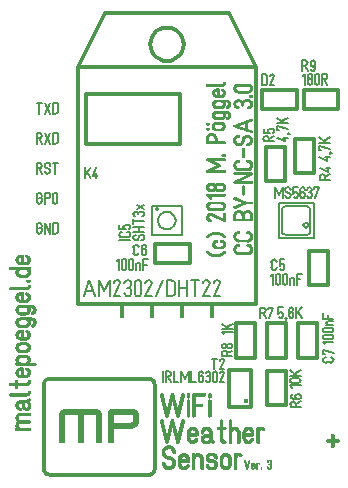
<source format=gto>
%FSLAX35Y35*%
%MOIN*%
%IN21=Bestueckungsdruckoben(X.PosiTop)*%
%ADD10C,0.00197*%
%ADD11C,0.00205*%
%ADD12C,0.00256*%
%ADD13C,0.00512*%
%ADD14C,0.00591*%
%ADD15C,0.00768*%
%ADD16C,0.00787*%
%ADD17C,0.01181*%
%ADD18C,0.01575*%
%ADD19C,0.01969*%
%ADD20C,0.02362*%
%ADD21C,0.03150*%
%ADD22C,0.09843*%
%AMR_23*21,1,0.01181,0.01181,0,0,0.000*%
%ADD23R_23*%
%AMR_24*21,1,0.01969,0.01969,0,0,0.000*%
%ADD24R_24*%
%AMR_25*21,1,0.02756,0.04331,0,0,90.000*%
%ADD25R_25*%
%AMR_26*21,1,0.02953,0.04331,0,0,90.000*%
%ADD26R_26*%
%AMR_27*21,1,0.03150,0.04331,0,0,0.000*%
%ADD27R_27*%
%AMR_28*21,1,0.03150,0.04331,0,0,90.000*%
%ADD28R_28*%
%AMR_29*21,1,0.03150,0.04331,0,0,180.000*%
%ADD29R_29*%
%AMR_30*21,1,0.03150,0.04331,0,0,270.000*%
%ADD30R_30*%
%AMR_31*21,1,0.04724,0.04724,0,0,270.000*%
%ADD31R_31*%
%AMR_32*21,1,0.04724,0.07087,0,0,90.000*%
%ADD32R_32*%
%AMR_33*21,1,0.05512,0.05512,0,0,0.000*%
%ADD33R_33*%
%AMR_34*21,1,0.05512,0.05512,0,0,180.000*%
%ADD34R_34*%
%AMR_35*21,1,0.06250,0.06250,0,0,0.000*%
%ADD35R_35*%
%AMR_36*21,1,0.06693,0.04724,0,0,270.000*%
%ADD36R_36*%
%AMR_37*21,1,0.07500,0.07500,0,0,0.000*%
%ADD37R_37*%
%AMR_38*21,1,0.07874,0.03150,0,0,90.000*%
%ADD38R_38*%
%AMR_39*21,1,0.10236,0.05512,0,0,90.000*%
%ADD39R_39*%
%AMR_40*21,1,0.11811,0.08268,0,0,90.000*%
%ADD40R_40*%
%AMR_41*21,1,0.13189,0.07874,0,0,270.000*%
%ADD41R_41*%
%AMR_42*21,1,0.15000,0.11875,0,0,0.000*%
%ADD42R_42*%
%AMR_43*21,1,0.15625,0.15625,0,0,0.000*%
%ADD43R_43*%
%AMR_44*21,1,0.16250,0.19685,0,0,0.000*%
%ADD44R_44*%
%AMR_45*21,1,0.19685,0.19685,0,0,0.000*%
%ADD45R_45*%
%AMOCT_46*4,1,8,0.015748,0.015748,0.007874,0.023622,-0.007874,0.023622,-0.015748,0.015748,-0.015748,-0.015748,-0.007874,-0.023622,0.007874,-0.023622,0.015748,-0.015748,0.015748,0.015748,90.000*%
%ADD46OCT_46*%
%AMOCT_47*4,1,8,0.019685,0.013780,0.009843,0.023622,-0.009843,0.023622,-0.019685,0.013780,-0.019685,-0.013780,-0.009843,-0.023622,0.009843,-0.023622,0.019685,-0.013780,0.019685,0.013780,0.000*%
%ADD47OCT_47*%
%AMOCT_48*4,1,8,0.023622,0.009843,0.013780,0.019685,-0.013780,0.019685,-0.023622,0.009843,-0.023622,-0.009843,-0.013780,-0.019685,0.013780,-0.019685,0.023622,-0.009843,0.023622,0.009843,0.000*%
%ADD48OCT_48*%
%AMOCT_49*4,1,8,0.023622,0.011811,0.011811,0.023622,-0.011811,0.023622,-0.023622,0.011811,-0.023622,-0.011811,-0.011811,-0.023622,0.011811,-0.023622,0.023622,-0.011811,0.023622,0.011811,0.000*%
%ADD49OCT_49*%
%AMOCT_50*4,1,8,0.035433,0.017717,0.017717,0.035433,-0.017717,0.035433,-0.035433,0.017717,-0.035433,-0.017717,-0.017717,-0.035433,0.017717,-0.035433,0.035433,-0.017717,0.035433,0.017717,90.000*%
%ADD50OCT_50*%
%AMOCT_51*4,1,8,0.035433,0.017717,0.017717,0.035433,-0.017717,0.035433,-0.035433,0.017717,-0.035433,-0.017717,-0.017717,-0.035433,0.017717,-0.035433,0.035433,-0.017717,0.035433,0.017717,270.000*%
%ADD51OCT_51*%
%AMRR_52*21,1,0.01969,0.09843,0,0,180.000*21,1,0.01575,0.10236,0,0,180.000*1,1,0.00394,-0.00787,-0.04921*1,1,0.00394,0.00787,0.04921*1,1,0.00394,-0.00787,0.04921*1,1,0.00394,0.00787,-0.04921*%
%ADD52RR_52*%
%AMRR_53*21,1,0.02362,0.00945,0,0,0.000*21,1,0.02126,0.01181,0,0,0.000*1,1,0.00236,0.01063,0.00472*1,1,0.00236,-0.01063,-0.00472*1,1,0.00236,0.01063,-0.00472*1,1,0.00236,-0.01063,0.00472*%
%ADD53RR_53*%
%AMRR_54*21,1,0.02756,0.04173,0,0,180.000*21,1,0.02205,0.04724,0,0,180.000*1,1,0.00551,-0.01102,-0.02087*1,1,0.00551,0.01102,0.02087*1,1,0.00551,-0.01102,0.02087*1,1,0.00551,0.01102,-0.02087*%
%ADD54RR_54*%
%AMRR_55*21,1,0.02756,0.03346,0,0,180.000*21,1,0.01378,0.04724,0,0,180.000*1,1,0.01378,-0.00689,-0.01673*1,1,0.01378,0.00689,0.01673*1,1,0.01378,-0.00689,0.01673*1,1,0.01378,0.00689,-0.01673*%
%ADD55RR_55*%
%AMRR_56*21,1,0.07087,0.05669,0,0,90.000*21,1,0.05669,0.07087,0,0,90.000*1,1,0.01417,-0.02835,0.02835*1,1,0.01417,0.02835,-0.02835*1,1,0.01417,0.02835,0.02835*1,1,0.01417,-0.02835,-0.02835*%
%ADD56RR_56*%
%AMRR_57*21,1,0.07087,0.05669,0,0,270.000*21,1,0.05669,0.07087,0,0,270.000*1,1,0.01417,0.02835,-0.02835*1,1,0.01417,-0.02835,0.02835*1,1,0.01417,-0.02835,-0.02835*1,1,0.01417,0.02835,0.02835*%
%ADD57RR_57*%
%AMRR_58*21,1,0.08268,0.08583,0,0,180.000*21,1,0.06614,0.10236,0,0,180.000*1,1,0.01654,-0.03307,-0.04291*1,1,0.01654,0.03307,0.04291*1,1,0.01654,-0.03307,0.04291*1,1,0.01654,0.03307,-0.04291*%
%ADD58RR_58*%
%AMRR_59*21,1,0.08500,0.03400,0,0,0.000*21,1,0.07650,0.04250,0,0,0.000*1,1,0.00850,0.03825,0.01700*1,1,0.00850,-0.03825,-0.01700*1,1,0.00850,0.03825,-0.01700*1,1,0.00850,-0.03825,0.01700*%
%ADD59RR_59*%
%AMRR_60*21,1,0.10000,0.04000,0,0,0.000*21,1,0.09000,0.05000,0,0,0.000*1,1,0.01000,0.04500,0.02000*1,1,0.01000,-0.04500,-0.02000*1,1,0.01000,0.04500,-0.02000*1,1,0.01000,-0.04500,0.02000*%
%ADD60RR_60*%
%AMRR_61*21,1,0.10236,0.02756,0,0,90.000*21,1,0.07480,0.05512,0,0,90.000*1,1,0.02756,-0.01378,0.03740*1,1,0.02756,0.01378,-0.03740*1,1,0.02756,0.01378,0.03740*1,1,0.02756,-0.01378,-0.03740*%
%ADD61RR_61*%
G54D10*
X31252Y106471D02*
X31252Y102928D01*
X31281Y102858D01*
X31350Y102829D01*
X31420Y102858D01*
X31449Y102928D01*
X31449Y106471D01*
X31420Y106541D01*
X31350Y106569D01*
X31281Y106541D01*
X31252Y106471D01*
X31252Y102987D02*
X31449Y102987D01*
X31252Y103144D02*
X31449Y103144D01*
X31252Y103302D02*
X31449Y103302D01*
X31252Y103459D02*
X31449Y103459D01*
X31252Y103617D02*
X31449Y103617D01*
X31252Y103774D02*
X31449Y103774D01*
X31252Y103932D02*
X31449Y103932D01*
X31252Y104089D02*
X31449Y104089D01*
X31252Y104247D02*
X31449Y104247D01*
X31252Y104404D02*
X31449Y104404D01*
X31252Y104562D02*
X31449Y104562D01*
X31252Y104719D02*
X31449Y104719D01*
X31252Y104876D02*
X31449Y104876D01*
X31252Y105034D02*
X31449Y105034D01*
X31252Y105191D02*
X31449Y105191D01*
X31252Y105349D02*
X31449Y105349D01*
X31252Y105506D02*
X31449Y105506D01*
X31252Y105664D02*
X31449Y105664D01*
X31252Y105821D02*
X31449Y105821D01*
X31252Y105979D02*
X31449Y105979D01*
X31252Y106136D02*
X31449Y106136D01*
X31252Y106294D02*
X31449Y106294D01*
X31252Y106451D02*
X31449Y106451D01*
X33044Y106531D02*
X31272Y104208D01*
X31253Y104135D01*
X31291Y104070D01*
X31364Y104051D01*
X31429Y104088D01*
X33200Y106411D01*
X33220Y106484D01*
X33182Y106549D01*
X33109Y106569D01*
X33044Y106531D01*
X31272Y104208D02*
X31520Y104208D01*
X31392Y104366D02*
X31640Y104366D01*
X31513Y104523D02*
X31760Y104523D01*
X31633Y104680D02*
X31880Y104680D01*
X31753Y104838D02*
X32000Y104838D01*
X31873Y104995D02*
X32120Y104995D01*
X31993Y105153D02*
X32241Y105153D01*
X32113Y105310D02*
X32361Y105310D01*
X32233Y105468D02*
X32481Y105468D01*
X32353Y105625D02*
X32601Y105625D01*
X32473Y105783D02*
X32721Y105783D01*
X32594Y105940D02*
X32841Y105940D01*
X32714Y106098D02*
X32961Y106098D01*
X32834Y106255D02*
X33081Y106255D01*
X32954Y106413D02*
X33201Y106413D01*
X33210Y102972D02*
X32147Y105098D01*
X32090Y105147D01*
X32015Y105142D01*
X31966Y105085D01*
X31971Y105010D01*
X33034Y102884D01*
X33091Y102834D01*
X33166Y102840D01*
X33215Y102897D01*
X33210Y102972D01*
X32980Y102992D02*
X33200Y102992D01*
X32901Y103149D02*
X33121Y103149D01*
X32822Y103307D02*
X33043Y103307D01*
X32744Y103464D02*
X32964Y103464D01*
X32665Y103622D02*
X32885Y103622D01*
X32586Y103779D02*
X32806Y103779D01*
X32508Y103937D02*
X32728Y103937D01*
X32429Y104094D02*
X32649Y104094D01*
X32350Y104252D02*
X32570Y104252D01*
X32271Y104409D02*
X32491Y104409D01*
X32193Y104567D02*
X32413Y104567D01*
X32114Y104724D02*
X32334Y104724D01*
X32035Y104882D02*
X32255Y104882D01*
X31969Y105039D02*
X32176Y105039D01*
X34001Y103757D02*
X35064Y106435D01*
X35063Y106510D01*
X35009Y106562D01*
X34933Y106561D01*
X34881Y106507D01*
X33818Y103830D01*
X33819Y103755D01*
X33873Y103702D01*
X33948Y103703D01*
X34001Y103757D01*
X33830Y103860D02*
X34042Y103860D01*
X33892Y104017D02*
X34104Y104017D01*
X33955Y104175D02*
X34167Y104175D01*
X34017Y104332D02*
X34229Y104332D01*
X34080Y104490D02*
X34292Y104490D01*
X34142Y104647D02*
X34354Y104647D01*
X34205Y104805D02*
X34417Y104805D01*
X34267Y104962D02*
X34479Y104962D01*
X34330Y105120D02*
X34542Y105120D01*
X34393Y105277D02*
X34604Y105277D01*
X34455Y105435D02*
X34667Y105435D01*
X34518Y105592D02*
X34729Y105592D01*
X34580Y105750D02*
X34792Y105750D01*
X34643Y105907D02*
X34854Y105907D01*
X34705Y106065D02*
X34917Y106065D01*
X34768Y106222D02*
X34979Y106222D01*
X34830Y106379D02*
X35042Y106379D01*
X34910Y106537D02*
X35035Y106537D01*
X35327Y103892D02*
X33909Y103892D01*
X33840Y103863D01*
X33811Y103794D01*
X33840Y103724D01*
X33909Y103695D01*
X35327Y103695D01*
X35396Y103724D01*
X35425Y103794D01*
X35396Y103863D01*
X35327Y103892D01*
X33835Y103853D02*
X35401Y103853D01*
X35071Y102928D02*
X35071Y104502D01*
X35042Y104572D01*
X34972Y104601D01*
X34903Y104572D01*
X34874Y104502D01*
X34874Y102928D01*
X34903Y102858D01*
X34972Y102829D01*
X35042Y102858D01*
X35071Y102928D01*
X34874Y102987D02*
X35071Y102987D01*
X34874Y103144D02*
X35071Y103144D01*
X34874Y103302D02*
X35071Y103302D01*
X34874Y103459D02*
X35071Y103459D01*
X34874Y103617D02*
X35071Y103617D01*
X34874Y103774D02*
X35071Y103774D01*
X34874Y103932D02*
X35071Y103932D01*
X34874Y104089D02*
X35071Y104089D01*
X34874Y104247D02*
X35071Y104247D01*
X34874Y104404D02*
X35071Y104404D01*
X34898Y104562D02*
X35046Y104562D01*
X59008Y23848D02*
X57276Y30934D01*
X57089Y31189D01*
X56776Y31238D01*
X56521Y31051D01*
X56473Y30738D01*
X58205Y23651D01*
X58392Y23396D01*
X58705Y23348D01*
X58960Y23535D01*
X59008Y23848D01*
X58312Y23505D02*
X58920Y23505D01*
X58202Y23663D02*
X58980Y23663D01*
X58164Y23820D02*
X59004Y23820D01*
X58125Y23978D02*
X58977Y23978D01*
X58087Y24135D02*
X58938Y24135D01*
X58048Y24293D02*
X58900Y24293D01*
X58010Y24450D02*
X58861Y24450D01*
X57971Y24608D02*
X58823Y24608D01*
X57933Y24765D02*
X58784Y24765D01*
X57894Y24923D02*
X58746Y24923D01*
X57856Y25080D02*
X58707Y25080D01*
X57817Y25238D02*
X58669Y25238D01*
X57779Y25395D02*
X58630Y25395D01*
X57740Y25553D02*
X58592Y25553D01*
X57702Y25710D02*
X58553Y25710D01*
X57663Y25868D02*
X58515Y25868D01*
X57625Y26025D02*
X58476Y26025D01*
X57586Y26183D02*
X58438Y26183D01*
X57548Y26340D02*
X58399Y26340D01*
X57509Y26498D02*
X58361Y26498D01*
X57471Y26655D02*
X58322Y26655D01*
X57432Y26813D02*
X58284Y26813D01*
X57394Y26970D02*
X58245Y26970D01*
X57356Y27127D02*
X58207Y27127D01*
X57317Y27285D02*
X58168Y27285D01*
X57279Y27442D02*
X58130Y27442D01*
X57240Y27600D02*
X58091Y27600D01*
X57202Y27757D02*
X58053Y27757D01*
X57163Y27915D02*
X58014Y27915D01*
X57125Y28072D02*
X57976Y28072D01*
X57086Y28230D02*
X57937Y28230D01*
X57048Y28387D02*
X57899Y28387D01*
X57009Y28545D02*
X57860Y28545D01*
X56971Y28702D02*
X57822Y28702D01*
X56932Y28860D02*
X57783Y28860D01*
X56894Y29017D02*
X57745Y29017D01*
X56855Y29175D02*
X57706Y29175D01*
X56817Y29332D02*
X57668Y29332D01*
X56778Y29490D02*
X57629Y29490D01*
X56740Y29647D02*
X57591Y29647D01*
X56701Y29805D02*
X57552Y29805D01*
X56663Y29962D02*
X57514Y29962D01*
X56624Y30120D02*
X57475Y30120D01*
X56586Y30277D02*
X57437Y30277D01*
X56547Y30435D02*
X57398Y30435D01*
X56509Y30592D02*
X57360Y30592D01*
X56475Y30750D02*
X57321Y30750D01*
X56499Y30907D02*
X57283Y30907D01*
X56540Y31064D02*
X57181Y31064D01*
X56755Y31222D02*
X56878Y31222D01*
X60017Y30938D02*
X58206Y23852D01*
X58251Y23539D01*
X58504Y23349D01*
X58818Y23394D01*
X59007Y23647D01*
X60818Y30734D01*
X60773Y31047D01*
X60520Y31237D01*
X60207Y31192D01*
X60017Y30938D01*
X58294Y23506D02*
X58902Y23506D01*
X58233Y23664D02*
X59012Y23664D01*
X58211Y23821D02*
X59052Y23821D01*
X58239Y23979D02*
X59092Y23979D01*
X58279Y24136D02*
X59132Y24136D01*
X58319Y24294D02*
X59173Y24294D01*
X58359Y24451D02*
X59213Y24451D01*
X58400Y24609D02*
X59253Y24609D01*
X58440Y24766D02*
X59293Y24766D01*
X58480Y24924D02*
X59334Y24924D01*
X58520Y25081D02*
X59374Y25081D01*
X58561Y25239D02*
X59414Y25239D01*
X58601Y25396D02*
X59454Y25396D01*
X58641Y25554D02*
X59495Y25554D01*
X58681Y25711D02*
X59535Y25711D01*
X58722Y25869D02*
X59575Y25869D01*
X58762Y26026D02*
X59615Y26026D01*
X58802Y26184D02*
X59656Y26184D01*
X58842Y26341D02*
X59696Y26341D01*
X58883Y26499D02*
X59736Y26499D01*
X58923Y26656D02*
X59776Y26656D01*
X58963Y26814D02*
X59816Y26814D01*
X59003Y26971D02*
X59857Y26971D01*
X59044Y27129D02*
X59897Y27129D01*
X59084Y27286D02*
X59937Y27286D01*
X59124Y27443D02*
X59977Y27443D01*
X59164Y27601D02*
X60018Y27601D01*
X59205Y27758D02*
X60058Y27758D01*
X59245Y27916D02*
X60098Y27916D01*
X59285Y28073D02*
X60138Y28073D01*
X59325Y28231D02*
X60179Y28231D01*
X59366Y28388D02*
X60219Y28388D01*
X59406Y28546D02*
X60259Y28546D01*
X59446Y28703D02*
X60299Y28703D01*
X59486Y28861D02*
X60340Y28861D01*
X59527Y29018D02*
X60380Y29018D01*
X59567Y29176D02*
X60420Y29176D01*
X59607Y29333D02*
X60460Y29333D01*
X59647Y29491D02*
X60501Y29491D01*
X59688Y29648D02*
X60541Y29648D01*
X59728Y29806D02*
X60581Y29806D01*
X59768Y29963D02*
X60621Y29963D01*
X59808Y30121D02*
X60662Y30121D01*
X59849Y30278D02*
X60702Y30278D01*
X59889Y30436D02*
X60742Y30436D01*
X59929Y30593D02*
X60782Y30593D01*
X59969Y30751D02*
X60816Y30751D01*
X60010Y30908D02*
X60793Y30908D01*
X60112Y31066D02*
X60749Y31066D01*
X60425Y31223D02*
X60538Y31223D01*
X62629Y23852D02*
X60818Y30938D01*
X60629Y31192D01*
X60315Y31237D01*
X60062Y31047D01*
X60017Y30734D01*
X61828Y23647D01*
X62018Y23394D01*
X62331Y23349D01*
X62584Y23539D01*
X62629Y23852D01*
X61934Y23506D02*
X62541Y23506D01*
X61824Y23664D02*
X62602Y23664D01*
X61784Y23821D02*
X62625Y23821D01*
X61744Y23979D02*
X62597Y23979D01*
X61703Y24136D02*
X62557Y24136D01*
X61663Y24294D02*
X62516Y24294D01*
X61623Y24451D02*
X62476Y24451D01*
X61583Y24609D02*
X62436Y24609D01*
X61542Y24766D02*
X62396Y24766D01*
X61502Y24924D02*
X62355Y24924D01*
X61462Y25081D02*
X62315Y25081D01*
X61422Y25239D02*
X62275Y25239D01*
X61381Y25396D02*
X62235Y25396D01*
X61341Y25554D02*
X62194Y25554D01*
X61301Y25711D02*
X62154Y25711D01*
X61261Y25869D02*
X62114Y25869D01*
X61220Y26026D02*
X62074Y26026D01*
X61180Y26184D02*
X62033Y26184D01*
X61140Y26341D02*
X61993Y26341D01*
X61100Y26499D02*
X61953Y26499D01*
X61059Y26656D02*
X61913Y26656D01*
X61019Y26814D02*
X61872Y26814D01*
X60979Y26971D02*
X61832Y26971D01*
X60939Y27129D02*
X61792Y27129D01*
X60898Y27286D02*
X61752Y27286D01*
X60858Y27443D02*
X61711Y27443D01*
X60818Y27601D02*
X61671Y27601D01*
X60778Y27758D02*
X61631Y27758D01*
X60737Y27916D02*
X61591Y27916D01*
X60697Y28073D02*
X61551Y28073D01*
X60657Y28231D02*
X61510Y28231D01*
X60617Y28388D02*
X61470Y28388D01*
X60576Y28546D02*
X61430Y28546D01*
X60536Y28703D02*
X61390Y28703D01*
X60496Y28861D02*
X61349Y28861D01*
X60456Y29018D02*
X61309Y29018D01*
X60415Y29176D02*
X61269Y29176D01*
X60375Y29333D02*
X61229Y29333D01*
X60335Y29491D02*
X61188Y29491D01*
X60295Y29648D02*
X61148Y29648D01*
X60254Y29806D02*
X61108Y29806D01*
X60214Y29963D02*
X61068Y29963D01*
X60174Y30121D02*
X61027Y30121D01*
X60134Y30278D02*
X60987Y30278D01*
X60093Y30436D02*
X60947Y30436D01*
X60053Y30593D02*
X60907Y30593D01*
X60020Y30751D02*
X60866Y30751D01*
X60042Y30908D02*
X60826Y30908D01*
X60087Y31066D02*
X60723Y31066D01*
X60297Y31223D02*
X60410Y31223D01*
X63560Y30934D02*
X61827Y23848D01*
X61875Y23535D01*
X62131Y23348D01*
X62443Y23396D01*
X62630Y23651D01*
X64363Y30738D01*
X64314Y31051D01*
X64059Y31238D01*
X63747Y31189D01*
X63560Y30934D01*
X61916Y23505D02*
X62523Y23505D01*
X61856Y23663D02*
X62633Y23663D01*
X61831Y23820D02*
X62672Y23820D01*
X61859Y23978D02*
X62710Y23978D01*
X61898Y24135D02*
X62749Y24135D01*
X61936Y24293D02*
X62787Y24293D01*
X61975Y24450D02*
X62826Y24450D01*
X62013Y24608D02*
X62864Y24608D01*
X62052Y24765D02*
X62903Y24765D01*
X62090Y24923D02*
X62941Y24923D01*
X62129Y25080D02*
X62980Y25080D01*
X62167Y25238D02*
X63018Y25238D01*
X62206Y25395D02*
X63057Y25395D01*
X62244Y25553D02*
X63095Y25553D01*
X62283Y25710D02*
X63134Y25710D01*
X62321Y25868D02*
X63172Y25868D01*
X62360Y26025D02*
X63211Y26025D01*
X62398Y26183D02*
X63249Y26183D01*
X62437Y26340D02*
X63288Y26340D01*
X62475Y26498D02*
X63326Y26498D01*
X62514Y26655D02*
X63365Y26655D01*
X62552Y26813D02*
X63403Y26813D01*
X62591Y26970D02*
X63442Y26970D01*
X62629Y27127D02*
X63480Y27127D01*
X62667Y27285D02*
X63519Y27285D01*
X62706Y27442D02*
X63557Y27442D01*
X62744Y27600D02*
X63596Y27600D01*
X62783Y27757D02*
X63634Y27757D01*
X62821Y27915D02*
X63673Y27915D01*
X62860Y28072D02*
X63711Y28072D01*
X62898Y28230D02*
X63750Y28230D01*
X62937Y28387D02*
X63788Y28387D01*
X62975Y28545D02*
X63827Y28545D01*
X63014Y28702D02*
X63865Y28702D01*
X63052Y28860D02*
X63904Y28860D01*
X63091Y29017D02*
X63942Y29017D01*
X63129Y29175D02*
X63981Y29175D01*
X63168Y29332D02*
X64019Y29332D01*
X63206Y29490D02*
X64058Y29490D01*
X63245Y29647D02*
X64096Y29647D01*
X63283Y29805D02*
X64135Y29805D01*
X63322Y29962D02*
X64173Y29962D01*
X63360Y30120D02*
X64212Y30120D01*
X63399Y30277D02*
X64250Y30277D01*
X63437Y30435D02*
X64289Y30435D01*
X63476Y30592D02*
X64327Y30592D01*
X63514Y30750D02*
X64361Y30750D01*
X63553Y30907D02*
X64337Y30907D01*
X63655Y31064D02*
X64296Y31064D01*
X63957Y31222D02*
X64081Y31222D01*
X65359Y28710D02*
X65359Y23750D01*
X65480Y23457D01*
X65772Y23336D01*
X66064Y23457D01*
X66186Y23750D01*
X66186Y28710D01*
X66064Y29002D01*
X65772Y29124D01*
X65480Y29002D01*
X65359Y28710D01*
X65465Y23494D02*
X66080Y23494D01*
X65400Y23651D02*
X66145Y23651D01*
X65359Y23809D02*
X66186Y23809D01*
X65359Y23966D02*
X66186Y23966D01*
X65359Y24124D02*
X66186Y24124D01*
X65359Y24281D02*
X66186Y24281D01*
X65359Y24438D02*
X66186Y24438D01*
X65359Y24596D02*
X66186Y24596D01*
X65359Y24753D02*
X66186Y24753D01*
X65359Y24911D02*
X66186Y24911D01*
X65359Y25068D02*
X66186Y25068D01*
X65359Y25226D02*
X66186Y25226D01*
X65359Y25383D02*
X66186Y25383D01*
X65359Y25541D02*
X66186Y25541D01*
X65359Y25698D02*
X66186Y25698D01*
X65359Y25856D02*
X66186Y25856D01*
X65359Y26013D02*
X66186Y26013D01*
X65359Y26171D02*
X66186Y26171D01*
X65359Y26328D02*
X66186Y26328D01*
X65359Y26486D02*
X66186Y26486D01*
X65359Y26643D02*
X66186Y26643D01*
X65359Y26801D02*
X66186Y26801D01*
X65359Y26958D02*
X66186Y26958D01*
X65359Y27116D02*
X66186Y27116D01*
X65359Y27273D02*
X66186Y27273D01*
X65359Y27431D02*
X66186Y27431D01*
X65359Y27588D02*
X66186Y27588D01*
X65359Y27746D02*
X66186Y27746D01*
X65359Y27903D02*
X66186Y27903D01*
X65359Y28061D02*
X66186Y28061D01*
X65359Y28218D02*
X66186Y28218D01*
X65359Y28375D02*
X66186Y28375D01*
X65359Y28533D02*
X66186Y28533D01*
X65359Y28690D02*
X66186Y28690D01*
X65416Y28848D02*
X66128Y28848D01*
X65487Y29005D02*
X66057Y29005D01*
X65359Y30836D02*
X65359Y30127D01*
X65480Y29835D01*
X65772Y29714D01*
X66064Y29835D01*
X66186Y30127D01*
X66186Y30836D01*
X66064Y31128D01*
X65772Y31250D01*
X65480Y31128D01*
X65359Y30836D01*
X65465Y29872D02*
X66080Y29872D01*
X65400Y30029D02*
X66145Y30029D01*
X65359Y30187D02*
X66186Y30187D01*
X65359Y30344D02*
X66186Y30344D01*
X65359Y30501D02*
X66186Y30501D01*
X65359Y30659D02*
X66186Y30659D01*
X65359Y30816D02*
X66186Y30816D01*
X65416Y30974D02*
X66128Y30974D01*
X65487Y31131D02*
X66057Y31131D01*
X67583Y30423D02*
X71126Y30423D01*
X71419Y30544D01*
X71540Y30836D01*
X71419Y31128D01*
X71126Y31250D01*
X67583Y31250D01*
X67291Y31128D01*
X67170Y30836D01*
X67291Y30544D01*
X67583Y30423D01*
X67276Y30580D02*
X71434Y30580D01*
X67211Y30738D02*
X71499Y30738D01*
X67194Y30895D02*
X71515Y30895D01*
X67259Y31053D02*
X71450Y31053D01*
X67488Y31210D02*
X71222Y31210D01*
X67997Y27293D02*
X67997Y30836D01*
X67875Y31128D01*
X67583Y31250D01*
X67291Y31128D01*
X67170Y30836D01*
X67170Y27293D01*
X67291Y27001D01*
X67583Y26879D01*
X67875Y27001D01*
X67997Y27293D01*
X67276Y27037D02*
X67891Y27037D01*
X67211Y27194D02*
X67956Y27194D01*
X67170Y27352D02*
X67997Y27352D01*
X67170Y27509D02*
X67997Y27509D01*
X67170Y27667D02*
X67997Y27667D01*
X67170Y27824D02*
X67997Y27824D01*
X67170Y27982D02*
X67997Y27982D01*
X67170Y28139D02*
X67997Y28139D01*
X67170Y28297D02*
X67997Y28297D01*
X67170Y28454D02*
X67997Y28454D01*
X67170Y28612D02*
X67997Y28612D01*
X67170Y28769D02*
X67997Y28769D01*
X67170Y28927D02*
X67997Y28927D01*
X67170Y29084D02*
X67997Y29084D01*
X67170Y29242D02*
X67997Y29242D01*
X67170Y29399D02*
X67997Y29399D01*
X67170Y29557D02*
X67997Y29557D01*
X67170Y29714D02*
X67997Y29714D01*
X67170Y29872D02*
X67997Y29872D01*
X67170Y30029D02*
X67997Y30029D01*
X67170Y30187D02*
X67997Y30187D01*
X67170Y30344D02*
X67997Y30344D01*
X67170Y30501D02*
X67997Y30501D01*
X67170Y30659D02*
X67997Y30659D01*
X67170Y30816D02*
X67997Y30816D01*
X67227Y30974D02*
X67939Y30974D01*
X67298Y31131D02*
X67868Y31131D01*
X70024Y27706D02*
X67583Y27706D01*
X67291Y27585D01*
X67170Y27293D01*
X67291Y27001D01*
X67583Y26879D01*
X70024Y26879D01*
X70316Y27001D01*
X70437Y27293D01*
X70316Y27585D01*
X70024Y27706D01*
X67276Y27037D02*
X70331Y27037D01*
X67211Y27194D02*
X70397Y27194D01*
X67194Y27352D02*
X70413Y27352D01*
X67259Y27509D02*
X70348Y27509D01*
X67488Y27667D02*
X70119Y27667D01*
X67997Y23750D02*
X67997Y27293D01*
X67875Y27585D01*
X67583Y27706D01*
X67291Y27585D01*
X67170Y27293D01*
X67170Y23750D01*
X67291Y23457D01*
X67583Y23336D01*
X67875Y23457D01*
X67997Y23750D01*
X67276Y23494D02*
X67891Y23494D01*
X67211Y23651D02*
X67956Y23651D01*
X67170Y23809D02*
X67997Y23809D01*
X67170Y23966D02*
X67997Y23966D01*
X67170Y24124D02*
X67997Y24124D01*
X67170Y24281D02*
X67997Y24281D01*
X67170Y24438D02*
X67997Y24438D01*
X67170Y24596D02*
X67997Y24596D01*
X67170Y24753D02*
X67997Y24753D01*
X67170Y24911D02*
X67997Y24911D01*
X67170Y25068D02*
X67997Y25068D01*
X67170Y25226D02*
X67997Y25226D01*
X67170Y25383D02*
X67997Y25383D01*
X67170Y25541D02*
X67997Y25541D01*
X67170Y25698D02*
X67997Y25698D01*
X67170Y25856D02*
X67997Y25856D01*
X67170Y26013D02*
X67997Y26013D01*
X67170Y26171D02*
X67997Y26171D01*
X67170Y26328D02*
X67997Y26328D01*
X67170Y26486D02*
X67997Y26486D01*
X67170Y26643D02*
X67997Y26643D01*
X67170Y26801D02*
X67997Y26801D01*
X67170Y26958D02*
X67997Y26958D01*
X67170Y27116D02*
X67997Y27116D01*
X67170Y27273D02*
X67997Y27273D01*
X67227Y27431D02*
X67939Y27431D01*
X67298Y27588D02*
X67868Y27588D01*
X72524Y28710D02*
X72524Y23750D01*
X72645Y23457D01*
X72937Y23336D01*
X73230Y23457D01*
X73351Y23750D01*
X73351Y28710D01*
X73230Y29002D01*
X72937Y29124D01*
X72645Y29002D01*
X72524Y28710D01*
X72630Y23494D02*
X73245Y23494D01*
X72565Y23651D02*
X73310Y23651D01*
X72524Y23809D02*
X73351Y23809D01*
X72524Y23966D02*
X73351Y23966D01*
X72524Y24124D02*
X73351Y24124D01*
X72524Y24281D02*
X73351Y24281D01*
X72524Y24438D02*
X73351Y24438D01*
X72524Y24596D02*
X73351Y24596D01*
X72524Y24753D02*
X73351Y24753D01*
X72524Y24911D02*
X73351Y24911D01*
X72524Y25068D02*
X73351Y25068D01*
X72524Y25226D02*
X73351Y25226D01*
X72524Y25383D02*
X73351Y25383D01*
X72524Y25541D02*
X73351Y25541D01*
X72524Y25698D02*
X73351Y25698D01*
X72524Y25856D02*
X73351Y25856D01*
X72524Y26013D02*
X73351Y26013D01*
X72524Y26171D02*
X73351Y26171D01*
X72524Y26328D02*
X73351Y26328D01*
X72524Y26486D02*
X73351Y26486D01*
X72524Y26643D02*
X73351Y26643D01*
X72524Y26801D02*
X73351Y26801D01*
X72524Y26958D02*
X73351Y26958D01*
X72524Y27116D02*
X73351Y27116D01*
X72524Y27273D02*
X73351Y27273D01*
X72524Y27431D02*
X73351Y27431D01*
X72524Y27588D02*
X73351Y27588D01*
X72524Y27746D02*
X73351Y27746D01*
X72524Y27903D02*
X73351Y27903D01*
X72524Y28061D02*
X73351Y28061D01*
X72524Y28218D02*
X73351Y28218D01*
X72524Y28375D02*
X73351Y28375D01*
X72524Y28533D02*
X73351Y28533D01*
X72524Y28690D02*
X73351Y28690D01*
X72581Y28848D02*
X73294Y28848D01*
X72652Y29005D02*
X73223Y29005D01*
X72524Y30836D02*
X72524Y30127D01*
X72645Y29835D01*
X72937Y29714D01*
X73230Y29835D01*
X73351Y30127D01*
X73351Y30836D01*
X73230Y31128D01*
X72937Y31250D01*
X72645Y31128D01*
X72524Y30836D01*
X72630Y29872D02*
X73245Y29872D01*
X72565Y30029D02*
X73310Y30029D01*
X72524Y30187D02*
X73351Y30187D01*
X72524Y30344D02*
X73351Y30344D01*
X72524Y30501D02*
X73351Y30501D01*
X72524Y30659D02*
X73351Y30659D01*
X72524Y30816D02*
X73351Y30816D01*
X72581Y30974D02*
X73294Y30974D01*
X72652Y31131D02*
X73223Y31131D01*
X59008Y15098D02*
X57276Y22184D01*
X57089Y22439D01*
X56776Y22488D01*
X56521Y22301D01*
X56473Y21988D01*
X58205Y14901D01*
X58392Y14646D01*
X58705Y14598D01*
X58960Y14785D01*
X59008Y15098D01*
X58312Y14755D02*
X58920Y14755D01*
X58202Y14913D02*
X58980Y14913D01*
X58164Y15070D02*
X59004Y15070D01*
X58125Y15228D02*
X58977Y15228D01*
X58087Y15385D02*
X58938Y15385D01*
X58048Y15543D02*
X58900Y15543D01*
X58010Y15700D02*
X58861Y15700D01*
X57971Y15858D02*
X58823Y15858D01*
X57933Y16015D02*
X58784Y16015D01*
X57894Y16173D02*
X58746Y16173D01*
X57856Y16330D02*
X58707Y16330D01*
X57817Y16488D02*
X58669Y16488D01*
X57779Y16645D02*
X58630Y16645D01*
X57740Y16803D02*
X58592Y16803D01*
X57702Y16960D02*
X58553Y16960D01*
X57663Y17118D02*
X58515Y17118D01*
X57625Y17275D02*
X58476Y17275D01*
X57586Y17433D02*
X58438Y17433D01*
X57548Y17590D02*
X58399Y17590D01*
X57509Y17748D02*
X58361Y17748D01*
X57471Y17905D02*
X58322Y17905D01*
X57432Y18063D02*
X58284Y18063D01*
X57394Y18220D02*
X58245Y18220D01*
X57356Y18377D02*
X58207Y18377D01*
X57317Y18535D02*
X58168Y18535D01*
X57279Y18692D02*
X58130Y18692D01*
X57240Y18850D02*
X58091Y18850D01*
X57202Y19007D02*
X58053Y19007D01*
X57163Y19165D02*
X58014Y19165D01*
X57125Y19322D02*
X57976Y19322D01*
X57086Y19480D02*
X57937Y19480D01*
X57048Y19637D02*
X57899Y19637D01*
X57009Y19795D02*
X57860Y19795D01*
X56971Y19952D02*
X57822Y19952D01*
X56932Y20110D02*
X57783Y20110D01*
X56894Y20267D02*
X57745Y20267D01*
X56855Y20425D02*
X57706Y20425D01*
X56817Y20582D02*
X57668Y20582D01*
X56778Y20740D02*
X57629Y20740D01*
X56740Y20897D02*
X57591Y20897D01*
X56701Y21055D02*
X57552Y21055D01*
X56663Y21212D02*
X57514Y21212D01*
X56624Y21370D02*
X57475Y21370D01*
X56586Y21527D02*
X57437Y21527D01*
X56547Y21685D02*
X57398Y21685D01*
X56509Y21842D02*
X57360Y21842D01*
X56475Y22000D02*
X57321Y22000D01*
X56499Y22157D02*
X57283Y22157D01*
X56540Y22314D02*
X57181Y22314D01*
X56755Y22472D02*
X56878Y22472D01*
X60017Y22188D02*
X58206Y15102D01*
X58251Y14789D01*
X58504Y14599D01*
X58818Y14644D01*
X59007Y14897D01*
X60818Y21984D01*
X60773Y22297D01*
X60520Y22487D01*
X60207Y22442D01*
X60017Y22188D01*
X58294Y14756D02*
X58902Y14756D01*
X58233Y14914D02*
X59012Y14914D01*
X58211Y15071D02*
X59052Y15071D01*
X58239Y15229D02*
X59092Y15229D01*
X58279Y15386D02*
X59132Y15386D01*
X58319Y15544D02*
X59173Y15544D01*
X58359Y15701D02*
X59213Y15701D01*
X58400Y15859D02*
X59253Y15859D01*
X58440Y16016D02*
X59293Y16016D01*
X58480Y16174D02*
X59334Y16174D01*
X58520Y16331D02*
X59374Y16331D01*
X58561Y16489D02*
X59414Y16489D01*
X58601Y16646D02*
X59454Y16646D01*
X58641Y16804D02*
X59495Y16804D01*
X58681Y16961D02*
X59535Y16961D01*
X58722Y17119D02*
X59575Y17119D01*
X58762Y17276D02*
X59615Y17276D01*
X58802Y17434D02*
X59656Y17434D01*
X58842Y17591D02*
X59696Y17591D01*
X58883Y17749D02*
X59736Y17749D01*
X58923Y17906D02*
X59776Y17906D01*
X58963Y18064D02*
X59816Y18064D01*
X59003Y18221D02*
X59857Y18221D01*
X59044Y18379D02*
X59897Y18379D01*
X59084Y18536D02*
X59937Y18536D01*
X59124Y18693D02*
X59977Y18693D01*
X59164Y18851D02*
X60018Y18851D01*
X59205Y19008D02*
X60058Y19008D01*
X59245Y19166D02*
X60098Y19166D01*
X59285Y19323D02*
X60138Y19323D01*
X59325Y19481D02*
X60179Y19481D01*
X59366Y19638D02*
X60219Y19638D01*
X59406Y19796D02*
X60259Y19796D01*
X59446Y19953D02*
X60299Y19953D01*
X59486Y20111D02*
X60340Y20111D01*
X59527Y20268D02*
X60380Y20268D01*
X59567Y20426D02*
X60420Y20426D01*
X59607Y20583D02*
X60460Y20583D01*
X59647Y20741D02*
X60501Y20741D01*
X59688Y20898D02*
X60541Y20898D01*
X59728Y21056D02*
X60581Y21056D01*
X59768Y21213D02*
X60621Y21213D01*
X59808Y21371D02*
X60662Y21371D01*
X59849Y21528D02*
X60702Y21528D01*
X59889Y21686D02*
X60742Y21686D01*
X59929Y21843D02*
X60782Y21843D01*
X59969Y22001D02*
X60816Y22001D01*
X60010Y22158D02*
X60793Y22158D01*
X60112Y22316D02*
X60749Y22316D01*
X60425Y22473D02*
X60538Y22473D01*
X62629Y15102D02*
X60818Y22188D01*
X60629Y22442D01*
X60315Y22487D01*
X60062Y22297D01*
X60017Y21984D01*
X61828Y14897D01*
X62018Y14644D01*
X62331Y14599D01*
X62584Y14789D01*
X62629Y15102D01*
X61934Y14756D02*
X62541Y14756D01*
X61824Y14914D02*
X62602Y14914D01*
X61784Y15071D02*
X62625Y15071D01*
X61744Y15229D02*
X62597Y15229D01*
X61703Y15386D02*
X62557Y15386D01*
X61663Y15544D02*
X62516Y15544D01*
X61623Y15701D02*
X62476Y15701D01*
X61583Y15859D02*
X62436Y15859D01*
X61542Y16016D02*
X62396Y16016D01*
X61502Y16174D02*
X62355Y16174D01*
X61462Y16331D02*
X62315Y16331D01*
X61422Y16489D02*
X62275Y16489D01*
X61381Y16646D02*
X62235Y16646D01*
X61341Y16804D02*
X62194Y16804D01*
X61301Y16961D02*
X62154Y16961D01*
X61261Y17119D02*
X62114Y17119D01*
X61220Y17276D02*
X62074Y17276D01*
X61180Y17434D02*
X62033Y17434D01*
X61140Y17591D02*
X61993Y17591D01*
X61100Y17749D02*
X61953Y17749D01*
X61059Y17906D02*
X61913Y17906D01*
X61019Y18064D02*
X61872Y18064D01*
X60979Y18221D02*
X61832Y18221D01*
X60939Y18379D02*
X61792Y18379D01*
X60898Y18536D02*
X61752Y18536D01*
X60858Y18693D02*
X61711Y18693D01*
X60818Y18851D02*
X61671Y18851D01*
X60778Y19008D02*
X61631Y19008D01*
X60737Y19166D02*
X61591Y19166D01*
X60697Y19323D02*
X61551Y19323D01*
X60657Y19481D02*
X61510Y19481D01*
X60617Y19638D02*
X61470Y19638D01*
X60576Y19796D02*
X61430Y19796D01*
X60536Y19953D02*
X61390Y19953D01*
X60496Y20111D02*
X61349Y20111D01*
X60456Y20268D02*
X61309Y20268D01*
X60415Y20426D02*
X61269Y20426D01*
X60375Y20583D02*
X61229Y20583D01*
X60335Y20741D02*
X61188Y20741D01*
X60295Y20898D02*
X61148Y20898D01*
X60254Y21056D02*
X61108Y21056D01*
X60214Y21213D02*
X61068Y21213D01*
X60174Y21371D02*
X61027Y21371D01*
X60134Y21528D02*
X60987Y21528D01*
X60093Y21686D02*
X60947Y21686D01*
X60053Y21843D02*
X60907Y21843D01*
X60020Y22001D02*
X60866Y22001D01*
X60042Y22158D02*
X60826Y22158D01*
X60087Y22316D02*
X60723Y22316D01*
X60297Y22473D02*
X60410Y22473D01*
X63560Y22184D02*
X61827Y15098D01*
X61875Y14785D01*
X62131Y14598D01*
X62443Y14646D01*
X62630Y14901D01*
X64363Y21988D01*
X64314Y22301D01*
X64059Y22488D01*
X63747Y22439D01*
X63560Y22184D01*
X61916Y14755D02*
X62523Y14755D01*
X61856Y14913D02*
X62633Y14913D01*
X61831Y15070D02*
X62672Y15070D01*
X61859Y15228D02*
X62710Y15228D01*
X61898Y15385D02*
X62749Y15385D01*
X61936Y15543D02*
X62787Y15543D01*
X61975Y15700D02*
X62826Y15700D01*
X62013Y15858D02*
X62864Y15858D01*
X62052Y16015D02*
X62903Y16015D01*
X62090Y16173D02*
X62941Y16173D01*
X62129Y16330D02*
X62980Y16330D01*
X62167Y16488D02*
X63018Y16488D01*
X62206Y16645D02*
X63057Y16645D01*
X62244Y16803D02*
X63095Y16803D01*
X62283Y16960D02*
X63134Y16960D01*
X62321Y17118D02*
X63172Y17118D01*
X62360Y17275D02*
X63211Y17275D01*
X62398Y17433D02*
X63249Y17433D01*
X62437Y17590D02*
X63288Y17590D01*
X62475Y17748D02*
X63326Y17748D01*
X62514Y17905D02*
X63365Y17905D01*
X62552Y18063D02*
X63403Y18063D01*
X62591Y18220D02*
X63442Y18220D01*
X62629Y18377D02*
X63480Y18377D01*
X62667Y18535D02*
X63519Y18535D01*
X62706Y18692D02*
X63557Y18692D01*
X62744Y18850D02*
X63596Y18850D01*
X62783Y19007D02*
X63634Y19007D01*
X62821Y19165D02*
X63673Y19165D01*
X62860Y19322D02*
X63711Y19322D01*
X62898Y19480D02*
X63750Y19480D01*
X62937Y19637D02*
X63788Y19637D01*
X62975Y19795D02*
X63827Y19795D01*
X63014Y19952D02*
X63865Y19952D01*
X63052Y20110D02*
X63904Y20110D01*
X63091Y20267D02*
X63942Y20267D01*
X63129Y20425D02*
X63981Y20425D01*
X63168Y20582D02*
X64019Y20582D01*
X63206Y20740D02*
X64058Y20740D01*
X63245Y20897D02*
X64096Y20897D01*
X63283Y21055D02*
X64135Y21055D01*
X63322Y21212D02*
X64173Y21212D01*
X63360Y21370D02*
X64212Y21370D01*
X63399Y21527D02*
X64250Y21527D01*
X63437Y21685D02*
X64289Y21685D01*
X63476Y21842D02*
X64327Y21842D01*
X63514Y22000D02*
X64361Y22000D01*
X63553Y22157D02*
X64337Y22157D01*
X63655Y22314D02*
X64296Y22314D01*
X63957Y22472D02*
X64081Y22472D01*
X68607Y17854D02*
X65772Y17854D01*
X65480Y17733D01*
X65359Y17440D01*
X65480Y17148D01*
X65772Y17027D01*
X68607Y17027D01*
X68899Y17148D01*
X69020Y17440D01*
X68899Y17733D01*
X68607Y17854D01*
X65465Y17185D02*
X68914Y17185D01*
X65400Y17342D02*
X68979Y17342D01*
X65383Y17500D02*
X68996Y17500D01*
X65448Y17657D02*
X68930Y17657D01*
X65677Y17814D02*
X68702Y17814D01*
X68193Y18149D02*
X68193Y17440D01*
X68314Y17148D01*
X68607Y17027D01*
X68899Y17148D01*
X69020Y17440D01*
X69020Y18149D01*
X68899Y18441D01*
X68607Y18562D01*
X68314Y18441D01*
X68193Y18149D01*
X68299Y17185D02*
X68914Y17185D01*
X68234Y17342D02*
X68979Y17342D01*
X68193Y17500D02*
X69020Y17500D01*
X68193Y17657D02*
X69020Y17657D01*
X68193Y17814D02*
X69020Y17814D01*
X68193Y17972D02*
X69020Y17972D01*
X68193Y18129D02*
X69020Y18129D01*
X68250Y18287D02*
X68963Y18287D01*
X68322Y18444D02*
X68892Y18444D01*
X68093Y18611D02*
X68201Y18068D01*
X68377Y17805D01*
X68687Y17744D01*
X68951Y17919D01*
X69012Y18230D01*
X68904Y18772D01*
X68729Y19035D01*
X68418Y19097D01*
X68155Y18921D01*
X68093Y18611D01*
X68313Y17901D02*
X68923Y17901D01*
X68208Y18059D02*
X68978Y18059D01*
X68172Y18216D02*
X69010Y18216D01*
X68141Y18374D02*
X68984Y18374D01*
X68109Y18531D02*
X68952Y18531D01*
X68109Y18689D02*
X68921Y18689D01*
X68140Y18846D02*
X68855Y18846D01*
X68278Y19004D02*
X68750Y19004D01*
X67848Y18922D02*
X68155Y18462D01*
X68418Y18286D01*
X68729Y18348D01*
X68904Y18611D01*
X68843Y18921D01*
X68535Y19381D01*
X68272Y19557D01*
X67962Y19495D01*
X67786Y19232D01*
X67848Y18922D01*
X68183Y18444D02*
X68793Y18444D01*
X68062Y18601D02*
X68898Y18601D01*
X67957Y18758D02*
X68875Y18758D01*
X67852Y18916D02*
X68844Y18916D01*
X67818Y19073D02*
X68741Y19073D01*
X67786Y19231D02*
X68636Y19231D01*
X67891Y19388D02*
X68524Y19388D01*
X68218Y19546D02*
X68289Y19546D01*
X67502Y19115D02*
X67962Y18808D01*
X68272Y18746D01*
X68535Y18922D01*
X68597Y19232D01*
X68421Y19495D01*
X67962Y19802D01*
X67651Y19864D01*
X67388Y19688D01*
X67326Y19378D01*
X67502Y19115D01*
X67819Y18903D02*
X68508Y18903D01*
X67583Y19061D02*
X68563Y19061D01*
X67433Y19218D02*
X68594Y19218D01*
X67328Y19376D02*
X68501Y19376D01*
X67357Y19533D02*
X68364Y19533D01*
X67392Y19691D02*
X68128Y19691D01*
X67628Y19848D02*
X67730Y19848D01*
X67109Y19161D02*
X67651Y19053D01*
X67962Y19115D01*
X68137Y19378D01*
X68076Y19688D01*
X67812Y19864D01*
X67270Y19972D01*
X66960Y19910D01*
X66784Y19647D01*
X66846Y19337D01*
X67109Y19161D01*
X67035Y19211D02*
X68025Y19211D01*
X66840Y19368D02*
X68131Y19368D01*
X66808Y19526D02*
X68108Y19526D01*
X66808Y19683D02*
X68077Y19683D01*
X66913Y19841D02*
X67848Y19841D01*
X66728Y19053D02*
X67270Y19161D01*
X67533Y19337D01*
X67595Y19647D01*
X67419Y19910D01*
X67109Y19972D01*
X66566Y19864D01*
X66303Y19688D01*
X66242Y19378D01*
X66417Y19115D01*
X66728Y19053D01*
X66353Y19211D02*
X67344Y19211D01*
X66248Y19368D02*
X67539Y19368D01*
X66271Y19526D02*
X67571Y19526D01*
X66302Y19683D02*
X67571Y19683D01*
X66531Y19841D02*
X67466Y19841D01*
X66417Y18808D02*
X66877Y19115D01*
X67053Y19378D01*
X66991Y19688D01*
X66728Y19864D01*
X66417Y19802D01*
X65958Y19495D01*
X65782Y19232D01*
X65844Y18922D01*
X66107Y18746D01*
X66417Y18808D01*
X65871Y18903D02*
X66560Y18903D01*
X65816Y19061D02*
X66796Y19061D01*
X65785Y19218D02*
X66946Y19218D01*
X65878Y19376D02*
X67051Y19376D01*
X66015Y19533D02*
X67022Y19533D01*
X66251Y19691D02*
X66987Y19691D01*
X66649Y19848D02*
X66751Y19848D01*
X66224Y18462D02*
X66531Y18922D01*
X66593Y19232D01*
X66417Y19495D01*
X66107Y19557D01*
X65844Y19381D01*
X65536Y18921D01*
X65475Y18611D01*
X65650Y18348D01*
X65961Y18286D01*
X66224Y18462D01*
X65586Y18444D02*
X66196Y18444D01*
X65481Y18601D02*
X66317Y18601D01*
X65504Y18758D02*
X66422Y18758D01*
X65535Y18916D02*
X66527Y18916D01*
X65638Y19073D02*
X66561Y19073D01*
X65743Y19231D02*
X66593Y19231D01*
X65855Y19388D02*
X66488Y19388D01*
X66090Y19546D02*
X66161Y19546D01*
X66178Y18068D02*
X66285Y18611D01*
X66224Y18921D01*
X65961Y19097D01*
X65650Y19035D01*
X65475Y18772D01*
X65367Y18230D01*
X65428Y17919D01*
X65691Y17744D01*
X66002Y17805D01*
X66178Y18068D01*
X65456Y17901D02*
X66066Y17901D01*
X65401Y18059D02*
X66171Y18059D01*
X65369Y18216D02*
X66207Y18216D01*
X65395Y18374D02*
X66238Y18374D01*
X65427Y18531D02*
X66270Y18531D01*
X65458Y18689D02*
X66270Y18689D01*
X65524Y18846D02*
X66239Y18846D01*
X65629Y19004D02*
X66101Y19004D01*
X66186Y16417D02*
X66186Y18149D01*
X66064Y18441D01*
X65772Y18562D01*
X65480Y18441D01*
X65359Y18149D01*
X65359Y16417D01*
X65480Y16125D01*
X65772Y16003D01*
X66064Y16125D01*
X66186Y16417D01*
X65465Y16161D02*
X66080Y16161D01*
X65400Y16318D02*
X66145Y16318D01*
X65359Y16476D02*
X66186Y16476D01*
X65359Y16633D02*
X66186Y16633D01*
X65359Y16791D02*
X66186Y16791D01*
X65359Y16948D02*
X66186Y16948D01*
X65359Y17106D02*
X66186Y17106D01*
X65359Y17263D02*
X66186Y17263D01*
X65359Y17421D02*
X66186Y17421D01*
X65359Y17578D02*
X66186Y17578D01*
X65359Y17736D02*
X66186Y17736D01*
X65359Y17893D02*
X66186Y17893D01*
X65359Y18051D02*
X66186Y18051D01*
X65383Y18208D02*
X66161Y18208D01*
X65448Y18366D02*
X66096Y18366D01*
X65677Y18523D02*
X65867Y18523D01*
X66289Y15946D02*
X66177Y16499D01*
X66001Y16761D01*
X65690Y16822D01*
X65428Y16645D01*
X65367Y16335D01*
X65479Y15782D01*
X65656Y15519D01*
X65966Y15459D01*
X66229Y15636D01*
X66289Y15946D01*
X65591Y15616D02*
X66200Y15616D01*
X65484Y15774D02*
X66256Y15774D01*
X65449Y15931D02*
X66286Y15931D01*
X65417Y16089D02*
X66260Y16089D01*
X65385Y16246D02*
X66229Y16246D01*
X65380Y16404D02*
X66197Y16404D01*
X65411Y16561D02*
X66135Y16561D01*
X65537Y16719D02*
X66029Y16719D01*
X66544Y15632D02*
X66225Y16098D01*
X65960Y16270D01*
X65651Y16205D01*
X65478Y15940D01*
X65543Y15630D01*
X65862Y15165D01*
X66127Y14992D01*
X66436Y15058D01*
X66609Y15323D01*
X66544Y15632D01*
X65885Y15150D02*
X66497Y15150D01*
X65764Y15307D02*
X66599Y15307D01*
X65657Y15465D02*
X66579Y15465D01*
X65549Y15622D02*
X66546Y15622D01*
X65512Y15780D02*
X66443Y15780D01*
X65478Y15937D02*
X66335Y15937D01*
X65579Y16095D02*
X66227Y16095D01*
X65874Y16252D02*
X65988Y16252D01*
X66901Y15442D02*
X66426Y15747D01*
X66115Y15802D01*
X65855Y15622D01*
X65799Y15310D01*
X65980Y15051D01*
X66455Y14746D01*
X66766Y14690D01*
X67026Y14871D01*
X67082Y15182D01*
X66901Y15442D01*
X66296Y14848D02*
X66992Y14848D01*
X66050Y15005D02*
X67050Y15005D01*
X65902Y15163D02*
X67078Y15163D01*
X65801Y15320D02*
X66986Y15320D01*
X65829Y15478D02*
X66845Y15478D01*
X65874Y15635D02*
X66600Y15635D01*
X66101Y15793D02*
X66169Y15793D01*
X67304Y15406D02*
X66748Y15502D01*
X66439Y15432D01*
X66270Y15164D01*
X66340Y14855D01*
X66608Y14687D01*
X67164Y14591D01*
X67472Y14661D01*
X67641Y14929D01*
X67571Y15238D01*
X67304Y15406D01*
X66509Y14749D02*
X67528Y14749D01*
X66329Y14906D02*
X67627Y14906D01*
X66293Y15064D02*
X67611Y15064D01*
X66306Y15221D02*
X67575Y15221D01*
X66406Y15379D02*
X67347Y15379D01*
X67688Y15530D02*
X67139Y15401D01*
X66882Y15217D01*
X66831Y14904D01*
X67016Y14648D01*
X67328Y14596D01*
X67877Y14725D01*
X68134Y14910D01*
X68185Y15222D01*
X68001Y15479D01*
X67688Y15530D01*
X66939Y14754D02*
X67917Y14754D01*
X66832Y14911D02*
X68134Y14911D01*
X66858Y15069D02*
X68160Y15069D01*
X66896Y15226D02*
X68182Y15226D01*
X67115Y15384D02*
X68069Y15384D01*
X67994Y15794D02*
X67539Y15462D01*
X67374Y15191D01*
X67449Y14884D01*
X67719Y14719D01*
X68027Y14794D01*
X68482Y15127D01*
X68647Y15397D01*
X68572Y15704D01*
X68302Y15869D01*
X67994Y15794D01*
X67461Y14877D02*
X68140Y14877D01*
X67412Y15034D02*
X68356Y15034D01*
X67375Y15192D02*
X68522Y15192D01*
X67470Y15349D02*
X68618Y15349D01*
X67601Y15507D02*
X68620Y15507D01*
X67816Y15664D02*
X68582Y15664D01*
X68107Y15822D02*
X68379Y15822D01*
X68173Y16157D02*
X67884Y15673D01*
X67837Y15360D01*
X68026Y15106D01*
X68339Y15060D01*
X68593Y15248D01*
X68883Y15732D01*
X68929Y16045D01*
X68740Y16299D01*
X68427Y16345D01*
X68173Y16157D01*
X67943Y15217D02*
X68551Y15217D01*
X67839Y15374D02*
X68669Y15374D01*
X67863Y15532D02*
X68763Y15532D01*
X67894Y15689D02*
X68857Y15689D01*
X67988Y15847D02*
X68900Y15847D01*
X68082Y16004D02*
X68923Y16004D01*
X68180Y16162D02*
X68842Y16162D01*
X68392Y16319D02*
X68603Y16319D01*
X72739Y18611D02*
X72847Y18068D01*
X73023Y17805D01*
X73333Y17744D01*
X73596Y17919D01*
X73658Y18230D01*
X73550Y18772D01*
X73374Y19035D01*
X73064Y19097D01*
X72801Y18921D01*
X72739Y18611D01*
X72959Y17901D02*
X73569Y17901D01*
X72854Y18059D02*
X73624Y18059D01*
X72818Y18216D02*
X73655Y18216D01*
X72786Y18374D02*
X73629Y18374D01*
X72755Y18531D02*
X73598Y18531D01*
X72755Y18689D02*
X73567Y18689D01*
X72786Y18846D02*
X73501Y18846D01*
X72924Y19004D02*
X73395Y19004D01*
X72494Y18922D02*
X72801Y18462D01*
X73064Y18286D01*
X73374Y18348D01*
X73550Y18611D01*
X73488Y18921D01*
X73181Y19381D01*
X72918Y19557D01*
X72608Y19495D01*
X72432Y19232D01*
X72494Y18922D01*
X72828Y18444D02*
X73438Y18444D01*
X72708Y18601D02*
X73543Y18601D01*
X72603Y18758D02*
X73521Y18758D01*
X72497Y18916D02*
X73489Y18916D01*
X72463Y19073D02*
X73387Y19073D01*
X72432Y19231D02*
X73281Y19231D01*
X72536Y19388D02*
X73170Y19388D01*
X72863Y19546D02*
X72934Y19546D01*
X72148Y19115D02*
X72608Y18808D01*
X72918Y18746D01*
X73181Y18922D01*
X73243Y19232D01*
X73067Y19495D01*
X72607Y19802D01*
X72297Y19864D01*
X72034Y19688D01*
X71972Y19378D01*
X72148Y19115D01*
X72464Y18903D02*
X73154Y18903D01*
X72229Y19061D02*
X73209Y19061D01*
X72079Y19218D02*
X73240Y19218D01*
X71973Y19376D02*
X73147Y19376D01*
X72003Y19533D02*
X73010Y19533D01*
X72038Y19691D02*
X72774Y19691D01*
X72273Y19848D02*
X72376Y19848D01*
X71754Y19161D02*
X72297Y19053D01*
X72607Y19115D01*
X72783Y19378D01*
X72721Y19688D01*
X72458Y19864D01*
X71916Y19972D01*
X71605Y19910D01*
X71430Y19647D01*
X71491Y19337D01*
X71754Y19161D01*
X71680Y19211D02*
X72671Y19211D01*
X71485Y19368D02*
X72776Y19368D01*
X71454Y19526D02*
X72754Y19526D01*
X71454Y19683D02*
X72722Y19683D01*
X71559Y19841D02*
X72493Y19841D01*
X71373Y19053D02*
X71916Y19161D01*
X72179Y19337D01*
X72241Y19647D01*
X72065Y19910D01*
X71754Y19972D01*
X71212Y19864D01*
X70949Y19688D01*
X70887Y19378D01*
X71063Y19115D01*
X71373Y19053D01*
X70999Y19211D02*
X71990Y19211D01*
X70894Y19368D02*
X72185Y19368D01*
X70917Y19526D02*
X72216Y19526D01*
X70948Y19683D02*
X72217Y19683D01*
X71177Y19841D02*
X72111Y19841D01*
X71063Y18808D02*
X71522Y19115D01*
X71698Y19378D01*
X71636Y19688D01*
X71373Y19864D01*
X71063Y19802D01*
X70603Y19495D01*
X70427Y19232D01*
X70489Y18922D01*
X70752Y18746D01*
X71063Y18808D01*
X70517Y18903D02*
X71206Y18903D01*
X70462Y19061D02*
X71442Y19061D01*
X70430Y19218D02*
X71592Y19218D01*
X70524Y19376D02*
X71697Y19376D01*
X70661Y19533D02*
X71667Y19533D01*
X70896Y19691D02*
X71633Y19691D01*
X71294Y19848D02*
X71397Y19848D01*
X70869Y18462D02*
X71177Y18922D01*
X71238Y19232D01*
X71063Y19495D01*
X70752Y19557D01*
X70489Y19381D01*
X70182Y18921D01*
X70120Y18611D01*
X70296Y18348D01*
X70606Y18286D01*
X70869Y18462D01*
X70232Y18444D02*
X70842Y18444D01*
X70127Y18601D02*
X70962Y18601D01*
X70150Y18758D02*
X71068Y18758D01*
X70181Y18916D02*
X71173Y18916D01*
X70284Y19073D02*
X71207Y19073D01*
X70389Y19231D02*
X71238Y19231D01*
X70500Y19388D02*
X71134Y19388D01*
X70736Y19546D02*
X70807Y19546D01*
X70823Y18068D02*
X70931Y18611D01*
X70869Y18921D01*
X70606Y19097D01*
X70296Y19035D01*
X70120Y18772D01*
X70012Y18230D01*
X70074Y17919D01*
X70337Y17744D01*
X70647Y17805D01*
X70823Y18068D01*
X70101Y17901D02*
X70711Y17901D01*
X70046Y18059D02*
X70817Y18059D01*
X70015Y18216D02*
X70853Y18216D01*
X70041Y18374D02*
X70884Y18374D01*
X70072Y18531D02*
X70915Y18531D01*
X70104Y18689D02*
X70916Y18689D01*
X70170Y18846D02*
X70884Y18846D01*
X70275Y19004D02*
X70746Y19004D01*
X72495Y17599D02*
X72085Y17534D01*
X71815Y17368D01*
X71742Y17060D01*
X71908Y16791D01*
X72215Y16717D01*
X72625Y16783D01*
X72895Y16949D01*
X72968Y17257D01*
X72802Y17526D01*
X72495Y17599D01*
X71856Y16875D02*
X72775Y16875D01*
X71759Y17032D02*
X72915Y17032D01*
X71773Y17190D02*
X72952Y17190D01*
X71810Y17347D02*
X72912Y17347D01*
X72038Y17505D02*
X72815Y17505D01*
X72697Y17761D02*
X72343Y17543D01*
X72158Y17287D01*
X72208Y16974D01*
X72464Y16789D01*
X72777Y16839D01*
X73130Y17057D01*
X73316Y17313D01*
X73265Y17625D01*
X73009Y17811D01*
X72697Y17761D01*
X72247Y16946D02*
X72951Y16946D01*
X72187Y17104D02*
X73164Y17104D01*
X72162Y17261D02*
X73278Y17261D01*
X72253Y17419D02*
X73299Y17419D01*
X72397Y17576D02*
X73273Y17576D01*
X72653Y17734D02*
X73116Y17734D01*
X72822Y17987D02*
X72578Y17651D01*
X72505Y17343D01*
X72671Y17074D01*
X72979Y17001D01*
X73249Y17167D01*
X73492Y17503D01*
X73565Y17811D01*
X73399Y18080D01*
X73091Y18153D01*
X72822Y17987D01*
X72619Y17158D02*
X73235Y17158D01*
X72522Y17316D02*
X73356Y17316D01*
X72536Y17473D02*
X73470Y17473D01*
X72574Y17631D02*
X73522Y17631D01*
X72678Y17788D02*
X73559Y17788D01*
X72791Y17946D02*
X73482Y17946D01*
X73009Y18103D02*
X73303Y18103D01*
X72850Y18245D02*
X72754Y17841D01*
X72805Y17528D01*
X73061Y17343D01*
X73374Y17393D01*
X73559Y17650D01*
X73655Y18054D01*
X73604Y18366D01*
X73348Y18551D01*
X73035Y18501D01*
X72850Y18245D01*
X72843Y17500D02*
X73451Y17500D01*
X72784Y17658D02*
X73561Y17658D01*
X72758Y17815D02*
X73598Y17815D01*
X72786Y17973D02*
X73636Y17973D01*
X72823Y18130D02*
X73642Y18130D01*
X72882Y18288D02*
X73617Y18288D01*
X72995Y18445D02*
X73495Y18445D01*
X71441Y16712D02*
X72150Y16712D01*
X72442Y16833D01*
X72563Y17125D01*
X72442Y17418D01*
X72150Y17539D01*
X71441Y17539D01*
X71149Y17418D01*
X71028Y17125D01*
X71149Y16833D01*
X71441Y16712D01*
X71134Y16870D02*
X72457Y16870D01*
X71069Y17027D02*
X72523Y17027D01*
X71053Y17185D02*
X72539Y17185D01*
X71118Y17342D02*
X72474Y17342D01*
X71346Y17500D02*
X72245Y17500D01*
X71072Y16578D02*
X71533Y16683D01*
X71791Y16866D01*
X71844Y17178D01*
X71661Y17436D01*
X71349Y17489D01*
X70888Y17384D01*
X70630Y17201D01*
X70577Y16889D01*
X70760Y16631D01*
X71072Y16578D01*
X70686Y16735D02*
X71607Y16735D01*
X70578Y16893D02*
X71796Y16893D01*
X70605Y17050D02*
X71823Y17050D01*
X70640Y17208D02*
X71823Y17208D01*
X70862Y17365D02*
X71712Y17365D01*
X70868Y16363D02*
X71238Y16658D01*
X71391Y16935D01*
X71303Y17239D01*
X71026Y17392D01*
X70722Y17304D01*
X70353Y17009D01*
X70200Y16732D01*
X70287Y16428D01*
X70564Y16275D01*
X70868Y16363D01*
X70286Y16433D02*
X70956Y16433D01*
X70241Y16590D02*
X71153Y16590D01*
X70208Y16748D02*
X71288Y16748D01*
X70295Y16905D02*
X71375Y16905D01*
X70420Y17063D02*
X71354Y17063D01*
X70617Y17220D02*
X71309Y17220D01*
X70977Y17377D02*
X71052Y17377D01*
X70778Y16080D02*
X70983Y16507D01*
X71001Y16822D01*
X70790Y17058D01*
X70474Y17076D01*
X70238Y16865D01*
X70033Y16439D01*
X70015Y16123D01*
X70226Y15887D01*
X70542Y15869D01*
X70778Y16080D01*
X70101Y16027D02*
X70718Y16027D01*
X70018Y16184D02*
X70828Y16184D01*
X70027Y16342D02*
X70904Y16342D01*
X70062Y16499D02*
X70979Y16499D01*
X70138Y16657D02*
X70991Y16657D01*
X70213Y16814D02*
X71000Y16814D01*
X70357Y16972D02*
X70867Y16972D01*
X70818Y15787D02*
X70818Y16260D01*
X70697Y16552D01*
X70405Y16673D01*
X70113Y16552D01*
X69992Y16260D01*
X69992Y15787D01*
X70113Y15494D01*
X70405Y15373D01*
X70697Y15494D01*
X70818Y15787D01*
X70098Y15531D02*
X70712Y15531D01*
X70032Y15688D02*
X70778Y15688D01*
X69992Y15846D02*
X70818Y15846D01*
X69992Y16003D02*
X70818Y16003D01*
X69992Y16161D02*
X70818Y16161D01*
X70016Y16318D02*
X70794Y16318D01*
X70081Y16476D02*
X70729Y16476D01*
X70309Y16633D02*
X70502Y16633D01*
X70983Y15540D02*
X70778Y15966D01*
X70542Y16177D01*
X70226Y16159D01*
X70015Y15923D01*
X70033Y15607D01*
X70238Y15181D01*
X70474Y14970D01*
X70790Y14988D01*
X71001Y15224D01*
X70983Y15540D01*
X70298Y15128D02*
X70915Y15128D01*
X70188Y15285D02*
X70997Y15285D01*
X70112Y15443D02*
X70988Y15443D01*
X70036Y15600D02*
X70954Y15600D01*
X70024Y15758D02*
X70878Y15758D01*
X70015Y15915D02*
X70802Y15915D01*
X70148Y16073D02*
X70658Y16073D01*
X71238Y15389D02*
X70868Y15684D01*
X70564Y15771D01*
X70287Y15618D01*
X70200Y15314D01*
X70353Y15037D01*
X70722Y14742D01*
X71026Y14655D01*
X71303Y14808D01*
X71391Y15112D01*
X71238Y15389D01*
X70635Y14812D02*
X71305Y14812D01*
X70437Y14970D02*
X71350Y14970D01*
X70303Y15127D02*
X71383Y15127D01*
X70216Y15285D02*
X71295Y15285D01*
X70236Y15442D02*
X71171Y15442D01*
X70282Y15599D02*
X70974Y15599D01*
X70538Y15757D02*
X70613Y15757D01*
X71533Y15363D02*
X71072Y15468D01*
X70760Y15415D01*
X70577Y15157D01*
X70630Y14845D01*
X70888Y14662D01*
X71349Y14557D01*
X71661Y14610D01*
X71844Y14868D01*
X71791Y15180D01*
X71533Y15363D01*
X70815Y14715D02*
X71736Y14715D01*
X70626Y14872D02*
X71844Y14872D01*
X70599Y15030D02*
X71817Y15030D01*
X70598Y15187D02*
X71782Y15187D01*
X70710Y15345D02*
X71560Y15345D01*
X72150Y15413D02*
X71441Y15413D01*
X71149Y15292D01*
X71028Y15000D01*
X71149Y14707D01*
X71441Y14586D01*
X72150Y14586D01*
X72442Y14707D01*
X72563Y15000D01*
X72442Y15292D01*
X72150Y15413D01*
X71134Y14744D02*
X72457Y14744D01*
X71069Y14901D02*
X72523Y14901D01*
X71053Y15059D02*
X72539Y15059D01*
X71118Y15216D02*
X72474Y15216D01*
X71346Y15374D02*
X72245Y15374D01*
X72495Y15473D02*
X72085Y15408D01*
X71815Y15242D01*
X71742Y14934D01*
X71908Y14665D01*
X72215Y14591D01*
X72625Y14657D01*
X72895Y14823D01*
X72968Y15131D01*
X72802Y15400D01*
X72495Y15473D01*
X71856Y14749D02*
X72775Y14749D01*
X71759Y14906D02*
X72915Y14906D01*
X71773Y15064D02*
X72952Y15064D01*
X71810Y15221D02*
X72912Y15221D01*
X72038Y15379D02*
X72815Y15379D01*
X72697Y15635D02*
X72343Y15417D01*
X72158Y15161D01*
X72208Y14848D01*
X72464Y14663D01*
X72777Y14713D01*
X73130Y14931D01*
X73316Y15187D01*
X73265Y15500D01*
X73009Y15685D01*
X72697Y15635D01*
X72247Y14820D02*
X72951Y14820D01*
X72187Y14978D02*
X73164Y14978D01*
X72162Y15135D02*
X73278Y15135D01*
X72253Y15293D02*
X73299Y15293D01*
X72397Y15450D02*
X73273Y15450D01*
X72653Y15608D02*
X73116Y15608D01*
X72822Y15861D02*
X72578Y15525D01*
X72505Y15217D01*
X72671Y14948D01*
X72979Y14875D01*
X73249Y15041D01*
X73492Y15377D01*
X73565Y15685D01*
X73399Y15954D01*
X73091Y16027D01*
X72822Y15861D01*
X72619Y15032D02*
X73235Y15032D01*
X72522Y15190D02*
X73356Y15190D01*
X72536Y15347D02*
X73470Y15347D01*
X72574Y15505D02*
X73522Y15505D01*
X72678Y15662D02*
X73559Y15662D01*
X72791Y15820D02*
X73482Y15820D01*
X73009Y15977D02*
X73303Y15977D01*
X72850Y16119D02*
X72754Y15715D01*
X72805Y15402D01*
X73061Y15217D01*
X73374Y15267D01*
X73559Y15524D01*
X73655Y15928D01*
X73604Y16240D01*
X73348Y16425D01*
X73035Y16375D01*
X72850Y16119D01*
X72843Y15374D02*
X73451Y15374D01*
X72784Y15532D02*
X73561Y15532D01*
X72758Y15689D02*
X73598Y15689D01*
X72786Y15847D02*
X73636Y15847D01*
X72823Y16004D02*
X73642Y16004D01*
X72882Y16162D02*
X73617Y16162D01*
X72995Y16319D02*
X73495Y16319D01*
X73666Y15708D02*
X73666Y18149D01*
X73545Y18441D01*
X73252Y18562D01*
X72960Y18441D01*
X72839Y18149D01*
X72839Y15708D01*
X72960Y15416D01*
X73252Y15295D01*
X73545Y15416D01*
X73666Y15708D01*
X72945Y15452D02*
X73560Y15452D01*
X72880Y15610D02*
X73625Y15610D01*
X72839Y15767D02*
X73666Y15767D01*
X72839Y15925D02*
X73666Y15925D01*
X72839Y16082D02*
X73666Y16082D01*
X72839Y16240D02*
X73666Y16240D01*
X72839Y16397D02*
X73666Y16397D01*
X72839Y16555D02*
X73666Y16555D01*
X72839Y16712D02*
X73666Y16712D01*
X72839Y16870D02*
X73666Y16870D01*
X72839Y17027D02*
X73666Y17027D01*
X72839Y17185D02*
X73666Y17185D01*
X72839Y17342D02*
X73666Y17342D01*
X72839Y17500D02*
X73666Y17500D01*
X72839Y17657D02*
X73666Y17657D01*
X72839Y17814D02*
X73666Y17814D01*
X72839Y17972D02*
X73666Y17972D01*
X72839Y18129D02*
X73666Y18129D01*
X72896Y18287D02*
X73609Y18287D01*
X72967Y18444D02*
X73538Y18444D01*
X74253Y15292D02*
X73545Y16000D01*
X73252Y16122D01*
X72960Y16000D01*
X72839Y15708D01*
X72960Y15416D01*
X73669Y14707D01*
X73961Y14586D01*
X74253Y14707D01*
X74375Y15000D01*
X74253Y15292D01*
X73632Y14744D02*
X74269Y14744D01*
X73475Y14901D02*
X74334Y14901D01*
X73317Y15059D02*
X74350Y15059D01*
X73160Y15216D02*
X74285Y15216D01*
X73002Y15374D02*
X74172Y15374D01*
X72912Y15531D02*
X74014Y15531D01*
X72847Y15688D02*
X73857Y15688D01*
X72896Y15846D02*
X73699Y15846D01*
X72967Y16003D02*
X73538Y16003D01*
X77898Y20059D02*
X75772Y20059D01*
X75480Y19937D01*
X75359Y19645D01*
X75480Y19353D01*
X75772Y19232D01*
X77898Y19232D01*
X78190Y19353D01*
X78312Y19645D01*
X78190Y19937D01*
X77898Y20059D01*
X75465Y19389D02*
X78206Y19389D01*
X75400Y19547D02*
X78271Y19547D01*
X75383Y19704D02*
X78287Y19704D01*
X75448Y19862D02*
X78222Y19862D01*
X75677Y20019D02*
X77993Y20019D01*
X77209Y16023D02*
X77209Y22086D01*
X77088Y22378D01*
X76796Y22500D01*
X76503Y22378D01*
X76382Y22086D01*
X76382Y16023D01*
X76503Y15731D01*
X76796Y15610D01*
X77088Y15731D01*
X77209Y16023D01*
X76488Y15767D02*
X77103Y15767D01*
X76423Y15925D02*
X77168Y15925D01*
X76382Y16082D02*
X77209Y16082D01*
X76382Y16240D02*
X77209Y16240D01*
X76382Y16397D02*
X77209Y16397D01*
X76382Y16555D02*
X77209Y16555D01*
X76382Y16712D02*
X77209Y16712D01*
X76382Y16870D02*
X77209Y16870D01*
X76382Y17027D02*
X77209Y17027D01*
X76382Y17185D02*
X77209Y17185D01*
X76382Y17342D02*
X77209Y17342D01*
X76382Y17500D02*
X77209Y17500D01*
X76382Y17657D02*
X77209Y17657D01*
X76382Y17814D02*
X77209Y17814D01*
X76382Y17972D02*
X77209Y17972D01*
X76382Y18129D02*
X77209Y18129D01*
X76382Y18287D02*
X77209Y18287D01*
X76382Y18444D02*
X77209Y18444D01*
X76382Y18602D02*
X77209Y18602D01*
X76382Y18759D02*
X77209Y18759D01*
X76382Y18917D02*
X77209Y18917D01*
X76382Y19074D02*
X77209Y19074D01*
X76382Y19232D02*
X77209Y19232D01*
X76382Y19389D02*
X77209Y19389D01*
X76382Y19547D02*
X77209Y19547D01*
X76382Y19704D02*
X77209Y19704D01*
X76382Y19862D02*
X77209Y19862D01*
X76382Y20019D02*
X77209Y20019D01*
X76382Y20177D02*
X77209Y20177D01*
X76382Y20334D02*
X77209Y20334D01*
X76382Y20492D02*
X77209Y20492D01*
X76382Y20649D02*
X77209Y20649D01*
X76382Y20807D02*
X77209Y20807D01*
X76382Y20964D02*
X77209Y20964D01*
X76382Y21122D02*
X77209Y21122D01*
X76382Y21279D02*
X77209Y21279D01*
X76382Y21437D02*
X77209Y21437D01*
X76382Y21594D02*
X77209Y21594D01*
X76382Y21751D02*
X77209Y21751D01*
X76382Y21909D02*
X77209Y21909D01*
X76382Y22066D02*
X77209Y22066D01*
X76439Y22224D02*
X77152Y22224D01*
X76511Y22381D02*
X77081Y22381D01*
X77294Y15715D02*
X77198Y16119D01*
X77013Y16375D01*
X76700Y16425D01*
X76444Y16240D01*
X76394Y15928D01*
X76489Y15524D01*
X76675Y15267D01*
X76987Y15217D01*
X77243Y15402D01*
X77294Y15715D01*
X76597Y15374D02*
X77205Y15374D01*
X76487Y15532D02*
X77264Y15532D01*
X76450Y15689D02*
X77290Y15689D01*
X76413Y15847D02*
X77262Y15847D01*
X76406Y16004D02*
X77225Y16004D01*
X76431Y16162D02*
X77167Y16162D01*
X76554Y16319D02*
X77053Y16319D01*
X77470Y15525D02*
X77227Y15861D01*
X76957Y16027D01*
X76649Y15954D01*
X76483Y15685D01*
X76557Y15377D01*
X76800Y15041D01*
X77069Y14875D01*
X77377Y14948D01*
X77543Y15217D01*
X77470Y15525D01*
X76813Y15032D02*
X77429Y15032D01*
X76692Y15190D02*
X77526Y15190D01*
X76578Y15347D02*
X77512Y15347D01*
X76526Y15505D02*
X77475Y15505D01*
X76489Y15662D02*
X77371Y15662D01*
X76566Y15820D02*
X77257Y15820D01*
X76745Y15977D02*
X77039Y15977D01*
X77705Y15417D02*
X77351Y15635D01*
X77039Y15685D01*
X76783Y15500D01*
X76733Y15187D01*
X76918Y14931D01*
X77272Y14713D01*
X77584Y14663D01*
X77840Y14848D01*
X77890Y15161D01*
X77705Y15417D01*
X77097Y14820D02*
X77802Y14820D01*
X76884Y14978D02*
X77861Y14978D01*
X76770Y15135D02*
X77886Y15135D01*
X76750Y15293D02*
X77795Y15293D01*
X76775Y15450D02*
X77651Y15450D01*
X76933Y15608D02*
X77395Y15608D01*
X77963Y15408D02*
X77554Y15473D01*
X77246Y15400D01*
X77080Y15131D01*
X77153Y14823D01*
X77423Y14657D01*
X77833Y14591D01*
X78141Y14665D01*
X78306Y14934D01*
X78233Y15242D01*
X77963Y15408D01*
X77274Y14749D02*
X78192Y14749D01*
X77133Y14906D02*
X78289Y14906D01*
X77096Y15064D02*
X78275Y15064D01*
X77136Y15221D02*
X78238Y15221D01*
X77233Y15379D02*
X78011Y15379D01*
X79296Y22086D02*
X79296Y15000D01*
X79417Y14707D01*
X79709Y14586D01*
X80001Y14707D01*
X80123Y15000D01*
X80123Y22086D01*
X80001Y22378D01*
X79709Y22500D01*
X79417Y22378D01*
X79296Y22086D01*
X79402Y14744D02*
X80017Y14744D01*
X79337Y14901D02*
X80082Y14901D01*
X79296Y15059D02*
X80123Y15059D01*
X79296Y15216D02*
X80123Y15216D01*
X79296Y15374D02*
X80123Y15374D01*
X79296Y15531D02*
X80123Y15531D01*
X79296Y15688D02*
X80123Y15688D01*
X79296Y15846D02*
X80123Y15846D01*
X79296Y16003D02*
X80123Y16003D01*
X79296Y16161D02*
X80123Y16161D01*
X79296Y16318D02*
X80123Y16318D01*
X79296Y16476D02*
X80123Y16476D01*
X79296Y16633D02*
X80123Y16633D01*
X79296Y16791D02*
X80123Y16791D01*
X79296Y16948D02*
X80123Y16948D01*
X79296Y17106D02*
X80123Y17106D01*
X79296Y17263D02*
X80123Y17263D01*
X79296Y17421D02*
X80123Y17421D01*
X79296Y17578D02*
X80123Y17578D01*
X79296Y17736D02*
X80123Y17736D01*
X79296Y17893D02*
X80123Y17893D01*
X79296Y18051D02*
X80123Y18051D01*
X79296Y18208D02*
X80123Y18208D01*
X79296Y18366D02*
X80123Y18366D01*
X79296Y18523D02*
X80123Y18523D01*
X79296Y18681D02*
X80123Y18681D01*
X79296Y18838D02*
X80123Y18838D01*
X79296Y18996D02*
X80123Y18996D01*
X79296Y19153D02*
X80123Y19153D01*
X79296Y19311D02*
X80123Y19311D01*
X79296Y19468D02*
X80123Y19468D01*
X79296Y19625D02*
X80123Y19625D01*
X79296Y19783D02*
X80123Y19783D01*
X79296Y19940D02*
X80123Y19940D01*
X79296Y20098D02*
X80123Y20098D01*
X79296Y20255D02*
X80123Y20255D01*
X79296Y20413D02*
X80123Y20413D01*
X79296Y20570D02*
X80123Y20570D01*
X79296Y20728D02*
X80123Y20728D01*
X79296Y20885D02*
X80123Y20885D01*
X79296Y21043D02*
X80123Y21043D01*
X79296Y21200D02*
X80123Y21200D01*
X79296Y21358D02*
X80123Y21358D01*
X79296Y21515D02*
X80123Y21515D01*
X79296Y21673D02*
X80123Y21673D01*
X79296Y21830D02*
X80123Y21830D01*
X79296Y21988D02*
X80123Y21988D01*
X79320Y22145D02*
X80098Y22145D01*
X79385Y22303D02*
X80033Y22303D01*
X79614Y22460D02*
X79804Y22460D01*
X82030Y18611D02*
X82138Y18068D01*
X82314Y17805D01*
X82624Y17744D01*
X82888Y17919D01*
X82949Y18230D01*
X82841Y18772D01*
X82666Y19035D01*
X82355Y19097D01*
X82092Y18921D01*
X82030Y18611D01*
X82250Y17901D02*
X82860Y17901D01*
X82145Y18059D02*
X82915Y18059D01*
X82109Y18216D02*
X82947Y18216D01*
X82078Y18374D02*
X82921Y18374D01*
X82046Y18531D02*
X82889Y18531D01*
X82046Y18689D02*
X82858Y18689D01*
X82077Y18846D02*
X82792Y18846D01*
X82215Y19004D02*
X82687Y19004D01*
X81785Y18922D02*
X82092Y18462D01*
X82355Y18286D01*
X82666Y18348D01*
X82841Y18611D01*
X82780Y18921D01*
X82472Y19381D01*
X82209Y19557D01*
X81899Y19495D01*
X81723Y19232D01*
X81785Y18922D01*
X82120Y18444D02*
X82730Y18444D01*
X81999Y18601D02*
X82835Y18601D01*
X81894Y18758D02*
X82812Y18758D01*
X81789Y18916D02*
X82781Y18916D01*
X81755Y19073D02*
X82678Y19073D01*
X81723Y19231D02*
X82573Y19231D01*
X81828Y19388D02*
X82461Y19388D01*
X82155Y19546D02*
X82226Y19546D01*
X81439Y19115D02*
X81899Y18808D01*
X82209Y18746D01*
X82472Y18922D01*
X82534Y19232D01*
X82358Y19495D01*
X81899Y19802D01*
X81588Y19864D01*
X81325Y19688D01*
X81263Y19378D01*
X81439Y19115D01*
X81756Y18903D02*
X82445Y18903D01*
X81520Y19061D02*
X82500Y19061D01*
X81370Y19218D02*
X82531Y19218D01*
X81265Y19376D02*
X82438Y19376D01*
X81294Y19533D02*
X82301Y19533D01*
X81329Y19691D02*
X82065Y19691D01*
X81565Y19848D02*
X81667Y19848D01*
X81046Y19161D02*
X81588Y19053D01*
X81899Y19115D01*
X82074Y19378D01*
X82013Y19688D01*
X81750Y19864D01*
X81207Y19972D01*
X80897Y19910D01*
X80721Y19647D01*
X80783Y19337D01*
X81046Y19161D01*
X80972Y19211D02*
X81963Y19211D01*
X80777Y19368D02*
X82068Y19368D01*
X80745Y19526D02*
X82045Y19526D01*
X80745Y19683D02*
X82014Y19683D01*
X80850Y19841D02*
X81785Y19841D01*
X80665Y19053D02*
X81207Y19161D01*
X81470Y19337D01*
X81532Y19647D01*
X81356Y19910D01*
X81046Y19972D01*
X80503Y19864D01*
X80240Y19688D01*
X80179Y19378D01*
X80354Y19115D01*
X80665Y19053D01*
X80290Y19211D02*
X81281Y19211D01*
X80185Y19368D02*
X81476Y19368D01*
X80208Y19526D02*
X81508Y19526D01*
X80239Y19683D02*
X81508Y19683D01*
X80468Y19841D02*
X81403Y19841D01*
X80354Y18808D02*
X80814Y19115D01*
X80990Y19378D01*
X80928Y19688D01*
X80665Y19864D01*
X80354Y19802D01*
X79895Y19495D01*
X79719Y19232D01*
X79781Y18922D01*
X80044Y18746D01*
X80354Y18808D01*
X79808Y18903D02*
X80497Y18903D01*
X79753Y19061D02*
X80733Y19061D01*
X79722Y19218D02*
X80883Y19218D01*
X79815Y19376D02*
X80988Y19376D01*
X79952Y19533D02*
X80959Y19533D01*
X80188Y19691D02*
X80924Y19691D01*
X80586Y19848D02*
X80688Y19848D01*
X80161Y18462D02*
X80468Y18922D01*
X80530Y19232D01*
X80354Y19495D01*
X80044Y19557D01*
X79781Y19381D01*
X79473Y18921D01*
X79412Y18611D01*
X79587Y18348D01*
X79898Y18286D01*
X80161Y18462D01*
X79523Y18444D02*
X80133Y18444D01*
X79418Y18601D02*
X80254Y18601D01*
X79441Y18758D02*
X80359Y18758D01*
X79472Y18916D02*
X80464Y18916D01*
X79575Y19073D02*
X80498Y19073D01*
X79680Y19231D02*
X80530Y19231D01*
X79792Y19388D02*
X80425Y19388D01*
X80027Y19546D02*
X80098Y19546D01*
X80115Y18068D02*
X80222Y18611D01*
X80161Y18921D01*
X79898Y19097D01*
X79587Y19035D01*
X79412Y18772D01*
X79304Y18230D01*
X79365Y17919D01*
X79629Y17744D01*
X79939Y17805D01*
X80115Y18068D01*
X79393Y17901D02*
X80003Y17901D01*
X79338Y18059D02*
X80108Y18059D01*
X79306Y18216D02*
X80144Y18216D01*
X79332Y18374D02*
X80175Y18374D01*
X79364Y18531D02*
X80207Y18531D01*
X79395Y18689D02*
X80207Y18689D01*
X79461Y18846D02*
X80176Y18846D01*
X79566Y19004D02*
X80038Y19004D01*
X82957Y15000D02*
X82957Y18149D01*
X82836Y18441D01*
X82544Y18562D01*
X82251Y18441D01*
X82130Y18149D01*
X82130Y15000D01*
X82251Y14707D01*
X82544Y14586D01*
X82836Y14707D01*
X82957Y15000D01*
X82236Y14744D02*
X82851Y14744D01*
X82171Y14901D02*
X82916Y14901D01*
X82130Y15059D02*
X82957Y15059D01*
X82130Y15216D02*
X82957Y15216D01*
X82130Y15374D02*
X82957Y15374D01*
X82130Y15531D02*
X82957Y15531D01*
X82130Y15688D02*
X82957Y15688D01*
X82130Y15846D02*
X82957Y15846D01*
X82130Y16003D02*
X82957Y16003D01*
X82130Y16161D02*
X82957Y16161D01*
X82130Y16318D02*
X82957Y16318D01*
X82130Y16476D02*
X82957Y16476D01*
X82130Y16633D02*
X82957Y16633D01*
X82130Y16791D02*
X82957Y16791D01*
X82130Y16948D02*
X82957Y16948D01*
X82130Y17106D02*
X82957Y17106D01*
X82130Y17263D02*
X82957Y17263D01*
X82130Y17421D02*
X82957Y17421D01*
X82130Y17578D02*
X82957Y17578D01*
X82130Y17736D02*
X82957Y17736D01*
X82130Y17893D02*
X82957Y17893D01*
X82130Y18051D02*
X82957Y18051D01*
X82155Y18208D02*
X82933Y18208D01*
X82220Y18366D02*
X82867Y18366D01*
X82449Y18523D02*
X82639Y18523D01*
X87189Y17854D02*
X84355Y17854D01*
X84063Y17733D01*
X83941Y17440D01*
X84063Y17148D01*
X84355Y17027D01*
X87189Y17027D01*
X87482Y17148D01*
X87603Y17440D01*
X87482Y17733D01*
X87189Y17854D01*
X84047Y17185D02*
X87497Y17185D01*
X83982Y17342D02*
X87562Y17342D01*
X83966Y17500D02*
X87578Y17500D01*
X84031Y17657D02*
X87513Y17657D01*
X84260Y17814D02*
X87285Y17814D01*
X86776Y18149D02*
X86776Y17440D01*
X86897Y17148D01*
X87189Y17027D01*
X87482Y17148D01*
X87603Y17440D01*
X87603Y18149D01*
X87482Y18441D01*
X87189Y18562D01*
X86897Y18441D01*
X86776Y18149D01*
X86882Y17185D02*
X87497Y17185D01*
X86817Y17342D02*
X87562Y17342D01*
X86776Y17500D02*
X87603Y17500D01*
X86776Y17657D02*
X87603Y17657D01*
X86776Y17814D02*
X87603Y17814D01*
X86776Y17972D02*
X87603Y17972D01*
X86776Y18129D02*
X87603Y18129D01*
X86833Y18287D02*
X87546Y18287D01*
X86904Y18444D02*
X87475Y18444D01*
X86676Y18611D02*
X86784Y18068D01*
X86960Y17805D01*
X87270Y17744D01*
X87533Y17919D01*
X87595Y18230D01*
X87487Y18772D01*
X87311Y19035D01*
X87001Y19097D01*
X86738Y18921D01*
X86676Y18611D01*
X86896Y17901D02*
X87506Y17901D01*
X86791Y18059D02*
X87561Y18059D01*
X86755Y18216D02*
X87592Y18216D01*
X86723Y18374D02*
X87566Y18374D01*
X86692Y18531D02*
X87535Y18531D01*
X86692Y18689D02*
X87504Y18689D01*
X86723Y18846D02*
X87438Y18846D01*
X86861Y19004D02*
X87332Y19004D01*
X86431Y18922D02*
X86738Y18462D01*
X87001Y18286D01*
X87311Y18348D01*
X87487Y18611D01*
X87425Y18921D01*
X87118Y19381D01*
X86855Y19557D01*
X86545Y19495D01*
X86369Y19232D01*
X86431Y18922D01*
X86765Y18444D02*
X87375Y18444D01*
X86645Y18601D02*
X87480Y18601D01*
X86540Y18758D02*
X87458Y18758D01*
X86434Y18916D02*
X87426Y18916D01*
X86400Y19073D02*
X87324Y19073D01*
X86369Y19231D02*
X87218Y19231D01*
X86473Y19388D02*
X87107Y19388D01*
X86800Y19546D02*
X86871Y19546D01*
X86085Y19115D02*
X86545Y18808D01*
X86855Y18746D01*
X87118Y18922D01*
X87180Y19232D01*
X87004Y19495D01*
X86544Y19802D01*
X86234Y19864D01*
X85971Y19688D01*
X85909Y19378D01*
X86085Y19115D01*
X86401Y18903D02*
X87091Y18903D01*
X86166Y19061D02*
X87146Y19061D01*
X86016Y19218D02*
X87177Y19218D01*
X85910Y19376D02*
X87084Y19376D01*
X85940Y19533D02*
X86947Y19533D01*
X85975Y19691D02*
X86711Y19691D01*
X86210Y19848D02*
X86313Y19848D01*
X85691Y19161D02*
X86234Y19053D01*
X86544Y19115D01*
X86720Y19378D01*
X86658Y19688D01*
X86395Y19864D01*
X85853Y19972D01*
X85542Y19910D01*
X85367Y19647D01*
X85428Y19337D01*
X85691Y19161D01*
X85617Y19211D02*
X86608Y19211D01*
X85422Y19368D02*
X86713Y19368D01*
X85391Y19526D02*
X86691Y19526D01*
X85391Y19683D02*
X86659Y19683D01*
X85496Y19841D02*
X86430Y19841D01*
X85310Y19053D02*
X85853Y19161D01*
X86116Y19337D01*
X86178Y19647D01*
X86002Y19910D01*
X85691Y19972D01*
X85149Y19864D01*
X84886Y19688D01*
X84824Y19378D01*
X85000Y19115D01*
X85310Y19053D01*
X84936Y19211D02*
X85927Y19211D01*
X84831Y19368D02*
X86122Y19368D01*
X84854Y19526D02*
X86153Y19526D01*
X84885Y19683D02*
X86154Y19683D01*
X85114Y19841D02*
X86048Y19841D01*
X85000Y18808D02*
X85459Y19115D01*
X85635Y19378D01*
X85573Y19688D01*
X85310Y19864D01*
X85000Y19802D01*
X84540Y19495D01*
X84365Y19232D01*
X84426Y18922D01*
X84689Y18746D01*
X85000Y18808D01*
X84454Y18903D02*
X85143Y18903D01*
X84399Y19061D02*
X85379Y19061D01*
X84367Y19218D02*
X85529Y19218D01*
X84461Y19376D02*
X85634Y19376D01*
X84598Y19533D02*
X85604Y19533D01*
X84833Y19691D02*
X85570Y19691D01*
X85231Y19848D02*
X85334Y19848D01*
X84806Y18462D02*
X85114Y18922D01*
X85175Y19232D01*
X85000Y19495D01*
X84689Y19557D01*
X84426Y19381D01*
X84119Y18921D01*
X84057Y18611D01*
X84233Y18348D01*
X84543Y18286D01*
X84806Y18462D01*
X84169Y18444D02*
X84779Y18444D01*
X84064Y18601D02*
X84899Y18601D01*
X84087Y18758D02*
X85005Y18758D01*
X84118Y18916D02*
X85110Y18916D01*
X84221Y19073D02*
X85144Y19073D01*
X84326Y19231D02*
X85175Y19231D01*
X84437Y19388D02*
X85071Y19388D01*
X84673Y19546D02*
X84744Y19546D01*
X84760Y18068D02*
X84868Y18611D01*
X84806Y18921D01*
X84543Y19097D01*
X84233Y19035D01*
X84057Y18772D01*
X83949Y18230D01*
X84011Y17919D01*
X84274Y17744D01*
X84584Y17805D01*
X84760Y18068D01*
X84038Y17901D02*
X84648Y17901D01*
X83983Y18059D02*
X84754Y18059D01*
X83952Y18216D02*
X84790Y18216D01*
X83978Y18374D02*
X84821Y18374D01*
X84009Y18531D02*
X84852Y18531D01*
X84041Y18689D02*
X84853Y18689D01*
X84107Y18846D02*
X84821Y18846D01*
X84212Y19004D02*
X84683Y19004D01*
X84768Y16417D02*
X84768Y18149D01*
X84647Y18441D01*
X84355Y18562D01*
X84063Y18441D01*
X83941Y18149D01*
X83941Y16417D01*
X84063Y16125D01*
X84355Y16003D01*
X84647Y16125D01*
X84768Y16417D01*
X84047Y16161D02*
X84662Y16161D01*
X83982Y16318D02*
X84727Y16318D01*
X83941Y16476D02*
X84768Y16476D01*
X83941Y16633D02*
X84768Y16633D01*
X83941Y16791D02*
X84768Y16791D01*
X83941Y16948D02*
X84768Y16948D01*
X83941Y17106D02*
X84768Y17106D01*
X83941Y17263D02*
X84768Y17263D01*
X83941Y17421D02*
X84768Y17421D01*
X83941Y17578D02*
X84768Y17578D01*
X83941Y17736D02*
X84768Y17736D01*
X83941Y17893D02*
X84768Y17893D01*
X83941Y18051D02*
X84768Y18051D01*
X83966Y18208D02*
X84744Y18208D01*
X84031Y18366D02*
X84679Y18366D01*
X84260Y18523D02*
X84450Y18523D01*
X84872Y15946D02*
X84760Y16499D01*
X84583Y16761D01*
X84273Y16822D01*
X84010Y16645D01*
X83950Y16335D01*
X84062Y15782D01*
X84238Y15519D01*
X84549Y15459D01*
X84811Y15636D01*
X84872Y15946D01*
X84173Y15616D02*
X84783Y15616D01*
X84067Y15774D02*
X84838Y15774D01*
X84031Y15931D02*
X84869Y15931D01*
X84000Y16089D02*
X84843Y16089D01*
X83968Y16246D02*
X84811Y16246D01*
X83963Y16404D02*
X84779Y16404D01*
X83994Y16561D02*
X84718Y16561D01*
X84119Y16719D02*
X84612Y16719D01*
X85127Y15632D02*
X84808Y16098D01*
X84543Y16270D01*
X84233Y16205D01*
X84061Y15940D01*
X84126Y15630D01*
X84444Y15165D01*
X84709Y14992D01*
X85019Y15058D01*
X85192Y15323D01*
X85127Y15632D01*
X84468Y15150D02*
X85079Y15150D01*
X84347Y15307D02*
X85182Y15307D01*
X84239Y15465D02*
X85162Y15465D01*
X84131Y15622D02*
X85129Y15622D01*
X84094Y15780D02*
X85026Y15780D01*
X84061Y15937D02*
X84918Y15937D01*
X84161Y16095D02*
X84810Y16095D01*
X84456Y16252D02*
X84571Y16252D01*
X85484Y15442D02*
X85009Y15747D01*
X84697Y15802D01*
X84438Y15622D01*
X84382Y15310D01*
X84562Y15051D01*
X85037Y14746D01*
X85349Y14690D01*
X85608Y14871D01*
X85664Y15182D01*
X85484Y15442D01*
X84879Y14848D02*
X85575Y14848D01*
X84633Y15005D02*
X85632Y15005D01*
X84484Y15163D02*
X85661Y15163D01*
X84383Y15320D02*
X85568Y15320D01*
X84412Y15478D02*
X85428Y15478D01*
X84457Y15635D02*
X85182Y15635D01*
X84683Y15793D02*
X84752Y15793D01*
X85886Y15406D02*
X85330Y15502D01*
X85022Y15432D01*
X84853Y15164D01*
X84923Y14855D01*
X85191Y14687D01*
X85746Y14591D01*
X86055Y14661D01*
X86224Y14929D01*
X86154Y15238D01*
X85886Y15406D01*
X85092Y14749D02*
X86110Y14749D01*
X84911Y14906D02*
X86210Y14906D01*
X84876Y15064D02*
X86193Y15064D01*
X84889Y15221D02*
X86158Y15221D01*
X84988Y15379D02*
X85930Y15379D01*
X86271Y15530D02*
X85722Y15401D01*
X85465Y15217D01*
X85414Y14904D01*
X85599Y14648D01*
X85911Y14596D01*
X86460Y14725D01*
X86717Y14910D01*
X86768Y15222D01*
X86583Y15479D01*
X86271Y15530D01*
X85522Y14754D02*
X86500Y14754D01*
X85415Y14911D02*
X86717Y14911D01*
X85441Y15069D02*
X86743Y15069D01*
X85478Y15226D02*
X86765Y15226D01*
X85698Y15384D02*
X86652Y15384D01*
X86577Y15794D02*
X86122Y15462D01*
X85957Y15191D01*
X86032Y14884D01*
X86302Y14719D01*
X86609Y14794D01*
X87065Y15127D01*
X87229Y15397D01*
X87155Y15704D01*
X86885Y15869D01*
X86577Y15794D01*
X86043Y14877D02*
X86723Y14877D01*
X85995Y15034D02*
X86938Y15034D01*
X85957Y15192D02*
X87104Y15192D01*
X86053Y15349D02*
X87200Y15349D01*
X86183Y15507D02*
X87203Y15507D01*
X86399Y15664D02*
X87164Y15664D01*
X86690Y15822D02*
X86962Y15822D01*
X86756Y16157D02*
X86466Y15673D01*
X86420Y15360D01*
X86609Y15106D01*
X86922Y15060D01*
X87176Y15248D01*
X87465Y15732D01*
X87512Y16045D01*
X87323Y16299D01*
X87010Y16345D01*
X86756Y16157D01*
X86526Y15217D02*
X87134Y15217D01*
X86422Y15374D02*
X87251Y15374D01*
X86445Y15532D02*
X87346Y15532D01*
X86476Y15689D02*
X87440Y15689D01*
X86571Y15847D02*
X87482Y15847D01*
X86665Y16004D02*
X87506Y16004D01*
X86763Y16162D02*
X87425Y16162D01*
X86975Y16319D02*
X87186Y16319D01*
X88587Y19645D02*
X88587Y15000D01*
X88708Y14707D01*
X89000Y14586D01*
X89293Y14707D01*
X89414Y15000D01*
X89414Y19645D01*
X89293Y19937D01*
X89000Y20059D01*
X88708Y19937D01*
X88587Y19645D01*
X88693Y14744D02*
X89308Y14744D01*
X88628Y14901D02*
X89373Y14901D01*
X88587Y15059D02*
X89414Y15059D01*
X88587Y15216D02*
X89414Y15216D01*
X88587Y15374D02*
X89414Y15374D01*
X88587Y15531D02*
X89414Y15531D01*
X88587Y15688D02*
X89414Y15688D01*
X88587Y15846D02*
X89414Y15846D01*
X88587Y16003D02*
X89414Y16003D01*
X88587Y16161D02*
X89414Y16161D01*
X88587Y16318D02*
X89414Y16318D01*
X88587Y16476D02*
X89414Y16476D01*
X88587Y16633D02*
X89414Y16633D01*
X88587Y16791D02*
X89414Y16791D01*
X88587Y16948D02*
X89414Y16948D01*
X88587Y17106D02*
X89414Y17106D01*
X88587Y17263D02*
X89414Y17263D01*
X88587Y17421D02*
X89414Y17421D01*
X88587Y17578D02*
X89414Y17578D01*
X88587Y17736D02*
X89414Y17736D01*
X88587Y17893D02*
X89414Y17893D01*
X88587Y18051D02*
X89414Y18051D01*
X88587Y18208D02*
X89414Y18208D01*
X88587Y18366D02*
X89414Y18366D01*
X88587Y18523D02*
X89414Y18523D01*
X88587Y18681D02*
X89414Y18681D01*
X88587Y18838D02*
X89414Y18838D01*
X88587Y18996D02*
X89414Y18996D01*
X88587Y19153D02*
X89414Y19153D01*
X88587Y19311D02*
X89414Y19311D01*
X88587Y19468D02*
X89414Y19468D01*
X88587Y19625D02*
X89414Y19625D01*
X88644Y19783D02*
X89357Y19783D01*
X88715Y19940D02*
X89286Y19940D01*
X90172Y19228D02*
X90602Y18974D01*
X90915Y18930D01*
X91168Y19120D01*
X91212Y19434D01*
X91021Y19686D01*
X90592Y19940D01*
X90278Y19984D01*
X90025Y19794D01*
X89981Y19480D01*
X90172Y19228D01*
X90409Y19087D02*
X91124Y19087D01*
X90159Y19245D02*
X91185Y19245D01*
X90040Y19402D02*
X91207Y19402D01*
X89993Y19560D02*
X91117Y19560D01*
X90015Y19717D02*
X90969Y19717D01*
X90133Y19875D02*
X90702Y19875D01*
X89858Y19202D02*
X90356Y19171D01*
X90655Y19274D01*
X90794Y19558D01*
X90691Y19858D01*
X90407Y19996D01*
X89909Y20027D01*
X89610Y19924D01*
X89471Y19640D01*
X89574Y19340D01*
X89858Y19202D01*
X89598Y19329D02*
X90682Y19329D01*
X89524Y19486D02*
X90759Y19486D01*
X89473Y19643D02*
X90765Y19643D01*
X89550Y19801D02*
X90711Y19801D01*
X89710Y19958D02*
X90484Y19958D01*
X89591Y19036D02*
X90048Y19235D01*
X90268Y19463D01*
X90263Y19779D01*
X90035Y19999D01*
X89719Y19993D01*
X89261Y19794D01*
X89041Y19567D01*
X89047Y19250D01*
X89274Y19031D01*
X89591Y19036D01*
X89111Y19188D02*
X89940Y19188D01*
X89045Y19346D02*
X90155Y19346D01*
X89042Y19503D02*
X90267Y19503D01*
X89132Y19661D02*
X90265Y19661D01*
X89315Y19818D02*
X90222Y19818D01*
X89678Y19975D02*
X90059Y19975D01*
X89427Y18767D02*
X89745Y19152D01*
X89837Y19455D01*
X89689Y19734D01*
X89386Y19827D01*
X89107Y19678D01*
X88789Y19293D01*
X88697Y18990D01*
X88845Y18711D01*
X89148Y18619D01*
X89427Y18767D01*
X88811Y18776D02*
X89435Y18776D01*
X88727Y18934D02*
X89565Y18934D01*
X88728Y19091D02*
X89694Y19091D01*
X88776Y19249D02*
X89774Y19249D01*
X88883Y19406D02*
X89822Y19406D01*
X89012Y19563D02*
X89779Y19563D01*
X89187Y19721D02*
X89696Y19721D01*
X89404Y18453D02*
X89512Y18941D01*
X89457Y19252D01*
X89198Y19434D01*
X88886Y19379D01*
X88705Y19119D01*
X88597Y18632D01*
X88652Y18321D01*
X88911Y18139D01*
X89223Y18194D01*
X89404Y18453D01*
X88686Y18297D02*
X89294Y18297D01*
X88628Y18454D02*
X89404Y18454D01*
X88601Y18612D02*
X89439Y18612D01*
X88627Y18769D02*
X89474Y18769D01*
X88662Y18927D02*
X89509Y18927D01*
X88697Y19084D02*
X89487Y19084D01*
X88790Y19242D02*
X89459Y19242D01*
X89002Y19399D02*
X89247Y19399D01*
X60519Y12172D02*
X60636Y11529D01*
X60808Y11264D01*
X61117Y11197D01*
X61383Y11369D01*
X61449Y11678D01*
X61332Y12321D01*
X61160Y12586D01*
X60851Y12653D01*
X60585Y12481D01*
X60519Y12172D01*
X60749Y11355D02*
X61361Y11355D01*
X60647Y11512D02*
X61414Y11512D01*
X60610Y11670D02*
X61448Y11670D01*
X60582Y11827D02*
X61422Y11827D01*
X60553Y11985D02*
X61393Y11985D01*
X60524Y12142D02*
X61364Y12142D01*
X60546Y12300D02*
X61336Y12300D01*
X60580Y12457D02*
X61243Y12457D01*
X60792Y12615D02*
X61028Y12615D01*
X60234Y12591D02*
X60571Y12032D01*
X60826Y11845D01*
X61139Y11892D01*
X61326Y12147D01*
X61279Y12460D01*
X60941Y13019D01*
X60686Y13206D01*
X60373Y13159D01*
X60186Y12904D01*
X60234Y12591D01*
X60612Y12002D02*
X61220Y12002D01*
X60494Y12160D02*
X61325Y12160D01*
X60399Y12317D02*
X61301Y12317D01*
X60304Y12475D02*
X61270Y12475D01*
X60227Y12632D02*
X61175Y12632D01*
X60203Y12790D02*
X61080Y12790D01*
X60218Y12947D02*
X60984Y12947D01*
X60334Y13104D02*
X60824Y13104D01*
X59818Y12882D02*
X60332Y12479D01*
X60637Y12394D01*
X60913Y12550D01*
X60998Y12855D01*
X60842Y13130D01*
X60328Y13533D01*
X60024Y13618D01*
X59748Y13462D01*
X59663Y13158D01*
X59818Y12882D01*
X60240Y12552D02*
X60913Y12552D01*
X60039Y12709D02*
X60957Y12709D01*
X59838Y12867D02*
X60991Y12867D01*
X59738Y13024D02*
X60902Y13024D01*
X59670Y13182D02*
X60776Y13182D01*
X59714Y13339D02*
X60575Y13339D01*
X59809Y13497D02*
X60374Y13497D01*
X59327Y13007D02*
X59950Y12813D01*
X60266Y12841D01*
X60468Y13084D01*
X60439Y13400D01*
X60196Y13602D01*
X59573Y13796D01*
X59258Y13768D01*
X59055Y13525D01*
X59084Y13210D01*
X59327Y13007D01*
X59445Y12970D02*
X60373Y12970D01*
X59182Y13128D02*
X60464Y13128D01*
X59077Y13285D02*
X60450Y13285D01*
X59063Y13443D02*
X60388Y13443D01*
X59118Y13600D02*
X60199Y13600D01*
X59250Y13758D02*
X59697Y13758D01*
X58823Y12950D02*
X59475Y12989D01*
X59760Y13128D01*
X59863Y13427D01*
X59724Y13711D01*
X59425Y13814D01*
X58773Y13775D01*
X58489Y13636D01*
X58386Y13337D01*
X58524Y13053D01*
X58823Y12950D01*
X58498Y13107D02*
X59718Y13107D01*
X58421Y13265D02*
X59807Y13265D01*
X58415Y13422D02*
X59861Y13422D01*
X58469Y13580D02*
X59788Y13580D01*
X58696Y13737D02*
X59649Y13737D01*
X58373Y12717D02*
X58968Y12985D01*
X59185Y13216D01*
X59175Y13532D01*
X58945Y13749D01*
X58629Y13739D01*
X58033Y13471D01*
X57816Y13241D01*
X57826Y12925D01*
X58056Y12708D01*
X58373Y12717D01*
X57889Y12865D02*
X58701Y12865D01*
X57823Y13023D02*
X59003Y13023D01*
X57818Y13180D02*
X59152Y13180D01*
X57908Y13338D02*
X59181Y13338D01*
X58086Y13495D02*
X59176Y13495D01*
X58436Y13653D02*
X59047Y13653D01*
X58034Y12340D02*
X58495Y12802D01*
X58616Y13094D01*
X58495Y13387D01*
X58203Y13508D01*
X57911Y13387D01*
X57449Y12925D01*
X57328Y12633D01*
X57449Y12340D01*
X57741Y12219D01*
X58034Y12340D01*
X57434Y12377D02*
X58070Y12377D01*
X57369Y12534D02*
X58228Y12534D01*
X57352Y12692D02*
X58385Y12692D01*
X57418Y12849D02*
X58515Y12849D01*
X57531Y13007D02*
X58580Y13007D01*
X57688Y13164D02*
X58587Y13164D01*
X57846Y13322D02*
X58522Y13322D01*
X58134Y13479D02*
X58272Y13479D01*
X57850Y11868D02*
X58118Y12463D01*
X58128Y12779D01*
X57911Y13010D01*
X57595Y13019D01*
X57364Y12802D01*
X57096Y12207D01*
X57087Y11891D01*
X57304Y11660D01*
X57620Y11651D01*
X57850Y11868D01*
X57164Y11808D02*
X57787Y11808D01*
X57089Y11966D02*
X57895Y11966D01*
X57094Y12123D02*
X57965Y12123D01*
X57130Y12281D02*
X58036Y12281D01*
X57200Y12438D02*
X58107Y12438D01*
X57271Y12596D02*
X58122Y12596D01*
X57342Y12753D02*
X58127Y12753D01*
X57479Y12911D02*
X58004Y12911D01*
X57847Y11361D02*
X57886Y12012D01*
X57783Y12311D01*
X57498Y12450D01*
X57199Y12347D01*
X57061Y12062D01*
X57021Y11410D01*
X57125Y11111D01*
X57409Y10973D01*
X57708Y11076D01*
X57847Y11361D01*
X57118Y11130D02*
X57735Y11130D01*
X57064Y11288D02*
X57811Y11288D01*
X57023Y11445D02*
X57852Y11445D01*
X57033Y11603D02*
X57861Y11603D01*
X57042Y11760D02*
X57871Y11760D01*
X57052Y11918D02*
X57880Y11918D01*
X57067Y12075D02*
X57864Y12075D01*
X57144Y12233D02*
X57810Y12233D01*
X57326Y12390D02*
X57621Y12390D01*
X58023Y10885D02*
X57829Y11509D01*
X57626Y11752D01*
X57311Y11780D01*
X57068Y11578D01*
X57039Y11263D01*
X57234Y10639D01*
X57436Y10396D01*
X57751Y10368D01*
X57994Y10570D01*
X58023Y10885D01*
X57329Y10525D02*
X57940Y10525D01*
X57220Y10683D02*
X58004Y10683D01*
X57171Y10840D02*
X58019Y10840D01*
X57122Y10997D02*
X57988Y10997D01*
X57073Y11155D02*
X57939Y11155D01*
X57044Y11312D02*
X57890Y11312D01*
X57058Y11470D02*
X57841Y11470D01*
X57128Y11627D02*
X57730Y11627D01*
X58356Y10503D02*
X57954Y11017D01*
X57678Y11173D01*
X57373Y11088D01*
X57218Y10812D01*
X57303Y10507D01*
X57705Y9993D01*
X57981Y9838D01*
X58286Y9923D01*
X58441Y10198D01*
X58356Y10503D01*
X57704Y9995D02*
X58327Y9995D01*
X57580Y10153D02*
X58416Y10153D01*
X57457Y10310D02*
X58410Y10310D01*
X57334Y10468D02*
X58366Y10468D01*
X57270Y10625D02*
X58261Y10625D01*
X57226Y10783D02*
X58137Y10783D01*
X57290Y10940D02*
X58014Y10940D01*
X57410Y11098D02*
X57811Y11098D01*
X58803Y10264D02*
X58245Y10602D01*
X57932Y10650D01*
X57677Y10462D01*
X57629Y10149D01*
X57817Y9894D01*
X58376Y9557D01*
X58689Y9509D01*
X58943Y9697D01*
X58991Y10009D01*
X58803Y10264D01*
X58194Y9667D02*
X58903Y9667D01*
X57933Y9824D02*
X58963Y9824D01*
X57753Y9982D02*
X58987Y9982D01*
X57637Y10139D02*
X58896Y10139D01*
X57652Y10297D02*
X58750Y10297D01*
X57676Y10454D02*
X58490Y10454D01*
X57880Y10611D02*
X58183Y10611D01*
X59306Y10199D02*
X58664Y10317D01*
X58355Y10251D01*
X58183Y9985D01*
X58249Y9676D01*
X58515Y9504D01*
X59157Y9386D01*
X59467Y9453D01*
X59638Y9718D01*
X59572Y10028D01*
X59306Y10199D01*
X58454Y9544D02*
X59526Y9544D01*
X58244Y9701D02*
X59627Y9701D01*
X58210Y9859D02*
X59608Y9859D01*
X58203Y10016D02*
X59574Y10016D01*
X58305Y10174D02*
X59346Y10174D01*
X58053Y7397D02*
X57903Y8072D01*
X57721Y8331D01*
X57410Y8385D01*
X57151Y8204D01*
X57096Y7892D01*
X57246Y7217D01*
X57428Y6958D01*
X57739Y6904D01*
X57998Y7085D01*
X58053Y7397D01*
X57356Y7061D02*
X57964Y7061D01*
X57246Y7218D02*
X58022Y7218D01*
X57211Y7376D02*
X58049Y7376D01*
X57176Y7533D02*
X58023Y7533D01*
X57141Y7691D02*
X57988Y7691D01*
X57106Y7848D02*
X57953Y7848D01*
X57116Y8006D02*
X57918Y8006D01*
X57144Y8163D02*
X57839Y8163D01*
X57318Y8321D02*
X57728Y8321D01*
X58385Y6978D02*
X57988Y7544D01*
X57721Y7714D01*
X57412Y7646D01*
X57242Y7379D01*
X57311Y7070D01*
X57708Y6504D01*
X57975Y6334D01*
X58284Y6403D01*
X58453Y6670D01*
X58385Y6978D01*
X57727Y6491D02*
X58340Y6491D01*
X57606Y6649D02*
X58440Y6649D01*
X57496Y6806D02*
X58423Y6806D01*
X57385Y6964D02*
X58388Y6964D01*
X57300Y7121D02*
X58285Y7121D01*
X57265Y7279D02*
X58174Y7279D01*
X57279Y7436D02*
X58064Y7436D01*
X57379Y7594D02*
X57910Y7594D01*
X58851Y6719D02*
X58268Y7090D01*
X57957Y7145D01*
X57698Y6963D01*
X57643Y6651D01*
X57824Y6392D01*
X58408Y6021D01*
X58719Y5967D01*
X58978Y6148D01*
X59033Y6460D01*
X58851Y6719D01*
X58246Y6124D02*
X58944Y6124D01*
X57999Y6281D02*
X59002Y6281D01*
X57792Y6439D02*
X59029Y6439D01*
X57681Y6596D02*
X58937Y6596D01*
X57661Y6754D02*
X58796Y6754D01*
X57688Y6911D02*
X58549Y6911D01*
X57849Y7069D02*
X58301Y7069D01*
X59382Y6658D02*
X58701Y6777D01*
X58392Y6709D01*
X58222Y6442D01*
X58291Y6133D01*
X58558Y5963D01*
X59239Y5843D01*
X59547Y5912D01*
X59717Y6179D01*
X59649Y6488D01*
X59382Y6658D01*
X58498Y6001D02*
X59604Y6001D01*
X58285Y6158D02*
X59704Y6158D01*
X58250Y6316D02*
X59687Y6316D01*
X58242Y6473D02*
X59652Y6473D01*
X58343Y6631D02*
X59424Y6631D01*
X59895Y6804D02*
X59221Y6654D01*
X58961Y6472D01*
X58907Y6161D01*
X59088Y5902D01*
X59400Y5847D01*
X60075Y5997D01*
X60334Y6178D01*
X60389Y6490D01*
X60207Y6749D01*
X59895Y6804D01*
X59016Y6004D02*
X60085Y6004D01*
X58907Y6162D02*
X60310Y6162D01*
X58935Y6319D02*
X60358Y6319D01*
X58968Y6477D02*
X60386Y6477D01*
X59192Y6634D02*
X60287Y6634D01*
X59841Y6792D02*
X59964Y6792D01*
X60314Y7136D02*
X59748Y6739D01*
X59578Y6472D01*
X59646Y6163D01*
X59913Y5993D01*
X60222Y6062D01*
X60788Y6458D01*
X60958Y6725D01*
X60890Y7034D01*
X60623Y7204D01*
X60314Y7136D01*
X59666Y6151D02*
X60349Y6151D01*
X59614Y6308D02*
X60574Y6308D01*
X59579Y6466D02*
X60793Y6466D01*
X59674Y6623D02*
X60893Y6623D01*
X59807Y6781D02*
X60946Y6781D01*
X60032Y6938D02*
X60911Y6938D01*
X60257Y7096D02*
X60793Y7096D01*
X60573Y7602D02*
X60202Y7019D01*
X60147Y6707D01*
X60329Y6448D01*
X60641Y6393D01*
X60900Y6575D01*
X61271Y7158D01*
X61326Y7470D01*
X61144Y7729D01*
X60833Y7784D01*
X60573Y7602D01*
X60257Y6551D02*
X60865Y6551D01*
X60148Y6708D02*
X60985Y6708D01*
X60175Y6866D02*
X61085Y6866D01*
X60205Y7023D02*
X61185Y7023D01*
X60305Y7181D02*
X61275Y7181D01*
X60406Y7338D02*
X61303Y7338D01*
X60506Y7496D02*
X61307Y7496D01*
X60647Y7653D02*
X61197Y7653D01*
X60635Y8132D02*
X60515Y7452D01*
X60584Y7143D01*
X60850Y6973D01*
X61159Y7042D01*
X61329Y7308D01*
X61449Y7989D01*
X61380Y8298D01*
X61114Y8468D01*
X60805Y8399D01*
X60635Y8132D01*
X60603Y7130D02*
X61216Y7130D01*
X60551Y7288D02*
X61316Y7288D01*
X60516Y7445D02*
X61353Y7445D01*
X60542Y7603D02*
X61381Y7603D01*
X60569Y7760D02*
X61409Y7760D01*
X60597Y7918D02*
X61437Y7918D01*
X60625Y8075D02*
X61430Y8075D01*
X60699Y8233D02*
X61395Y8233D01*
X60799Y8390D02*
X61236Y8390D01*
X60489Y8646D02*
X60638Y7971D01*
X60820Y7712D01*
X61132Y7657D01*
X61391Y7839D01*
X61445Y8150D01*
X61296Y8825D01*
X61114Y9084D01*
X60803Y9139D01*
X60543Y8958D01*
X60489Y8646D01*
X60748Y7815D02*
X61356Y7815D01*
X60638Y7972D02*
X61414Y7972D01*
X60603Y8130D02*
X61442Y8130D01*
X60568Y8287D02*
X61415Y8287D01*
X60533Y8445D02*
X61380Y8445D01*
X60498Y8602D02*
X61345Y8602D01*
X60509Y8760D02*
X61310Y8760D01*
X60536Y8917D02*
X61231Y8917D01*
X60710Y9075D02*
X61121Y9075D01*
X60157Y9064D02*
X60554Y8498D01*
X60820Y8328D01*
X61129Y8397D01*
X61299Y8664D01*
X61231Y8973D01*
X60834Y9539D01*
X60567Y9709D01*
X60258Y9640D01*
X60088Y9373D01*
X60157Y9064D01*
X60573Y8486D02*
X61186Y8486D01*
X60452Y8643D02*
X61286Y8643D01*
X60342Y8801D02*
X61269Y8801D01*
X60231Y8958D02*
X61234Y8958D01*
X60146Y9116D02*
X61130Y9116D01*
X60111Y9273D02*
X61020Y9273D01*
X60125Y9431D02*
X60910Y9431D01*
X60225Y9588D02*
X60756Y9588D01*
X59690Y9324D02*
X60273Y8953D01*
X60585Y8898D01*
X60844Y9080D01*
X60899Y9391D01*
X60718Y9650D01*
X60135Y10022D01*
X59823Y10076D01*
X59564Y9895D01*
X59509Y9583D01*
X59690Y9324D01*
X60112Y9056D02*
X60810Y9056D01*
X59865Y9213D02*
X60868Y9213D01*
X59658Y9371D02*
X60895Y9371D01*
X59548Y9528D02*
X60803Y9528D01*
X59527Y9685D02*
X60662Y9685D01*
X59555Y9843D02*
X60415Y9843D01*
X59714Y10000D02*
X60168Y10000D01*
X59160Y9386D02*
X59841Y9266D01*
X60150Y9334D01*
X60320Y9601D01*
X60251Y9910D01*
X59984Y10080D01*
X59303Y10200D01*
X58995Y10131D01*
X58825Y9865D01*
X58893Y9556D01*
X59160Y9386D01*
X59101Y9423D02*
X60206Y9423D01*
X58888Y9581D02*
X60307Y9581D01*
X58853Y9738D02*
X60289Y9738D01*
X58845Y9896D02*
X60254Y9896D01*
X58945Y10053D02*
X60026Y10053D01*
X65688Y9104D02*
X62854Y9104D01*
X62562Y8983D01*
X62440Y8690D01*
X62562Y8398D01*
X62854Y8277D01*
X65688Y8277D01*
X65981Y8398D01*
X66102Y8690D01*
X65981Y8983D01*
X65688Y9104D01*
X62546Y8435D02*
X65996Y8435D01*
X62481Y8592D02*
X66061Y8592D01*
X62465Y8750D02*
X66077Y8750D01*
X62530Y8907D02*
X66012Y8907D01*
X62759Y9064D02*
X65784Y9064D01*
X65275Y9399D02*
X65275Y8690D01*
X65396Y8398D01*
X65688Y8277D01*
X65981Y8398D01*
X66102Y8690D01*
X66102Y9399D01*
X65981Y9691D01*
X65688Y9812D01*
X65396Y9691D01*
X65275Y9399D01*
X65381Y8435D02*
X65996Y8435D01*
X65316Y8592D02*
X66061Y8592D01*
X65275Y8750D02*
X66102Y8750D01*
X65275Y8907D02*
X66102Y8907D01*
X65275Y9064D02*
X66102Y9064D01*
X65275Y9222D02*
X66102Y9222D01*
X65275Y9379D02*
X66102Y9379D01*
X65332Y9537D02*
X66045Y9537D01*
X65403Y9694D02*
X65974Y9694D01*
X65175Y9861D02*
X65283Y9318D01*
X65459Y9055D01*
X65769Y8994D01*
X66032Y9169D01*
X66094Y9480D01*
X65986Y10022D01*
X65810Y10285D01*
X65500Y10347D01*
X65237Y10171D01*
X65175Y9861D01*
X65395Y9151D02*
X66005Y9151D01*
X65290Y9309D02*
X66060Y9309D01*
X65254Y9466D02*
X66091Y9466D01*
X65222Y9624D02*
X66065Y9624D01*
X65191Y9781D02*
X66034Y9781D01*
X65191Y9939D02*
X66003Y9939D01*
X65222Y10096D02*
X65937Y10096D01*
X65360Y10254D02*
X65831Y10254D01*
X64930Y10172D02*
X65237Y9712D01*
X65500Y9536D01*
X65810Y9598D01*
X65986Y9861D01*
X65924Y10171D01*
X65617Y10631D01*
X65354Y10807D01*
X65044Y10745D01*
X64868Y10482D01*
X64930Y10172D01*
X65264Y9694D02*
X65874Y9694D01*
X65144Y9851D02*
X65979Y9851D01*
X65039Y10008D02*
X65957Y10008D01*
X64933Y10166D02*
X65925Y10166D01*
X64899Y10323D02*
X65823Y10323D01*
X64868Y10481D02*
X65717Y10481D01*
X64972Y10638D02*
X65606Y10638D01*
X65299Y10796D02*
X65370Y10796D01*
X64584Y10365D02*
X65044Y10058D01*
X65354Y9996D01*
X65617Y10172D01*
X65679Y10482D01*
X65503Y10745D01*
X65043Y11052D01*
X64733Y11114D01*
X64470Y10938D01*
X64408Y10628D01*
X64584Y10365D01*
X64900Y10153D02*
X65590Y10153D01*
X64665Y10311D02*
X65645Y10311D01*
X64515Y10468D02*
X65676Y10468D01*
X64410Y10626D02*
X65583Y10626D01*
X64439Y10783D02*
X65446Y10783D01*
X64474Y10941D02*
X65210Y10941D01*
X64709Y11098D02*
X64812Y11098D01*
X64191Y10411D02*
X64733Y10303D01*
X65043Y10365D01*
X65219Y10628D01*
X65157Y10938D01*
X64894Y11114D01*
X64352Y11222D01*
X64041Y11160D01*
X63866Y10897D01*
X63927Y10587D01*
X64191Y10411D01*
X64116Y10461D02*
X65107Y10461D01*
X63921Y10618D02*
X65212Y10618D01*
X63890Y10776D02*
X65190Y10776D01*
X63890Y10933D02*
X65158Y10933D01*
X63995Y11091D02*
X64929Y11091D01*
X63809Y10303D02*
X64352Y10411D01*
X64615Y10587D01*
X64677Y10897D01*
X64501Y11160D01*
X64191Y11222D01*
X63648Y11114D01*
X63385Y10938D01*
X63323Y10628D01*
X63499Y10365D01*
X63809Y10303D01*
X63435Y10461D02*
X64426Y10461D01*
X63330Y10618D02*
X64621Y10618D01*
X63353Y10776D02*
X64652Y10776D01*
X63384Y10933D02*
X64653Y10933D01*
X63613Y11091D02*
X64547Y11091D01*
X63499Y10058D02*
X63958Y10365D01*
X64134Y10628D01*
X64072Y10938D01*
X63809Y11114D01*
X63499Y11052D01*
X63039Y10745D01*
X62864Y10482D01*
X62925Y10172D01*
X63188Y9996D01*
X63499Y10058D01*
X62953Y10153D02*
X63642Y10153D01*
X62898Y10311D02*
X63878Y10311D01*
X62866Y10468D02*
X64028Y10468D01*
X62960Y10626D02*
X64133Y10626D01*
X63097Y10783D02*
X64103Y10783D01*
X63332Y10941D02*
X64069Y10941D01*
X63730Y11098D02*
X63833Y11098D01*
X63305Y9712D02*
X63613Y10172D01*
X63674Y10482D01*
X63499Y10745D01*
X63188Y10807D01*
X62925Y10631D01*
X62618Y10171D01*
X62556Y9861D01*
X62732Y9598D01*
X63042Y9536D01*
X63305Y9712D01*
X62668Y9694D02*
X63278Y9694D01*
X62563Y9851D02*
X63398Y9851D01*
X62586Y10008D02*
X63504Y10008D01*
X62617Y10166D02*
X63609Y10166D01*
X62720Y10323D02*
X63643Y10323D01*
X62825Y10481D02*
X63674Y10481D01*
X62936Y10638D02*
X63570Y10638D01*
X63172Y10796D02*
X63243Y10796D01*
X63259Y9318D02*
X63367Y9861D01*
X63305Y10171D01*
X63042Y10347D01*
X62732Y10285D01*
X62556Y10022D01*
X62448Y9480D01*
X62510Y9169D01*
X62773Y8994D01*
X63083Y9055D01*
X63259Y9318D01*
X62538Y9151D02*
X63147Y9151D01*
X62482Y9309D02*
X63253Y9309D01*
X62451Y9466D02*
X63289Y9466D01*
X62477Y9624D02*
X63320Y9624D01*
X62508Y9781D02*
X63351Y9781D01*
X62540Y9939D02*
X63352Y9939D01*
X62606Y10096D02*
X63320Y10096D01*
X62711Y10254D02*
X63182Y10254D01*
X63267Y7667D02*
X63267Y9399D01*
X63146Y9691D01*
X62854Y9812D01*
X62562Y9691D01*
X62440Y9399D01*
X62440Y7667D01*
X62562Y7375D01*
X62854Y7253D01*
X63146Y7375D01*
X63267Y7667D01*
X62546Y7411D02*
X63161Y7411D01*
X62481Y7568D02*
X63226Y7568D01*
X62440Y7726D02*
X63267Y7726D01*
X62440Y7883D02*
X63267Y7883D01*
X62440Y8041D02*
X63267Y8041D01*
X62440Y8198D02*
X63267Y8198D01*
X62440Y8356D02*
X63267Y8356D01*
X62440Y8513D02*
X63267Y8513D01*
X62440Y8671D02*
X63267Y8671D01*
X62440Y8828D02*
X63267Y8828D01*
X62440Y8986D02*
X63267Y8986D01*
X62440Y9143D02*
X63267Y9143D01*
X62440Y9301D02*
X63267Y9301D01*
X62465Y9458D02*
X63243Y9458D01*
X62530Y9616D02*
X63178Y9616D01*
X62759Y9773D02*
X62949Y9773D01*
X63371Y7196D02*
X63259Y7749D01*
X63082Y8011D01*
X62772Y8072D01*
X62509Y7895D01*
X62449Y7585D01*
X62561Y7032D01*
X62738Y6769D01*
X63048Y6709D01*
X63310Y6886D01*
X63371Y7196D01*
X62672Y6866D02*
X63282Y6866D01*
X62566Y7024D02*
X63337Y7024D01*
X62530Y7181D02*
X63368Y7181D01*
X62499Y7339D02*
X63342Y7339D01*
X62467Y7496D02*
X63310Y7496D01*
X62462Y7654D02*
X63278Y7654D01*
X62493Y7811D02*
X63217Y7811D01*
X62618Y7969D02*
X63111Y7969D01*
X63626Y6882D02*
X63307Y7348D01*
X63042Y7520D01*
X62732Y7455D01*
X62560Y7190D01*
X62625Y6880D01*
X62943Y6415D01*
X63209Y6242D01*
X63518Y6308D01*
X63691Y6573D01*
X63626Y6882D01*
X62967Y6400D02*
X63578Y6400D01*
X62846Y6557D02*
X63681Y6557D01*
X62738Y6715D02*
X63661Y6715D01*
X62630Y6872D02*
X63628Y6872D01*
X62593Y7030D02*
X63525Y7030D01*
X62560Y7187D02*
X63417Y7187D01*
X62660Y7345D02*
X63309Y7345D01*
X62955Y7502D02*
X63070Y7502D01*
X63983Y6692D02*
X63508Y6997D01*
X63196Y7052D01*
X62937Y6872D01*
X62881Y6560D01*
X63061Y6301D01*
X63536Y5996D01*
X63848Y5940D01*
X64107Y6121D01*
X64163Y6432D01*
X63983Y6692D01*
X63378Y6098D02*
X64074Y6098D01*
X63132Y6255D02*
X64131Y6255D01*
X62983Y6413D02*
X64160Y6413D01*
X62883Y6570D02*
X64067Y6570D01*
X62911Y6728D02*
X63927Y6728D01*
X62956Y6885D02*
X63681Y6885D01*
X63182Y7043D02*
X63251Y7043D01*
X64385Y6656D02*
X63829Y6752D01*
X63521Y6682D01*
X63352Y6414D01*
X63422Y6105D01*
X63690Y5937D01*
X64245Y5841D01*
X64554Y5911D01*
X64723Y6179D01*
X64653Y6488D01*
X64385Y6656D01*
X63591Y5999D02*
X64609Y5999D01*
X63410Y6156D02*
X64709Y6156D01*
X63375Y6314D02*
X64692Y6314D01*
X63388Y6471D02*
X64657Y6471D01*
X63487Y6629D02*
X64429Y6629D01*
X64770Y6780D02*
X64221Y6651D01*
X63964Y6467D01*
X63913Y6154D01*
X64098Y5898D01*
X64410Y5846D01*
X64959Y5975D01*
X65216Y6160D01*
X65267Y6472D01*
X65082Y6729D01*
X64770Y6780D01*
X64021Y6004D02*
X64999Y6004D01*
X63914Y6161D02*
X65216Y6161D01*
X63940Y6319D02*
X65242Y6319D01*
X63977Y6476D02*
X65264Y6476D01*
X64197Y6634D02*
X65151Y6634D01*
X65076Y7044D02*
X64621Y6712D01*
X64456Y6441D01*
X64531Y6134D01*
X64801Y5969D01*
X65108Y6044D01*
X65564Y6377D01*
X65728Y6647D01*
X65654Y6954D01*
X65384Y7119D01*
X65076Y7044D01*
X64542Y6127D02*
X65222Y6127D01*
X64494Y6284D02*
X65437Y6284D01*
X64456Y6442D02*
X65603Y6442D01*
X64552Y6599D02*
X65699Y6599D01*
X64682Y6757D02*
X65702Y6757D01*
X64898Y6914D02*
X65663Y6914D01*
X65189Y7072D02*
X65461Y7072D01*
X65255Y7407D02*
X64965Y6923D01*
X64919Y6610D01*
X65108Y6356D01*
X65421Y6310D01*
X65675Y6498D01*
X65964Y6982D01*
X66011Y7295D01*
X65822Y7549D01*
X65509Y7595D01*
X65255Y7407D01*
X65025Y6467D02*
X65633Y6467D01*
X64921Y6624D02*
X65750Y6624D01*
X64944Y6782D02*
X65845Y6782D01*
X64975Y6939D02*
X65939Y6939D01*
X65070Y7097D02*
X65981Y7097D01*
X65164Y7254D02*
X66005Y7254D01*
X65262Y7412D02*
X65924Y7412D01*
X65474Y7569D02*
X65685Y7569D01*
X67086Y10895D02*
X67086Y6250D01*
X67207Y5957D01*
X67500Y5836D01*
X67792Y5957D01*
X67913Y6250D01*
X67913Y10895D01*
X67792Y11187D01*
X67500Y11309D01*
X67207Y11187D01*
X67086Y10895D01*
X67192Y5994D02*
X67807Y5994D01*
X67127Y6151D02*
X67872Y6151D01*
X67086Y6309D02*
X67913Y6309D01*
X67086Y6466D02*
X67913Y6466D01*
X67086Y6624D02*
X67913Y6624D01*
X67086Y6781D02*
X67913Y6781D01*
X67086Y6938D02*
X67913Y6938D01*
X67086Y7096D02*
X67913Y7096D01*
X67086Y7253D02*
X67913Y7253D01*
X67086Y7411D02*
X67913Y7411D01*
X67086Y7568D02*
X67913Y7568D01*
X67086Y7726D02*
X67913Y7726D01*
X67086Y7883D02*
X67913Y7883D01*
X67086Y8041D02*
X67913Y8041D01*
X67086Y8198D02*
X67913Y8198D01*
X67086Y8356D02*
X67913Y8356D01*
X67086Y8513D02*
X67913Y8513D01*
X67086Y8671D02*
X67913Y8671D01*
X67086Y8828D02*
X67913Y8828D01*
X67086Y8986D02*
X67913Y8986D01*
X67086Y9143D02*
X67913Y9143D01*
X67086Y9301D02*
X67913Y9301D01*
X67086Y9458D02*
X67913Y9458D01*
X67086Y9616D02*
X67913Y9616D01*
X67086Y9773D02*
X67913Y9773D01*
X67086Y9931D02*
X67913Y9931D01*
X67086Y10088D02*
X67913Y10088D01*
X67086Y10246D02*
X67913Y10246D01*
X67086Y10403D02*
X67913Y10403D01*
X67086Y10561D02*
X67913Y10561D01*
X67086Y10718D02*
X67913Y10718D01*
X67086Y10875D02*
X67913Y10875D01*
X67143Y11033D02*
X67856Y11033D01*
X67214Y11190D02*
X67785Y11190D01*
X69821Y9861D02*
X69929Y9318D01*
X70104Y9055D01*
X70415Y8994D01*
X70678Y9169D01*
X70740Y9480D01*
X70632Y10022D01*
X70456Y10285D01*
X70146Y10347D01*
X69883Y10171D01*
X69821Y9861D01*
X70041Y9151D02*
X70650Y9151D01*
X69935Y9309D02*
X70706Y9309D01*
X69899Y9466D02*
X70737Y9466D01*
X69868Y9624D02*
X70711Y9624D01*
X69837Y9781D02*
X70680Y9781D01*
X69836Y9939D02*
X70648Y9939D01*
X69868Y10096D02*
X70582Y10096D01*
X70006Y10254D02*
X70477Y10254D01*
X69575Y10172D02*
X69883Y9712D01*
X70146Y9536D01*
X70456Y9598D01*
X70632Y9861D01*
X70570Y10171D01*
X70263Y10631D01*
X70000Y10807D01*
X69689Y10745D01*
X69514Y10482D01*
X69575Y10172D01*
X69910Y9694D02*
X70520Y9694D01*
X69790Y9851D02*
X70625Y9851D01*
X69684Y10008D02*
X70602Y10008D01*
X69579Y10166D02*
X70571Y10166D01*
X69545Y10323D02*
X70468Y10323D01*
X69514Y10481D02*
X70363Y10481D01*
X69618Y10638D02*
X70252Y10638D01*
X69945Y10796D02*
X70016Y10796D01*
X69230Y10365D02*
X69689Y10058D01*
X70000Y9996D01*
X70263Y10172D01*
X70324Y10482D01*
X70149Y10745D01*
X69689Y11052D01*
X69379Y11114D01*
X69115Y10938D01*
X69054Y10628D01*
X69230Y10365D01*
X69546Y10153D02*
X70235Y10153D01*
X69310Y10311D02*
X70290Y10311D01*
X69160Y10468D02*
X70322Y10468D01*
X69055Y10626D02*
X70228Y10626D01*
X69085Y10783D02*
X70091Y10783D01*
X69119Y10941D02*
X69856Y10941D01*
X69355Y11098D02*
X69458Y11098D01*
X68836Y10411D02*
X69379Y10303D01*
X69689Y10365D01*
X69865Y10628D01*
X69803Y10938D01*
X69540Y11114D01*
X68997Y11222D01*
X68687Y11160D01*
X68511Y10897D01*
X68573Y10587D01*
X68836Y10411D01*
X68762Y10461D02*
X69753Y10461D01*
X68567Y10618D02*
X69858Y10618D01*
X68536Y10776D02*
X69835Y10776D01*
X68535Y10933D02*
X69804Y10933D01*
X68641Y11091D02*
X69575Y11091D01*
X68455Y10303D02*
X68997Y10411D01*
X69261Y10587D01*
X69322Y10897D01*
X69146Y11160D01*
X68836Y11222D01*
X68294Y11114D01*
X68031Y10938D01*
X67969Y10628D01*
X68145Y10365D01*
X68455Y10303D01*
X68081Y10461D02*
X69072Y10461D01*
X67976Y10618D02*
X69267Y10618D01*
X67998Y10776D02*
X69298Y10776D01*
X68030Y10933D02*
X69298Y10933D01*
X68259Y11091D02*
X69193Y11091D01*
X68144Y10058D02*
X68604Y10365D01*
X68780Y10628D01*
X68718Y10938D01*
X68455Y11114D01*
X68145Y11052D01*
X67685Y10745D01*
X67509Y10482D01*
X67571Y10172D01*
X67834Y9996D01*
X68144Y10058D01*
X67598Y10153D02*
X68288Y10153D01*
X67543Y10311D02*
X68523Y10311D01*
X67512Y10468D02*
X68673Y10468D01*
X67605Y10626D02*
X68778Y10626D01*
X67742Y10783D02*
X68749Y10783D01*
X67978Y10941D02*
X68714Y10941D01*
X68376Y11098D02*
X68479Y11098D01*
X67951Y9712D02*
X68258Y10172D01*
X68320Y10482D01*
X68144Y10745D01*
X67834Y10807D01*
X67571Y10631D01*
X67264Y10171D01*
X67202Y9861D01*
X67378Y9598D01*
X67688Y9536D01*
X67951Y9712D01*
X67314Y9694D02*
X67924Y9694D01*
X67209Y9851D02*
X68044Y9851D01*
X67231Y10008D02*
X68149Y10008D01*
X67263Y10166D02*
X68255Y10166D01*
X67365Y10323D02*
X68289Y10323D01*
X67471Y10481D02*
X68320Y10481D01*
X67582Y10638D02*
X68216Y10638D01*
X67818Y10796D02*
X67889Y10796D01*
X67905Y9318D02*
X68013Y9861D01*
X67951Y10171D01*
X67688Y10347D01*
X67378Y10285D01*
X67202Y10022D01*
X67094Y9480D01*
X67156Y9169D01*
X67419Y8994D01*
X67729Y9055D01*
X67905Y9318D01*
X67183Y9151D02*
X67793Y9151D01*
X67128Y9309D02*
X67898Y9309D01*
X67097Y9466D02*
X67934Y9466D01*
X67123Y9624D02*
X67966Y9624D01*
X67154Y9781D02*
X67997Y9781D01*
X67185Y9939D02*
X67997Y9939D01*
X67251Y10096D02*
X67966Y10096D01*
X67357Y10254D02*
X67828Y10254D01*
X70748Y6250D02*
X70748Y9399D01*
X70626Y9691D01*
X70334Y9812D01*
X70042Y9691D01*
X69921Y9399D01*
X69921Y6250D01*
X70042Y5957D01*
X70334Y5836D01*
X70626Y5957D01*
X70748Y6250D01*
X70027Y5994D02*
X70642Y5994D01*
X69962Y6151D02*
X70707Y6151D01*
X69921Y6309D02*
X70748Y6309D01*
X69921Y6466D02*
X70748Y6466D01*
X69921Y6624D02*
X70748Y6624D01*
X69921Y6781D02*
X70748Y6781D01*
X69921Y6938D02*
X70748Y6938D01*
X69921Y7096D02*
X70748Y7096D01*
X69921Y7253D02*
X70748Y7253D01*
X69921Y7411D02*
X70748Y7411D01*
X69921Y7568D02*
X70748Y7568D01*
X69921Y7726D02*
X70748Y7726D01*
X69921Y7883D02*
X70748Y7883D01*
X69921Y8041D02*
X70748Y8041D01*
X69921Y8198D02*
X70748Y8198D01*
X69921Y8356D02*
X70748Y8356D01*
X69921Y8513D02*
X70748Y8513D01*
X69921Y8671D02*
X70748Y8671D01*
X69921Y8828D02*
X70748Y8828D01*
X69921Y8986D02*
X70748Y8986D01*
X69921Y9143D02*
X70748Y9143D01*
X69921Y9301D02*
X70748Y9301D01*
X69945Y9458D02*
X70723Y9458D01*
X70010Y9616D02*
X70658Y9616D01*
X70239Y9773D02*
X70429Y9773D01*
X72629Y6962D02*
X72551Y7354D01*
X72375Y7617D01*
X72065Y7679D01*
X71801Y7503D01*
X71740Y7192D01*
X71818Y6801D01*
X71993Y6538D01*
X72304Y6476D01*
X72567Y6652D01*
X72629Y6962D01*
X71929Y6633D02*
X72539Y6633D01*
X71824Y6791D02*
X72594Y6791D01*
X71788Y6948D02*
X72626Y6948D01*
X71757Y7106D02*
X72600Y7106D01*
X71754Y7263D02*
X72569Y7263D01*
X71785Y7421D02*
X72506Y7421D01*
X71914Y7578D02*
X72401Y7578D01*
X72789Y6779D02*
X72567Y7111D01*
X72304Y7287D01*
X71993Y7225D01*
X71818Y6962D01*
X71879Y6652D01*
X72101Y6320D01*
X72364Y6144D01*
X72675Y6206D01*
X72850Y6469D01*
X72789Y6779D01*
X72129Y6301D02*
X72739Y6301D01*
X72008Y6459D02*
X72844Y6459D01*
X71903Y6616D02*
X72821Y6616D01*
X71855Y6774D02*
X72790Y6774D01*
X71824Y6931D02*
X72687Y6931D01*
X71902Y7089D02*
X72582Y7089D01*
X72100Y7246D02*
X72365Y7246D01*
X73007Y6671D02*
X72675Y6893D01*
X72364Y6955D01*
X72101Y6779D01*
X72040Y6469D01*
X72215Y6206D01*
X72547Y5984D01*
X72858Y5922D01*
X73121Y6098D01*
X73183Y6408D01*
X73007Y6671D01*
X72404Y6079D02*
X73093Y6079D01*
X72194Y6237D02*
X73148Y6237D01*
X72089Y6394D02*
X73180Y6394D01*
X72056Y6552D02*
X73086Y6552D01*
X72087Y6709D02*
X72949Y6709D01*
X72233Y6867D02*
X72714Y6867D01*
X73249Y6655D02*
X72858Y6733D01*
X72547Y6671D01*
X72372Y6408D01*
X72433Y6098D01*
X72696Y5922D01*
X73088Y5844D01*
X73398Y5906D01*
X73574Y6169D01*
X73513Y6479D01*
X73249Y6655D01*
X72577Y6002D02*
X73462Y6002D01*
X72421Y6159D02*
X73568Y6159D01*
X72390Y6316D02*
X73545Y6316D01*
X72416Y6474D02*
X73514Y6474D01*
X72521Y6631D02*
X73285Y6631D01*
X73877Y6663D02*
X73169Y6663D01*
X72876Y6542D01*
X72755Y6250D01*
X72876Y5957D01*
X73169Y5836D01*
X73877Y5836D01*
X74170Y5957D01*
X74291Y6250D01*
X74170Y6542D01*
X73877Y6663D01*
X72861Y5994D02*
X74185Y5994D01*
X72796Y6151D02*
X74250Y6151D01*
X72780Y6309D02*
X74266Y6309D01*
X72845Y6466D02*
X74201Y6466D01*
X73074Y6624D02*
X73973Y6624D01*
X74222Y6723D02*
X73812Y6658D01*
X73543Y6492D01*
X73469Y6184D01*
X73635Y5915D01*
X73943Y5841D01*
X74353Y5907D01*
X74622Y6073D01*
X74696Y6381D01*
X74530Y6650D01*
X74222Y6723D01*
X73583Y5999D02*
X74502Y5999D01*
X73486Y6156D02*
X74642Y6156D01*
X73500Y6314D02*
X74680Y6314D01*
X73538Y6471D02*
X74640Y6471D01*
X73765Y6629D02*
X74543Y6629D01*
X74424Y6885D02*
X74071Y6667D01*
X73885Y6411D01*
X73935Y6098D01*
X74192Y5913D01*
X74504Y5963D01*
X74858Y6181D01*
X75043Y6437D01*
X74993Y6750D01*
X74737Y6935D01*
X74424Y6885D01*
X73974Y6070D02*
X74678Y6070D01*
X73915Y6228D02*
X74892Y6228D01*
X73889Y6385D02*
X75006Y6385D01*
X73981Y6543D02*
X75026Y6543D01*
X74125Y6700D02*
X75001Y6700D01*
X74380Y6858D02*
X74843Y6858D01*
X74549Y7111D02*
X74306Y6775D01*
X74233Y6467D01*
X74399Y6198D01*
X74706Y6125D01*
X74976Y6291D01*
X75219Y6627D01*
X75292Y6935D01*
X75126Y7204D01*
X74818Y7277D01*
X74549Y7111D01*
X74347Y6282D02*
X74962Y6282D01*
X74250Y6440D02*
X75084Y6440D01*
X74264Y6597D02*
X75197Y6597D01*
X74301Y6755D02*
X75249Y6755D01*
X74405Y6912D02*
X75287Y6912D01*
X74519Y7070D02*
X75209Y7070D01*
X74737Y7227D02*
X75030Y7227D01*
X74578Y7369D02*
X74482Y6965D01*
X74532Y6652D01*
X74789Y6467D01*
X75101Y6517D01*
X75286Y6774D01*
X75382Y7178D01*
X75332Y7490D01*
X75075Y7675D01*
X74763Y7625D01*
X74578Y7369D01*
X74571Y6624D02*
X75178Y6624D01*
X74511Y6782D02*
X75288Y6782D01*
X74486Y6939D02*
X75326Y6939D01*
X74513Y7097D02*
X75363Y7097D01*
X74551Y7254D02*
X75370Y7254D01*
X74609Y7412D02*
X75344Y7412D01*
X74723Y7569D02*
X75222Y7569D01*
X74566Y7667D02*
X74566Y7273D01*
X74688Y6981D01*
X74980Y6860D01*
X75272Y6981D01*
X75393Y7273D01*
X75393Y7667D01*
X75272Y7959D01*
X74980Y8080D01*
X74688Y7959D01*
X74566Y7667D01*
X74672Y7017D02*
X75287Y7017D01*
X74607Y7175D02*
X75352Y7175D01*
X74566Y7332D02*
X75393Y7332D01*
X74566Y7490D02*
X75393Y7490D01*
X74566Y7647D02*
X75393Y7647D01*
X74624Y7805D02*
X75336Y7805D01*
X74695Y7962D02*
X75265Y7962D01*
X74482Y7975D02*
X74578Y7571D01*
X74763Y7315D01*
X75075Y7265D01*
X75332Y7450D01*
X75382Y7762D01*
X75286Y8166D01*
X75101Y8423D01*
X74789Y8473D01*
X74532Y8288D01*
X74482Y7975D01*
X74685Y7422D02*
X75293Y7422D01*
X74576Y7580D02*
X75353Y7580D01*
X74538Y7737D02*
X75378Y7737D01*
X74501Y7895D02*
X75351Y7895D01*
X74494Y8052D02*
X75313Y8052D01*
X74520Y8209D02*
X75255Y8209D01*
X74642Y8367D02*
X75141Y8367D01*
X74306Y8165D02*
X74549Y7829D01*
X74818Y7663D01*
X75126Y7736D01*
X75292Y8005D01*
X75219Y8313D01*
X74976Y8649D01*
X74706Y8815D01*
X74399Y8742D01*
X74233Y8473D01*
X74306Y8165D01*
X74563Y7820D02*
X75178Y7820D01*
X74441Y7978D02*
X75275Y7978D01*
X74327Y8135D02*
X75261Y8135D01*
X74276Y8293D02*
X75224Y8293D01*
X74238Y8450D02*
X75120Y8450D01*
X74316Y8607D02*
X75006Y8607D01*
X74495Y8765D02*
X74788Y8765D01*
X74071Y8273D02*
X74424Y8055D01*
X74737Y8005D01*
X74993Y8190D01*
X75043Y8503D01*
X74858Y8759D01*
X74504Y8977D01*
X74192Y9027D01*
X73935Y8842D01*
X73885Y8529D01*
X74071Y8273D01*
X74250Y8162D02*
X74954Y8162D01*
X74036Y8320D02*
X75014Y8320D01*
X73923Y8477D02*
X75039Y8477D01*
X73902Y8635D02*
X74947Y8635D01*
X73927Y8792D02*
X74804Y8792D01*
X74085Y8950D02*
X74548Y8950D01*
X73812Y8282D02*
X74222Y8217D01*
X74530Y8290D01*
X74696Y8559D01*
X74622Y8867D01*
X74353Y9033D01*
X73943Y9099D01*
X73635Y9025D01*
X73469Y8756D01*
X73543Y8448D01*
X73812Y8282D01*
X73663Y8374D02*
X74582Y8374D01*
X73523Y8532D02*
X74678Y8532D01*
X73485Y8689D02*
X74665Y8689D01*
X73525Y8847D02*
X74627Y8847D01*
X73622Y9004D02*
X74400Y9004D01*
X73169Y8277D02*
X73877Y8277D01*
X74170Y8398D01*
X74291Y8690D01*
X74170Y8983D01*
X73877Y9104D01*
X73169Y9104D01*
X72876Y8983D01*
X72755Y8690D01*
X72876Y8398D01*
X73169Y8277D01*
X72861Y8435D02*
X74185Y8435D01*
X72796Y8592D02*
X74250Y8592D01*
X72780Y8750D02*
X74266Y8750D01*
X72845Y8907D02*
X74201Y8907D01*
X73074Y9064D02*
X73973Y9064D01*
X72782Y10383D02*
X73261Y10492D01*
X73519Y10675D01*
X73572Y10987D01*
X73389Y11245D01*
X73077Y11298D01*
X72599Y11189D01*
X72340Y11006D01*
X72287Y10694D01*
X72471Y10436D01*
X72782Y10383D01*
X72396Y10540D02*
X73329Y10540D01*
X72288Y10698D02*
X73523Y10698D01*
X72315Y10855D02*
X73549Y10855D01*
X72350Y11013D02*
X73554Y11013D01*
X72572Y11170D02*
X73442Y11170D01*
X72565Y10157D02*
X72948Y10463D01*
X73101Y10740D01*
X73014Y11044D01*
X72737Y11197D01*
X72433Y11109D01*
X72049Y10803D01*
X71896Y10526D01*
X71984Y10222D01*
X72261Y10069D01*
X72565Y10157D01*
X71982Y10227D02*
X72652Y10227D01*
X71937Y10384D02*
X72850Y10384D01*
X71905Y10542D02*
X72992Y10542D01*
X71992Y10699D02*
X73079Y10699D01*
X72116Y10857D02*
X73068Y10857D01*
X72314Y11014D02*
X73022Y11014D01*
X72650Y11172D02*
X72782Y11172D01*
X72467Y9859D02*
X72679Y10301D01*
X72697Y10617D01*
X72486Y10853D01*
X72170Y10870D01*
X71934Y10659D01*
X71722Y10217D01*
X71704Y9902D01*
X71915Y9666D01*
X72231Y9648D01*
X72467Y9859D01*
X71790Y9805D02*
X72407Y9805D01*
X71707Y9963D02*
X72517Y9963D01*
X71716Y10120D02*
X72593Y10120D01*
X71751Y10278D02*
X72668Y10278D01*
X71827Y10435D02*
X72687Y10435D01*
X71902Y10593D02*
X72696Y10593D01*
X72036Y10750D02*
X72578Y10750D01*
X72507Y9548D02*
X72507Y10038D01*
X72386Y10330D01*
X72094Y10451D01*
X71802Y10330D01*
X71681Y10038D01*
X71681Y9548D01*
X71802Y9255D01*
X72094Y9134D01*
X72386Y9255D01*
X72507Y9548D01*
X71787Y9292D02*
X72401Y9292D01*
X71721Y9449D02*
X72467Y9449D01*
X71681Y9607D02*
X72507Y9607D01*
X71681Y9764D02*
X72507Y9764D01*
X71681Y9922D02*
X72507Y9922D01*
X71698Y10079D02*
X72491Y10079D01*
X71763Y10236D02*
X72425Y10236D01*
X71955Y10394D02*
X72233Y10394D01*
X72679Y9285D02*
X72467Y9727D01*
X72231Y9938D01*
X71915Y9920D01*
X71704Y9684D01*
X71722Y9368D01*
X71934Y8926D01*
X72170Y8715D01*
X72486Y8733D01*
X72697Y8969D01*
X72679Y9285D01*
X71994Y8873D02*
X72611Y8873D01*
X71884Y9030D02*
X72694Y9030D01*
X71808Y9188D02*
X72685Y9188D01*
X71733Y9345D02*
X72650Y9345D01*
X71714Y9503D02*
X72574Y9503D01*
X71705Y9660D02*
X72499Y9660D01*
X71823Y9818D02*
X72365Y9818D01*
X72948Y9123D02*
X72565Y9429D01*
X72261Y9516D01*
X71984Y9363D01*
X71896Y9059D01*
X72049Y8782D01*
X72433Y8476D01*
X72737Y8389D01*
X73014Y8542D01*
X73101Y8846D01*
X72948Y9123D01*
X72345Y8546D02*
X73015Y8546D01*
X72148Y8704D02*
X73060Y8704D01*
X72006Y8861D02*
X73093Y8861D01*
X71919Y9019D02*
X73006Y9019D01*
X71930Y9176D02*
X72881Y9176D01*
X71975Y9334D02*
X72684Y9334D01*
X72215Y9491D02*
X72348Y9491D01*
X73261Y9093D02*
X72782Y9203D01*
X72471Y9150D01*
X72287Y8892D01*
X72340Y8580D01*
X72599Y8397D01*
X73077Y8287D01*
X73389Y8340D01*
X73572Y8598D01*
X73519Y8910D01*
X73261Y9093D01*
X72530Y8445D02*
X73463Y8445D01*
X72337Y8602D02*
X73571Y8602D01*
X72310Y8760D02*
X73544Y8760D01*
X72306Y8917D02*
X73509Y8917D01*
X72417Y9075D02*
X73287Y9075D01*
X73877Y11309D02*
X73169Y11309D01*
X72876Y11187D01*
X72755Y10895D01*
X72876Y10603D01*
X73169Y10482D01*
X73877Y10482D01*
X74170Y10603D01*
X74291Y10895D01*
X74170Y11187D01*
X73877Y11309D01*
X72861Y10639D02*
X74185Y10639D01*
X72796Y10797D02*
X74250Y10797D01*
X72780Y10954D02*
X74266Y10954D01*
X72845Y11112D02*
X74201Y11112D01*
X73074Y11269D02*
X73973Y11269D01*
X74490Y10134D02*
X74574Y9712D01*
X74750Y9449D01*
X75060Y9387D01*
X75324Y9563D01*
X75385Y9873D01*
X75301Y10295D01*
X75126Y10558D01*
X74815Y10620D01*
X74552Y10444D01*
X74490Y10134D01*
X74686Y9545D02*
X75296Y9545D01*
X74581Y9702D02*
X75351Y9702D01*
X74545Y9860D02*
X75383Y9860D01*
X74514Y10017D02*
X75357Y10017D01*
X74499Y10175D02*
X75325Y10175D01*
X74530Y10332D02*
X75277Y10332D01*
X74620Y10490D02*
X75171Y10490D01*
X74313Y10343D02*
X74552Y9985D01*
X74815Y9809D01*
X75126Y9871D01*
X75301Y10134D01*
X75240Y10444D01*
X75001Y10802D01*
X74738Y10978D01*
X74427Y10916D01*
X74252Y10653D01*
X74313Y10343D01*
X74580Y9967D02*
X75190Y9967D01*
X74459Y10124D02*
X75295Y10124D01*
X74354Y10282D02*
X75272Y10282D01*
X74294Y10439D02*
X75241Y10439D01*
X74263Y10597D02*
X75138Y10597D01*
X74319Y10754D02*
X75033Y10754D01*
X74424Y10912D02*
X74837Y10912D01*
X74070Y10468D02*
X74427Y10229D01*
X74738Y10167D01*
X75001Y10343D01*
X75062Y10653D01*
X74887Y10916D01*
X74529Y11155D01*
X74219Y11217D01*
X73956Y11041D01*
X73894Y10731D01*
X74070Y10468D01*
X74284Y10324D02*
X74973Y10324D01*
X74060Y10482D02*
X75028Y10482D01*
X73955Y10639D02*
X75060Y10639D01*
X73907Y10797D02*
X74966Y10797D01*
X73938Y10954D02*
X74829Y10954D01*
X74062Y11112D02*
X74594Y11112D01*
X73797Y10490D02*
X74219Y10406D01*
X74529Y10468D01*
X74705Y10731D01*
X74643Y11041D01*
X74380Y11217D01*
X73958Y11301D01*
X73648Y11239D01*
X73472Y10976D01*
X73534Y10666D01*
X73797Y10490D01*
X73687Y10563D02*
X74593Y10563D01*
X73523Y10721D02*
X74698Y10721D01*
X73491Y10878D02*
X74675Y10878D01*
X73512Y11036D02*
X74644Y11036D01*
X73617Y11193D02*
X74415Y11193D01*
X80039Y7667D02*
X80039Y9399D01*
X79918Y9691D01*
X79625Y9812D01*
X79333Y9691D01*
X79212Y9399D01*
X79212Y7667D01*
X79333Y7375D01*
X79625Y7253D01*
X79918Y7375D01*
X80039Y7667D01*
X79318Y7411D02*
X79933Y7411D01*
X79253Y7568D02*
X79998Y7568D01*
X79212Y7726D02*
X80039Y7726D01*
X79212Y7883D02*
X80039Y7883D01*
X79212Y8041D02*
X80039Y8041D01*
X79212Y8198D02*
X80039Y8198D01*
X79212Y8356D02*
X80039Y8356D01*
X79212Y8513D02*
X80039Y8513D01*
X79212Y8671D02*
X80039Y8671D01*
X79212Y8828D02*
X80039Y8828D01*
X79212Y8986D02*
X80039Y8986D01*
X79212Y9143D02*
X80039Y9143D01*
X79212Y9301D02*
X80039Y9301D01*
X79237Y9458D02*
X80014Y9458D01*
X79302Y9616D02*
X79949Y9616D01*
X79530Y9773D02*
X79721Y9773D01*
X79112Y9861D02*
X79220Y9318D01*
X79396Y9055D01*
X79706Y8994D01*
X79969Y9169D01*
X80031Y9480D01*
X79923Y10022D01*
X79747Y10285D01*
X79437Y10347D01*
X79174Y10171D01*
X79112Y9861D01*
X79332Y9151D02*
X79942Y9151D01*
X79227Y9309D02*
X79997Y9309D01*
X79191Y9466D02*
X80028Y9466D01*
X79159Y9624D02*
X80002Y9624D01*
X79128Y9781D02*
X79971Y9781D01*
X79128Y9939D02*
X79940Y9939D01*
X79159Y10096D02*
X79874Y10096D01*
X79297Y10254D02*
X79768Y10254D01*
X78867Y10172D02*
X79174Y9712D01*
X79437Y9536D01*
X79747Y9598D01*
X79923Y9861D01*
X79861Y10171D01*
X79554Y10631D01*
X79291Y10807D01*
X78981Y10745D01*
X78805Y10482D01*
X78867Y10172D01*
X79201Y9694D02*
X79811Y9694D01*
X79081Y9851D02*
X79916Y9851D01*
X78976Y10008D02*
X79894Y10008D01*
X78870Y10166D02*
X79862Y10166D01*
X78836Y10323D02*
X79760Y10323D01*
X78805Y10481D02*
X79654Y10481D01*
X78909Y10638D02*
X79543Y10638D01*
X79236Y10796D02*
X79307Y10796D01*
X78521Y10365D02*
X78981Y10058D01*
X79291Y9996D01*
X79554Y10172D01*
X79616Y10482D01*
X79440Y10745D01*
X78980Y11052D01*
X78670Y11114D01*
X78407Y10938D01*
X78345Y10628D01*
X78521Y10365D01*
X78837Y10153D02*
X79527Y10153D01*
X78602Y10311D02*
X79582Y10311D01*
X78452Y10468D02*
X79613Y10468D01*
X78347Y10626D02*
X79520Y10626D01*
X78376Y10783D02*
X79383Y10783D01*
X78411Y10941D02*
X79147Y10941D01*
X78646Y11098D02*
X78749Y11098D01*
X78128Y10411D02*
X78670Y10303D01*
X78980Y10365D01*
X79156Y10628D01*
X79094Y10938D01*
X78831Y11114D01*
X78289Y11222D01*
X77978Y11160D01*
X77803Y10897D01*
X77864Y10587D01*
X78128Y10411D01*
X78053Y10461D02*
X79044Y10461D01*
X77858Y10618D02*
X79149Y10618D01*
X77827Y10776D02*
X79127Y10776D01*
X77827Y10933D02*
X79095Y10933D01*
X77932Y11091D02*
X78866Y11091D01*
X77746Y10303D02*
X78289Y10411D01*
X78552Y10587D01*
X78614Y10897D01*
X78438Y11160D01*
X78128Y11222D01*
X77585Y11114D01*
X77322Y10938D01*
X77260Y10628D01*
X77436Y10365D01*
X77746Y10303D01*
X77372Y10461D02*
X78363Y10461D01*
X77267Y10618D02*
X78558Y10618D01*
X77290Y10776D02*
X78589Y10776D01*
X77321Y10933D02*
X78590Y10933D01*
X77550Y11091D02*
X78484Y11091D01*
X77436Y10058D02*
X77895Y10365D01*
X78071Y10628D01*
X78009Y10938D01*
X77746Y11114D01*
X77436Y11052D01*
X76976Y10745D01*
X76801Y10482D01*
X76862Y10172D01*
X77125Y9996D01*
X77436Y10058D01*
X76890Y10153D02*
X77579Y10153D01*
X76835Y10311D02*
X77815Y10311D01*
X76803Y10468D02*
X77965Y10468D01*
X76897Y10626D02*
X78070Y10626D01*
X77034Y10783D02*
X78040Y10783D01*
X77269Y10941D02*
X78006Y10941D01*
X77667Y11098D02*
X77770Y11098D01*
X77242Y9712D02*
X77550Y10172D01*
X77611Y10482D01*
X77436Y10745D01*
X77125Y10807D01*
X76862Y10631D01*
X76555Y10171D01*
X76493Y9861D01*
X76669Y9598D01*
X76979Y9536D01*
X77242Y9712D01*
X76605Y9694D02*
X77215Y9694D01*
X76500Y9851D02*
X77335Y9851D01*
X76523Y10008D02*
X77441Y10008D01*
X76554Y10166D02*
X77546Y10166D01*
X76657Y10323D02*
X77580Y10323D01*
X76762Y10481D02*
X77611Y10481D01*
X76873Y10638D02*
X77507Y10638D01*
X77109Y10796D02*
X77180Y10796D01*
X77196Y9318D02*
X77304Y9861D01*
X77242Y10171D01*
X76979Y10347D01*
X76669Y10285D01*
X76493Y10022D01*
X76385Y9480D01*
X76447Y9169D01*
X76710Y8994D01*
X77021Y9055D01*
X77196Y9318D01*
X76475Y9151D02*
X77084Y9151D01*
X76419Y9309D02*
X77190Y9309D01*
X76388Y9466D02*
X77226Y9466D01*
X76414Y9624D02*
X77257Y9624D01*
X76445Y9781D02*
X77288Y9781D01*
X76477Y9939D02*
X77289Y9939D01*
X76543Y10096D02*
X77257Y10096D01*
X76648Y10254D02*
X77119Y10254D01*
X76377Y9399D02*
X76377Y7667D01*
X76499Y7375D01*
X76791Y7253D01*
X77083Y7375D01*
X77204Y7667D01*
X77204Y9399D01*
X77083Y9691D01*
X76791Y9812D01*
X76499Y9691D01*
X76377Y9399D01*
X76483Y7411D02*
X77098Y7411D01*
X76418Y7568D02*
X77163Y7568D01*
X76377Y7726D02*
X77204Y7726D01*
X76377Y7883D02*
X77204Y7883D01*
X76377Y8041D02*
X77204Y8041D01*
X76377Y8198D02*
X77204Y8198D01*
X76377Y8356D02*
X77204Y8356D01*
X76377Y8513D02*
X77204Y8513D01*
X76377Y8671D02*
X77204Y8671D01*
X76377Y8828D02*
X77204Y8828D01*
X76377Y8986D02*
X77204Y8986D01*
X76377Y9143D02*
X77204Y9143D01*
X76377Y9301D02*
X77204Y9301D01*
X76402Y9458D02*
X77180Y9458D01*
X76467Y9616D02*
X77115Y9616D01*
X76696Y9773D02*
X76886Y9773D01*
X77304Y7205D02*
X77196Y7747D01*
X77021Y8011D01*
X76710Y8072D01*
X76447Y7896D01*
X76385Y7586D01*
X76493Y7044D01*
X76669Y6781D01*
X76979Y6719D01*
X77242Y6895D01*
X77304Y7205D01*
X76605Y6876D02*
X77215Y6876D01*
X76500Y7034D02*
X77270Y7034D01*
X76464Y7191D02*
X77301Y7191D01*
X76433Y7349D02*
X77276Y7349D01*
X76401Y7506D02*
X77244Y7506D01*
X76401Y7664D02*
X77213Y7664D01*
X76432Y7821D02*
X77147Y7821D01*
X76570Y7979D02*
X77042Y7979D01*
X77550Y6894D02*
X77242Y7354D01*
X76979Y7530D01*
X76669Y7468D01*
X76493Y7205D01*
X76555Y6895D01*
X76862Y6435D01*
X77125Y6259D01*
X77436Y6321D01*
X77611Y6584D01*
X77550Y6894D01*
X76890Y6417D02*
X77500Y6417D01*
X76769Y6574D02*
X77605Y6574D01*
X76664Y6732D02*
X77582Y6732D01*
X76559Y6889D02*
X77551Y6889D01*
X76525Y7047D02*
X77448Y7047D01*
X76493Y7204D02*
X77343Y7204D01*
X76598Y7362D02*
X77231Y7362D01*
X76925Y7519D02*
X76996Y7519D01*
X77895Y6701D02*
X77436Y7008D01*
X77125Y7070D01*
X76862Y6894D01*
X76801Y6584D01*
X76976Y6321D01*
X77436Y6014D01*
X77746Y5952D01*
X78009Y6128D01*
X78071Y6438D01*
X77895Y6701D01*
X77293Y6109D02*
X77982Y6109D01*
X77057Y6267D02*
X78037Y6267D01*
X76907Y6424D02*
X78069Y6424D01*
X76802Y6582D02*
X77975Y6582D01*
X76831Y6739D02*
X77838Y6739D01*
X76866Y6897D02*
X77603Y6897D01*
X77102Y7054D02*
X77205Y7054D01*
X78289Y6655D02*
X77746Y6763D01*
X77436Y6701D01*
X77260Y6438D01*
X77322Y6128D01*
X77585Y5952D01*
X78128Y5844D01*
X78438Y5906D01*
X78614Y6169D01*
X78552Y6479D01*
X78289Y6655D01*
X77511Y6002D02*
X78502Y6002D01*
X77316Y6159D02*
X78607Y6159D01*
X77285Y6316D02*
X78584Y6316D01*
X77284Y6474D02*
X78553Y6474D01*
X77390Y6631D02*
X78324Y6631D01*
X78670Y6763D02*
X78128Y6655D01*
X77864Y6479D01*
X77803Y6169D01*
X77978Y5906D01*
X78289Y5844D01*
X78831Y5952D01*
X79094Y6128D01*
X79156Y6438D01*
X78980Y6701D01*
X78670Y6763D01*
X77915Y6002D02*
X78905Y6002D01*
X77809Y6159D02*
X79100Y6159D01*
X77832Y6316D02*
X79132Y6316D01*
X77863Y6474D02*
X79132Y6474D01*
X78092Y6631D02*
X79027Y6631D01*
X78981Y7008D02*
X78521Y6701D01*
X78345Y6438D01*
X78407Y6128D01*
X78670Y5952D01*
X78980Y6014D01*
X79440Y6321D01*
X79616Y6584D01*
X79554Y6894D01*
X79291Y7070D01*
X78981Y7008D01*
X78434Y6109D02*
X79124Y6109D01*
X78379Y6267D02*
X79359Y6267D01*
X78348Y6424D02*
X79509Y6424D01*
X78441Y6582D02*
X79614Y6582D01*
X78578Y6739D02*
X79585Y6739D01*
X78814Y6897D02*
X79550Y6897D01*
X79212Y7054D02*
X79315Y7054D01*
X79174Y7354D02*
X78867Y6894D01*
X78805Y6584D01*
X78981Y6321D01*
X79291Y6259D01*
X79554Y6435D01*
X79861Y6895D01*
X79923Y7205D01*
X79747Y7468D01*
X79437Y7530D01*
X79174Y7354D01*
X78917Y6417D02*
X79527Y6417D01*
X78811Y6574D02*
X79647Y6574D01*
X78834Y6732D02*
X79752Y6732D01*
X78866Y6889D02*
X79858Y6889D01*
X78968Y7047D02*
X79892Y7047D01*
X79074Y7204D02*
X79923Y7204D01*
X79185Y7362D02*
X79819Y7362D01*
X79421Y7519D02*
X79492Y7519D01*
X79220Y7747D02*
X79112Y7205D01*
X79174Y6895D01*
X79437Y6719D01*
X79747Y6781D01*
X79923Y7044D01*
X80031Y7586D01*
X79969Y7896D01*
X79706Y8072D01*
X79396Y8011D01*
X79220Y7747D01*
X79201Y6876D02*
X79811Y6876D01*
X79146Y7034D02*
X79916Y7034D01*
X79115Y7191D02*
X79952Y7191D01*
X79141Y7349D02*
X79984Y7349D01*
X79172Y7506D02*
X80015Y7506D01*
X79203Y7664D02*
X80015Y7664D01*
X79269Y7821D02*
X79984Y7821D01*
X79375Y7979D02*
X79846Y7979D01*
X81023Y10895D02*
X81023Y6250D01*
X81144Y5957D01*
X81437Y5836D01*
X81729Y5957D01*
X81850Y6250D01*
X81850Y10895D01*
X81729Y11187D01*
X81437Y11309D01*
X81144Y11187D01*
X81023Y10895D01*
X81129Y5994D02*
X81744Y5994D01*
X81064Y6151D02*
X81809Y6151D01*
X81023Y6309D02*
X81850Y6309D01*
X81023Y6466D02*
X81850Y6466D01*
X81023Y6624D02*
X81850Y6624D01*
X81023Y6781D02*
X81850Y6781D01*
X81023Y6938D02*
X81850Y6938D01*
X81023Y7096D02*
X81850Y7096D01*
X81023Y7253D02*
X81850Y7253D01*
X81023Y7411D02*
X81850Y7411D01*
X81023Y7568D02*
X81850Y7568D01*
X81023Y7726D02*
X81850Y7726D01*
X81023Y7883D02*
X81850Y7883D01*
X81023Y8041D02*
X81850Y8041D01*
X81023Y8198D02*
X81850Y8198D01*
X81023Y8356D02*
X81850Y8356D01*
X81023Y8513D02*
X81850Y8513D01*
X81023Y8671D02*
X81850Y8671D01*
X81023Y8828D02*
X81850Y8828D01*
X81023Y8986D02*
X81850Y8986D01*
X81023Y9143D02*
X81850Y9143D01*
X81023Y9301D02*
X81850Y9301D01*
X81023Y9458D02*
X81850Y9458D01*
X81023Y9616D02*
X81850Y9616D01*
X81023Y9773D02*
X81850Y9773D01*
X81023Y9931D02*
X81850Y9931D01*
X81023Y10088D02*
X81850Y10088D01*
X81023Y10246D02*
X81850Y10246D01*
X81023Y10403D02*
X81850Y10403D01*
X81023Y10561D02*
X81850Y10561D01*
X81023Y10718D02*
X81850Y10718D01*
X81023Y10875D02*
X81850Y10875D01*
X81080Y11033D02*
X81793Y11033D01*
X81151Y11190D02*
X81722Y11190D01*
X82608Y10478D02*
X83038Y10224D01*
X83351Y10180D01*
X83604Y10370D01*
X83648Y10684D01*
X83457Y10936D01*
X83028Y11190D01*
X82714Y11234D01*
X82461Y11044D01*
X82417Y10730D01*
X82608Y10478D01*
X82845Y10337D02*
X83560Y10337D01*
X82595Y10495D02*
X83621Y10495D01*
X82476Y10652D02*
X83643Y10652D01*
X82429Y10810D02*
X83553Y10810D01*
X82451Y10967D02*
X83405Y10967D01*
X82569Y11125D02*
X83138Y11125D01*
X82294Y10452D02*
X82792Y10421D01*
X83091Y10524D01*
X83230Y10808D01*
X83127Y11108D01*
X82843Y11246D01*
X82345Y11277D01*
X82046Y11174D01*
X81907Y10890D01*
X82010Y10590D01*
X82294Y10452D01*
X82034Y10579D02*
X83118Y10579D01*
X81960Y10736D02*
X83195Y10736D01*
X81909Y10893D02*
X83201Y10893D01*
X81986Y11051D02*
X83147Y11051D01*
X82146Y11208D02*
X82920Y11208D01*
X82027Y10286D02*
X82484Y10485D01*
X82704Y10713D01*
X82699Y11029D01*
X82471Y11249D01*
X82155Y11243D01*
X81697Y11044D01*
X81477Y10817D01*
X81483Y10500D01*
X81710Y10281D01*
X82027Y10286D01*
X81547Y10438D02*
X82376Y10438D01*
X81481Y10596D02*
X82591Y10596D01*
X81478Y10753D02*
X82703Y10753D01*
X81568Y10911D02*
X82701Y10911D01*
X81751Y11068D02*
X82658Y11068D01*
X82114Y11225D02*
X82495Y11225D01*
X81863Y10017D02*
X82181Y10402D01*
X82273Y10705D01*
X82125Y10984D01*
X81822Y11077D01*
X81543Y10928D01*
X81225Y10543D01*
X81133Y10240D01*
X81281Y9961D01*
X81584Y9869D01*
X81863Y10017D01*
X81247Y10026D02*
X81871Y10026D01*
X81163Y10184D02*
X82001Y10184D01*
X81164Y10341D02*
X82130Y10341D01*
X81212Y10499D02*
X82210Y10499D01*
X81319Y10656D02*
X82258Y10656D01*
X81448Y10813D02*
X82216Y10813D01*
X81623Y10971D02*
X82132Y10971D01*
X81840Y9703D02*
X81948Y10191D01*
X81893Y10502D01*
X81634Y10684D01*
X81322Y10629D01*
X81141Y10369D01*
X81033Y9882D01*
X81088Y9571D01*
X81347Y9389D01*
X81659Y9444D01*
X81840Y9703D01*
X81122Y9547D02*
X81730Y9547D01*
X81064Y9704D02*
X81840Y9704D01*
X81037Y9862D02*
X81875Y9862D01*
X81063Y10019D02*
X81910Y10019D01*
X81098Y10177D02*
X81945Y10177D01*
X81133Y10334D02*
X81923Y10334D01*
X81226Y10492D02*
X81895Y10492D01*
X81438Y10649D02*
X81683Y10649D01*
X82109Y80202D02*
X82652Y80310D01*
X82850Y80442D01*
X82896Y80676D01*
X82764Y80874D01*
X82530Y80920D01*
X81988Y80812D01*
X81790Y80680D01*
X81744Y80447D01*
X81876Y80249D01*
X82109Y80202D01*
X81802Y80360D02*
X82726Y80360D01*
X81758Y80517D02*
X82865Y80517D01*
X81789Y80675D02*
X82896Y80675D01*
X82088Y80832D02*
X82792Y80832D01*
X81762Y79941D02*
X82221Y80249D01*
X82354Y80447D01*
X82307Y80680D01*
X82109Y80812D01*
X81876Y80766D01*
X81416Y80459D01*
X81284Y80261D01*
X81330Y80027D01*
X81528Y79895D01*
X81762Y79941D01*
X81325Y80052D02*
X81928Y80052D01*
X81294Y80210D02*
X82163Y80210D01*
X81355Y80367D02*
X82301Y80367D01*
X81515Y80525D02*
X82338Y80525D01*
X81751Y80682D02*
X82304Y80682D01*
X81540Y79567D02*
X81847Y80027D01*
X81894Y80261D01*
X81762Y80459D01*
X81528Y80505D01*
X81330Y80373D01*
X81023Y79913D01*
X80977Y79680D01*
X81109Y79482D01*
X81342Y79435D01*
X81540Y79567D01*
X81035Y79593D02*
X81557Y79593D01*
X80991Y79750D02*
X81662Y79750D01*
X81022Y79908D02*
X81768Y79908D01*
X81125Y80065D02*
X81855Y80065D01*
X81230Y80223D02*
X81886Y80223D01*
X81341Y80380D02*
X81814Y80380D01*
X81479Y79137D02*
X81587Y79680D01*
X81540Y79913D01*
X81342Y80045D01*
X81109Y79999D01*
X80977Y79801D01*
X80869Y79259D01*
X80915Y79025D01*
X81113Y78893D01*
X81347Y78939D01*
X81479Y79137D01*
X80910Y79050D02*
X81421Y79050D01*
X80879Y79208D02*
X81493Y79208D01*
X80890Y79365D02*
X81524Y79365D01*
X80921Y79523D02*
X81555Y79523D01*
X80953Y79680D02*
X81587Y79680D01*
X81001Y79838D02*
X81555Y79838D01*
X81106Y79995D02*
X81417Y79995D01*
X81587Y78716D02*
X81479Y79259D01*
X81347Y79456D01*
X81113Y79503D01*
X80915Y79371D01*
X80869Y79137D01*
X80977Y78595D01*
X81109Y78397D01*
X81342Y78350D01*
X81540Y78483D01*
X81587Y78716D01*
X81035Y78508D02*
X81545Y78508D01*
X80963Y78665D02*
X81577Y78665D01*
X80931Y78823D02*
X81565Y78823D01*
X80900Y78980D02*
X81534Y78980D01*
X80869Y79138D02*
X81503Y79138D01*
X80900Y79295D02*
X81454Y79295D01*
X81038Y79453D02*
X81349Y79453D01*
X81847Y78368D02*
X81540Y78828D01*
X81342Y78960D01*
X81109Y78914D01*
X80977Y78716D01*
X81023Y78483D01*
X81330Y78023D01*
X81528Y77891D01*
X81762Y77937D01*
X81894Y78135D01*
X81847Y78368D01*
X81313Y78048D02*
X81836Y78048D01*
X81208Y78206D02*
X81880Y78206D01*
X81103Y78363D02*
X81849Y78363D01*
X81015Y78521D02*
X81746Y78521D01*
X80984Y78678D02*
X81641Y78678D01*
X81056Y78835D02*
X81529Y78835D01*
X82221Y78147D02*
X81762Y78454D01*
X81528Y78501D01*
X81330Y78368D01*
X81284Y78135D01*
X81416Y77937D01*
X81876Y77630D01*
X82109Y77583D01*
X82307Y77716D01*
X82354Y77949D01*
X82221Y78147D01*
X81710Y77741D02*
X82312Y77741D01*
X81474Y77898D02*
X82344Y77898D01*
X81337Y78056D02*
X82282Y78056D01*
X81299Y78213D02*
X82122Y78213D01*
X81334Y78371D02*
X81887Y78371D01*
X82652Y78086D02*
X82109Y78193D01*
X81876Y78147D01*
X81744Y77949D01*
X81790Y77716D01*
X81988Y77583D01*
X82530Y77475D01*
X82764Y77522D01*
X82896Y77720D01*
X82850Y77953D01*
X82652Y78086D01*
X81914Y77633D02*
X82838Y77633D01*
X81775Y77790D02*
X82882Y77790D01*
X81744Y77948D02*
X82851Y77948D01*
X81848Y78105D02*
X82552Y78105D01*
X85489Y78123D02*
X82591Y78123D01*
X82371Y78032D01*
X82280Y77812D01*
X82371Y77592D01*
X82591Y77501D01*
X85489Y77501D01*
X85709Y77592D01*
X85800Y77812D01*
X85709Y78032D01*
X85489Y78123D01*
X82344Y77658D02*
X85736Y77658D01*
X82282Y77816D02*
X85798Y77816D01*
X82347Y77973D02*
X85733Y77973D01*
X85970Y78193D02*
X85428Y78086D01*
X85230Y77953D01*
X85184Y77720D01*
X85316Y77522D01*
X85549Y77475D01*
X86092Y77583D01*
X86290Y77716D01*
X86336Y77949D01*
X86204Y78147D01*
X85970Y78193D01*
X85242Y77633D02*
X86166Y77633D01*
X85198Y77790D02*
X86305Y77790D01*
X85229Y77948D02*
X86336Y77948D01*
X85528Y78105D02*
X86232Y78105D01*
X86318Y78454D02*
X85858Y78147D01*
X85726Y77949D01*
X85772Y77716D01*
X85970Y77583D01*
X86204Y77630D01*
X86664Y77937D01*
X86796Y78135D01*
X86749Y78368D01*
X86552Y78501D01*
X86318Y78454D01*
X85767Y77741D02*
X86370Y77741D01*
X85736Y77898D02*
X86606Y77898D01*
X85797Y78056D02*
X86743Y78056D01*
X85957Y78213D02*
X86780Y78213D01*
X86193Y78371D02*
X86746Y78371D01*
X86540Y78828D02*
X86232Y78368D01*
X86186Y78135D01*
X86318Y77937D01*
X86552Y77891D01*
X86749Y78023D01*
X87057Y78483D01*
X87103Y78716D01*
X86971Y78914D01*
X86737Y78960D01*
X86540Y78828D01*
X86244Y78048D02*
X86766Y78048D01*
X86200Y78206D02*
X86872Y78206D01*
X86231Y78363D02*
X86977Y78363D01*
X86334Y78521D02*
X87064Y78521D01*
X86439Y78678D02*
X87096Y78678D01*
X86550Y78835D02*
X87023Y78835D01*
X86601Y79259D02*
X86493Y78716D01*
X86540Y78483D01*
X86737Y78350D01*
X86971Y78397D01*
X87103Y78595D01*
X87211Y79137D01*
X87165Y79371D01*
X86967Y79503D01*
X86733Y79456D01*
X86601Y79259D01*
X86534Y78508D02*
X87045Y78508D01*
X86503Y78665D02*
X87117Y78665D01*
X86514Y78823D02*
X87149Y78823D01*
X86546Y78980D02*
X87180Y78980D01*
X86577Y79138D02*
X87211Y79138D01*
X86626Y79295D02*
X87180Y79295D01*
X86731Y79453D02*
X87042Y79453D01*
X86493Y79680D02*
X86601Y79137D01*
X86733Y78939D01*
X86967Y78893D01*
X87165Y79025D01*
X87211Y79259D01*
X87103Y79801D01*
X86971Y79999D01*
X86737Y80045D01*
X86540Y79913D01*
X86493Y79680D01*
X86659Y79050D02*
X87170Y79050D01*
X86587Y79208D02*
X87201Y79208D01*
X86556Y79365D02*
X87190Y79365D01*
X86524Y79523D02*
X87158Y79523D01*
X86493Y79680D02*
X87127Y79680D01*
X86525Y79838D02*
X87079Y79838D01*
X86662Y79995D02*
X86973Y79995D01*
X86232Y80027D02*
X86540Y79567D01*
X86737Y79435D01*
X86971Y79482D01*
X87103Y79680D01*
X87057Y79913D01*
X86749Y80373D01*
X86552Y80505D01*
X86318Y80459D01*
X86186Y80261D01*
X86232Y80027D01*
X86523Y79593D02*
X87045Y79593D01*
X86417Y79750D02*
X87089Y79750D01*
X86312Y79908D02*
X87058Y79908D01*
X86225Y80065D02*
X86955Y80065D01*
X86193Y80223D02*
X86850Y80223D01*
X86266Y80380D02*
X86739Y80380D01*
X85858Y80249D02*
X86318Y79941D01*
X86552Y79895D01*
X86749Y80027D01*
X86796Y80261D01*
X86664Y80459D01*
X86204Y80766D01*
X85970Y80812D01*
X85772Y80680D01*
X85726Y80447D01*
X85858Y80249D01*
X86152Y80052D02*
X86754Y80052D01*
X85916Y80210D02*
X86786Y80210D01*
X85779Y80367D02*
X86725Y80367D01*
X85742Y80525D02*
X86564Y80525D01*
X85776Y80682D02*
X86329Y80682D01*
X85428Y80310D02*
X85970Y80202D01*
X86204Y80249D01*
X86336Y80447D01*
X86290Y80680D01*
X86092Y80812D01*
X85549Y80920D01*
X85316Y80874D01*
X85184Y80676D01*
X85230Y80442D01*
X85428Y80310D01*
X85354Y80360D02*
X86278Y80360D01*
X85215Y80517D02*
X86322Y80517D01*
X85184Y80675D02*
X86291Y80675D01*
X85288Y80832D02*
X85992Y80832D01*
X82109Y84486D02*
X82652Y84594D01*
X82850Y84726D01*
X82896Y84959D01*
X82764Y85157D01*
X82530Y85204D01*
X81988Y85096D01*
X81790Y84964D01*
X81744Y84730D01*
X81876Y84532D01*
X82109Y84486D01*
X81802Y84643D02*
X82726Y84643D01*
X81758Y84801D02*
X82865Y84801D01*
X81789Y84958D02*
X82896Y84958D01*
X82088Y85116D02*
X82792Y85116D01*
X81762Y84225D02*
X82221Y84532D01*
X82354Y84730D01*
X82307Y84964D01*
X82109Y85096D01*
X81876Y85049D01*
X81416Y84742D01*
X81284Y84544D01*
X81330Y84311D01*
X81528Y84178D01*
X81762Y84225D01*
X81325Y84336D02*
X81928Y84336D01*
X81294Y84493D02*
X82163Y84493D01*
X81355Y84651D02*
X82301Y84651D01*
X81515Y84808D02*
X82338Y84808D01*
X81751Y84966D02*
X82304Y84966D01*
X81540Y83851D02*
X81847Y84311D01*
X81894Y84544D01*
X81762Y84742D01*
X81528Y84789D01*
X81330Y84656D01*
X81023Y84196D01*
X80977Y83963D01*
X81109Y83765D01*
X81342Y83719D01*
X81540Y83851D01*
X81035Y83876D02*
X81557Y83876D01*
X80991Y84034D02*
X81662Y84034D01*
X81022Y84191D02*
X81768Y84191D01*
X81125Y84349D02*
X81855Y84349D01*
X81230Y84506D02*
X81886Y84506D01*
X81341Y84664D02*
X81814Y84664D01*
X81479Y83421D02*
X81587Y83963D01*
X81540Y84196D01*
X81342Y84329D01*
X81109Y84282D01*
X80977Y84084D01*
X80869Y83542D01*
X80915Y83308D01*
X81113Y83176D01*
X81347Y83223D01*
X81479Y83421D01*
X80910Y83334D02*
X81421Y83334D01*
X80879Y83491D02*
X81493Y83491D01*
X80890Y83649D02*
X81524Y83649D01*
X80921Y83806D02*
X81555Y83806D01*
X80953Y83964D02*
X81587Y83964D01*
X81001Y84121D02*
X81555Y84121D01*
X81106Y84279D02*
X81417Y84279D01*
X81587Y83000D02*
X81479Y83542D01*
X81347Y83740D01*
X81113Y83786D01*
X80915Y83654D01*
X80869Y83421D01*
X80977Y82878D01*
X81109Y82680D01*
X81342Y82634D01*
X81540Y82766D01*
X81587Y83000D01*
X81035Y82791D02*
X81545Y82791D01*
X80963Y82949D02*
X81577Y82949D01*
X80931Y83106D02*
X81565Y83106D01*
X80900Y83264D02*
X81534Y83264D01*
X80869Y83421D02*
X81503Y83421D01*
X80900Y83579D02*
X81454Y83579D01*
X81038Y83736D02*
X81349Y83736D01*
X81847Y82652D02*
X81540Y83112D01*
X81342Y83244D01*
X81109Y83198D01*
X80977Y83000D01*
X81023Y82766D01*
X81330Y82306D01*
X81528Y82174D01*
X81762Y82220D01*
X81894Y82418D01*
X81847Y82652D01*
X81313Y82332D02*
X81836Y82332D01*
X81208Y82489D02*
X81880Y82489D01*
X81103Y82646D02*
X81849Y82646D01*
X81015Y82804D02*
X81746Y82804D01*
X80984Y82961D02*
X81641Y82961D01*
X81056Y83119D02*
X81529Y83119D01*
X82221Y82430D02*
X81762Y82738D01*
X81528Y82784D01*
X81330Y82652D01*
X81284Y82418D01*
X81416Y82220D01*
X81876Y81913D01*
X82109Y81867D01*
X82307Y81999D01*
X82354Y82233D01*
X82221Y82430D01*
X81710Y82024D02*
X82312Y82024D01*
X81474Y82182D02*
X82344Y82182D01*
X81337Y82339D02*
X82282Y82339D01*
X81299Y82497D02*
X82122Y82497D01*
X81334Y82654D02*
X81887Y82654D01*
X82652Y82369D02*
X82109Y82477D01*
X81876Y82430D01*
X81744Y82233D01*
X81790Y81999D01*
X81988Y81867D01*
X82530Y81759D01*
X82764Y81805D01*
X82896Y82003D01*
X82850Y82237D01*
X82652Y82369D01*
X81914Y81916D02*
X82838Y81916D01*
X81775Y82074D02*
X82882Y82074D01*
X81744Y82231D02*
X82851Y82231D01*
X81848Y82389D02*
X82552Y82389D01*
X85489Y82406D02*
X82591Y82406D01*
X82371Y82315D01*
X82280Y82095D01*
X82371Y81876D01*
X82591Y81784D01*
X85489Y81784D01*
X85709Y81876D01*
X85800Y82095D01*
X85709Y82315D01*
X85489Y82406D01*
X82344Y81942D02*
X85736Y81942D01*
X82282Y82099D02*
X85798Y82099D01*
X82347Y82257D02*
X85733Y82257D01*
X85970Y82477D02*
X85428Y82369D01*
X85230Y82237D01*
X85184Y82003D01*
X85316Y81805D01*
X85549Y81759D01*
X86092Y81867D01*
X86290Y81999D01*
X86336Y82233D01*
X86204Y82430D01*
X85970Y82477D01*
X85242Y81916D02*
X86166Y81916D01*
X85198Y82074D02*
X86305Y82074D01*
X85229Y82231D02*
X86336Y82231D01*
X85528Y82389D02*
X86232Y82389D01*
X86318Y82738D02*
X85858Y82430D01*
X85726Y82233D01*
X85772Y81999D01*
X85970Y81867D01*
X86204Y81913D01*
X86664Y82220D01*
X86796Y82418D01*
X86749Y82652D01*
X86552Y82784D01*
X86318Y82738D01*
X85767Y82024D02*
X86370Y82024D01*
X85736Y82182D02*
X86606Y82182D01*
X85797Y82339D02*
X86743Y82339D01*
X85957Y82497D02*
X86780Y82497D01*
X86193Y82654D02*
X86746Y82654D01*
X86540Y83112D02*
X86232Y82652D01*
X86186Y82418D01*
X86318Y82220D01*
X86552Y82174D01*
X86749Y82306D01*
X87057Y82766D01*
X87103Y83000D01*
X86971Y83198D01*
X86737Y83244D01*
X86540Y83112D01*
X86244Y82332D02*
X86766Y82332D01*
X86200Y82489D02*
X86872Y82489D01*
X86231Y82646D02*
X86977Y82646D01*
X86334Y82804D02*
X87064Y82804D01*
X86439Y82961D02*
X87096Y82961D01*
X86550Y83119D02*
X87023Y83119D01*
X86601Y83542D02*
X86493Y83000D01*
X86540Y82766D01*
X86737Y82634D01*
X86971Y82680D01*
X87103Y82878D01*
X87211Y83421D01*
X87165Y83654D01*
X86967Y83786D01*
X86733Y83740D01*
X86601Y83542D01*
X86534Y82791D02*
X87045Y82791D01*
X86503Y82949D02*
X87117Y82949D01*
X86514Y83106D02*
X87149Y83106D01*
X86546Y83264D02*
X87180Y83264D01*
X86577Y83421D02*
X87211Y83421D01*
X86626Y83579D02*
X87180Y83579D01*
X86731Y83736D02*
X87042Y83736D01*
X86493Y83963D02*
X86601Y83421D01*
X86733Y83223D01*
X86967Y83176D01*
X87165Y83308D01*
X87211Y83542D01*
X87103Y84084D01*
X86971Y84282D01*
X86737Y84329D01*
X86540Y84196D01*
X86493Y83963D01*
X86659Y83334D02*
X87170Y83334D01*
X86587Y83491D02*
X87201Y83491D01*
X86556Y83649D02*
X87190Y83649D01*
X86524Y83806D02*
X87158Y83806D01*
X86493Y83964D02*
X87127Y83964D01*
X86525Y84121D02*
X87079Y84121D01*
X86662Y84279D02*
X86973Y84279D01*
X86232Y84311D02*
X86540Y83851D01*
X86737Y83719D01*
X86971Y83765D01*
X87103Y83963D01*
X87057Y84196D01*
X86749Y84656D01*
X86552Y84789D01*
X86318Y84742D01*
X86186Y84544D01*
X86232Y84311D01*
X86523Y83876D02*
X87045Y83876D01*
X86417Y84034D02*
X87089Y84034D01*
X86312Y84191D02*
X87058Y84191D01*
X86225Y84349D02*
X86955Y84349D01*
X86193Y84506D02*
X86850Y84506D01*
X86266Y84664D02*
X86739Y84664D01*
X85858Y84532D02*
X86318Y84225D01*
X86552Y84178D01*
X86749Y84311D01*
X86796Y84544D01*
X86664Y84742D01*
X86204Y85049D01*
X85970Y85096D01*
X85772Y84964D01*
X85726Y84730D01*
X85858Y84532D01*
X86152Y84336D02*
X86754Y84336D01*
X85916Y84493D02*
X86786Y84493D01*
X85779Y84651D02*
X86725Y84651D01*
X85742Y84808D02*
X86564Y84808D01*
X85776Y84966D02*
X86329Y84966D01*
X85428Y84594D02*
X85970Y84486D01*
X86204Y84532D01*
X86336Y84730D01*
X86290Y84964D01*
X86092Y85096D01*
X85549Y85204D01*
X85316Y85157D01*
X85184Y84959D01*
X85230Y84726D01*
X85428Y84594D01*
X85354Y84643D02*
X86278Y84643D01*
X85215Y84801D02*
X86322Y84801D01*
X85184Y84958D02*
X86291Y84958D01*
X85288Y85116D02*
X85992Y85116D01*
X84351Y89088D02*
X84351Y90473D01*
X84260Y90693D01*
X84040Y90784D01*
X83820Y90693D01*
X83729Y90473D01*
X83729Y89088D01*
X83820Y88868D01*
X84040Y88777D01*
X84260Y88868D01*
X84351Y89088D01*
X83792Y88934D02*
X84287Y88934D01*
X83729Y89092D02*
X84351Y89092D01*
X83729Y89249D02*
X84351Y89249D01*
X83729Y89406D02*
X84351Y89406D01*
X83729Y89564D02*
X84351Y89564D01*
X83729Y89721D02*
X84351Y89721D01*
X83729Y89879D02*
X84351Y89879D01*
X83729Y90036D02*
X84351Y90036D01*
X83729Y90194D02*
X84351Y90194D01*
X83729Y90351D02*
X84351Y90351D01*
X83744Y90509D02*
X84336Y90509D01*
X83809Y90666D02*
X84271Y90666D01*
X83595Y90955D02*
X83703Y90413D01*
X83836Y90215D01*
X84069Y90168D01*
X84267Y90301D01*
X84313Y90534D01*
X84206Y91076D01*
X84073Y91274D01*
X83840Y91321D01*
X83642Y91189D01*
X83595Y90955D01*
X83761Y90326D02*
X84272Y90326D01*
X83689Y90483D02*
X84303Y90483D01*
X83658Y90641D02*
X84292Y90641D01*
X83627Y90798D02*
X84261Y90798D01*
X83596Y90956D02*
X84230Y90956D01*
X83627Y91113D02*
X84181Y91113D01*
X83765Y91271D02*
X84076Y91271D01*
X83335Y91303D02*
X83642Y90843D01*
X83840Y90711D01*
X84073Y90757D01*
X84206Y90955D01*
X84159Y91189D01*
X83852Y91648D01*
X83654Y91781D01*
X83420Y91734D01*
X83288Y91536D01*
X83335Y91303D01*
X83625Y90868D02*
X84147Y90868D01*
X83520Y91026D02*
X84191Y91026D01*
X83415Y91183D02*
X84160Y91183D01*
X83327Y91341D02*
X84057Y91341D01*
X83296Y91498D02*
X83952Y91498D01*
X83368Y91656D02*
X83841Y91656D01*
X82961Y91524D02*
X83420Y91217D01*
X83654Y91171D01*
X83852Y91303D01*
X83898Y91536D01*
X83766Y91734D01*
X83306Y92041D01*
X83073Y92088D01*
X82875Y91956D01*
X82828Y91722D01*
X82961Y91524D01*
X83254Y91328D02*
X83857Y91328D01*
X83019Y91486D02*
X83888Y91486D01*
X82881Y91643D02*
X83827Y91643D01*
X82844Y91800D02*
X83667Y91800D01*
X82878Y91958D02*
X83431Y91958D01*
X82530Y91586D02*
X83073Y91478D01*
X83306Y91524D01*
X83438Y91722D01*
X83392Y91956D01*
X83194Y92088D01*
X82652Y92196D01*
X82418Y92149D01*
X82286Y91951D01*
X82332Y91718D01*
X82530Y91586D01*
X82456Y91635D02*
X83380Y91635D01*
X82318Y91793D02*
X83424Y91793D01*
X82286Y91950D02*
X83393Y91950D01*
X82390Y92108D02*
X83094Y92108D01*
X82109Y91478D02*
X82652Y91586D01*
X82850Y91718D01*
X82896Y91951D01*
X82764Y92149D01*
X82530Y92196D01*
X81988Y92088D01*
X81790Y91956D01*
X81744Y91722D01*
X81876Y91524D01*
X82109Y91478D01*
X81802Y91635D02*
X82726Y91635D01*
X81758Y91793D02*
X82865Y91793D01*
X81789Y91950D02*
X82896Y91950D01*
X82088Y92108D02*
X82792Y92108D01*
X81762Y91217D02*
X82221Y91524D01*
X82354Y91722D01*
X82307Y91956D01*
X82109Y92088D01*
X81876Y92041D01*
X81416Y91734D01*
X81284Y91536D01*
X81330Y91303D01*
X81528Y91171D01*
X81762Y91217D01*
X81325Y91328D02*
X81928Y91328D01*
X81294Y91486D02*
X82164Y91486D01*
X81355Y91643D02*
X82301Y91643D01*
X81515Y91800D02*
X82338Y91800D01*
X81751Y91958D02*
X82304Y91958D01*
X81540Y90843D02*
X81847Y91303D01*
X81894Y91536D01*
X81762Y91734D01*
X81528Y91781D01*
X81330Y91648D01*
X81023Y91189D01*
X80977Y90955D01*
X81109Y90757D01*
X81342Y90711D01*
X81540Y90843D01*
X81035Y90868D02*
X81557Y90868D01*
X80991Y91026D02*
X81662Y91026D01*
X81022Y91183D02*
X81768Y91183D01*
X81125Y91341D02*
X81855Y91341D01*
X81230Y91498D02*
X81886Y91498D01*
X81341Y91656D02*
X81814Y91656D01*
X81479Y90413D02*
X81587Y90955D01*
X81540Y91189D01*
X81342Y91321D01*
X81109Y91274D01*
X80977Y91076D01*
X80869Y90534D01*
X80915Y90301D01*
X81113Y90168D01*
X81347Y90215D01*
X81479Y90413D01*
X80910Y90326D02*
X81421Y90326D01*
X80879Y90483D02*
X81493Y90483D01*
X80890Y90641D02*
X81524Y90641D01*
X80921Y90798D02*
X81555Y90798D01*
X80953Y90956D02*
X81587Y90956D01*
X81001Y91113D02*
X81555Y91113D01*
X81106Y91271D02*
X81417Y91271D01*
X80894Y90473D02*
X80894Y89088D01*
X80985Y88868D01*
X81205Y88777D01*
X81425Y88868D01*
X81516Y89088D01*
X81516Y90473D01*
X81425Y90693D01*
X81205Y90784D01*
X80985Y90693D01*
X80894Y90473D01*
X80958Y88934D02*
X81453Y88934D01*
X80894Y89092D02*
X81516Y89092D01*
X80894Y89249D02*
X81516Y89249D01*
X80894Y89406D02*
X81516Y89406D01*
X80894Y89564D02*
X81516Y89564D01*
X80894Y89721D02*
X81516Y89721D01*
X80894Y89879D02*
X81516Y89879D01*
X80894Y90036D02*
X81516Y90036D01*
X80894Y90194D02*
X81516Y90194D01*
X80894Y90351D02*
X81516Y90351D01*
X80909Y90509D02*
X81502Y90509D01*
X80974Y90666D02*
X81436Y90666D01*
X81205Y88777D02*
X86875Y88777D01*
X87094Y88868D01*
X87186Y89088D01*
X87094Y89308D01*
X86875Y89399D01*
X81205Y89399D01*
X80985Y89308D01*
X80894Y89088D01*
X80985Y88868D01*
X81205Y88777D01*
X80958Y88934D02*
X87122Y88934D01*
X80896Y89092D02*
X87184Y89092D01*
X80961Y89249D02*
X87119Y89249D01*
X87186Y89088D02*
X87186Y90473D01*
X87094Y90693D01*
X86875Y90784D01*
X86655Y90693D01*
X86563Y90473D01*
X86563Y89088D01*
X86655Y88868D01*
X86875Y88777D01*
X87094Y88868D01*
X87186Y89088D01*
X86627Y88934D02*
X87122Y88934D01*
X86563Y89092D02*
X87186Y89092D01*
X86563Y89249D02*
X87186Y89249D01*
X86563Y89406D02*
X87186Y89406D01*
X86563Y89564D02*
X87186Y89564D01*
X86563Y89721D02*
X87186Y89721D01*
X86563Y89879D02*
X87186Y89879D01*
X86563Y90036D02*
X87186Y90036D01*
X86563Y90194D02*
X87186Y90194D01*
X86563Y90351D02*
X87186Y90351D01*
X86578Y90509D02*
X87171Y90509D01*
X86643Y90666D02*
X87106Y90666D01*
X86493Y90955D02*
X86601Y90413D01*
X86733Y90215D01*
X86967Y90168D01*
X87165Y90301D01*
X87211Y90534D01*
X87103Y91076D01*
X86971Y91274D01*
X86737Y91321D01*
X86540Y91189D01*
X86493Y90955D01*
X86659Y90326D02*
X87170Y90326D01*
X86587Y90483D02*
X87201Y90483D01*
X86556Y90641D02*
X87190Y90641D01*
X86524Y90798D02*
X87158Y90798D01*
X86493Y90956D02*
X87127Y90956D01*
X86525Y91113D02*
X87079Y91113D01*
X86662Y91271D02*
X86973Y91271D01*
X86232Y91303D02*
X86540Y90843D01*
X86737Y90711D01*
X86971Y90757D01*
X87103Y90955D01*
X87057Y91189D01*
X86749Y91648D01*
X86552Y91781D01*
X86318Y91734D01*
X86186Y91536D01*
X86232Y91303D01*
X86523Y90868D02*
X87045Y90868D01*
X86417Y91026D02*
X87089Y91026D01*
X86312Y91183D02*
X87058Y91183D01*
X86225Y91341D02*
X86955Y91341D01*
X86193Y91498D02*
X86850Y91498D01*
X86266Y91656D02*
X86739Y91656D01*
X85858Y91524D02*
X86318Y91217D01*
X86552Y91171D01*
X86749Y91303D01*
X86796Y91536D01*
X86664Y91734D01*
X86204Y92041D01*
X85970Y92088D01*
X85772Y91956D01*
X85726Y91722D01*
X85858Y91524D01*
X86152Y91328D02*
X86754Y91328D01*
X85916Y91486D02*
X86786Y91486D01*
X85779Y91643D02*
X86725Y91643D01*
X85742Y91800D02*
X86564Y91800D01*
X85776Y91958D02*
X86329Y91958D01*
X85428Y91586D02*
X85970Y91478D01*
X86204Y91524D01*
X86336Y91722D01*
X86290Y91956D01*
X86092Y92088D01*
X85549Y92196D01*
X85316Y92149D01*
X85184Y91951D01*
X85230Y91718D01*
X85428Y91586D01*
X85354Y91635D02*
X86278Y91635D01*
X85215Y91793D02*
X86322Y91793D01*
X85184Y91950D02*
X86291Y91950D01*
X85288Y92108D02*
X85992Y92108D01*
X85007Y91478D02*
X85549Y91586D01*
X85747Y91718D01*
X85794Y91951D01*
X85661Y92149D01*
X85428Y92196D01*
X84886Y92088D01*
X84688Y91956D01*
X84641Y91722D01*
X84773Y91524D01*
X85007Y91478D01*
X84699Y91635D02*
X85624Y91635D01*
X84655Y91793D02*
X85762Y91793D01*
X84687Y91950D02*
X85793Y91950D01*
X84985Y92108D02*
X85689Y92108D01*
X84659Y91217D02*
X85119Y91524D01*
X85251Y91722D01*
X85205Y91956D01*
X85007Y92088D01*
X84773Y92041D01*
X84314Y91734D01*
X84181Y91536D01*
X84228Y91303D01*
X84426Y91171D01*
X84659Y91217D01*
X84223Y91328D02*
X84825Y91328D01*
X84192Y91486D02*
X85061Y91486D01*
X84253Y91643D02*
X85198Y91643D01*
X84413Y91800D02*
X85236Y91800D01*
X84649Y91958D02*
X85201Y91958D01*
X84438Y90843D02*
X84745Y91303D01*
X84792Y91536D01*
X84659Y91734D01*
X84426Y91781D01*
X84228Y91648D01*
X83921Y91189D01*
X83874Y90955D01*
X84006Y90757D01*
X84240Y90711D01*
X84438Y90843D01*
X83932Y90868D02*
X84455Y90868D01*
X83888Y91026D02*
X84560Y91026D01*
X83920Y91183D02*
X84665Y91183D01*
X84022Y91341D02*
X84753Y91341D01*
X84127Y91498D02*
X84784Y91498D01*
X84239Y91656D02*
X84712Y91656D01*
X84376Y90413D02*
X84484Y90955D01*
X84438Y91189D01*
X84240Y91321D01*
X84006Y91274D01*
X83874Y91076D01*
X83766Y90534D01*
X83813Y90301D01*
X84011Y90168D01*
X84244Y90215D01*
X84376Y90413D01*
X83808Y90326D02*
X84318Y90326D01*
X83776Y90483D02*
X84390Y90483D01*
X83788Y90641D02*
X84422Y90641D01*
X83819Y90798D02*
X84453Y90798D01*
X83850Y90956D02*
X84484Y90956D01*
X83899Y91113D02*
X84453Y91113D01*
X84004Y91271D02*
X84315Y91271D01*
X84813Y95048D02*
X81097Y93662D01*
X80922Y93500D01*
X80914Y93262D01*
X81076Y93088D01*
X81314Y93080D01*
X85030Y94465D01*
X85205Y94628D01*
X85213Y94866D01*
X85051Y95040D01*
X84813Y95048D01*
X80937Y93237D02*
X81736Y93237D01*
X80919Y93395D02*
X82159Y93395D01*
X80978Y93552D02*
X82581Y93552D01*
X81223Y93710D02*
X83003Y93710D01*
X81645Y93867D02*
X83426Y93867D01*
X82067Y94025D02*
X83848Y94025D01*
X82490Y94182D02*
X84270Y94182D01*
X82912Y94339D02*
X84693Y94339D01*
X83334Y94497D02*
X85064Y94497D01*
X83757Y94654D02*
X85206Y94654D01*
X84179Y94812D02*
X85211Y94812D01*
X84601Y94969D02*
X85116Y94969D01*
X81092Y95916D02*
X84809Y94467D01*
X85047Y94472D01*
X85212Y94644D01*
X85207Y94882D01*
X85035Y95047D01*
X81318Y96495D01*
X81080Y96490D01*
X80915Y96319D01*
X80920Y96081D01*
X81092Y95916D01*
X84405Y94625D02*
X85193Y94625D01*
X84001Y94782D02*
X85209Y94782D01*
X83597Y94940D02*
X85146Y94940D01*
X83193Y95097D02*
X84906Y95097D01*
X82789Y95255D02*
X84502Y95255D01*
X82385Y95412D02*
X84098Y95412D01*
X81981Y95569D02*
X83694Y95569D01*
X81577Y95727D02*
X83290Y95727D01*
X81173Y95884D02*
X82886Y95884D01*
X80961Y96042D02*
X82482Y96042D01*
X80918Y96199D02*
X82078Y96199D01*
X80952Y96357D02*
X81674Y96357D01*
X86875Y95068D02*
X84922Y95068D01*
X84702Y94977D01*
X84611Y94757D01*
X84702Y94537D01*
X84922Y94446D01*
X86875Y94446D01*
X87094Y94537D01*
X87186Y94757D01*
X87094Y94977D01*
X86875Y95068D01*
X84674Y94603D02*
X87122Y94603D01*
X84612Y94761D02*
X87184Y94761D01*
X84678Y94918D02*
X87119Y94918D01*
X83729Y100174D02*
X83729Y97655D01*
X83820Y97435D01*
X84040Y97343D01*
X84260Y97435D01*
X84351Y97655D01*
X84351Y100174D01*
X84260Y100394D01*
X84040Y100485D01*
X83820Y100394D01*
X83729Y100174D01*
X83792Y97501D02*
X84287Y97501D01*
X83729Y97658D02*
X84351Y97658D01*
X83729Y97816D02*
X84351Y97816D01*
X83729Y97973D02*
X84351Y97973D01*
X83729Y98131D02*
X84351Y98131D01*
X83729Y98288D02*
X84351Y98288D01*
X83729Y98446D02*
X84351Y98446D01*
X83729Y98603D02*
X84351Y98603D01*
X83729Y98761D02*
X84351Y98761D01*
X83729Y98918D02*
X84351Y98918D01*
X83729Y99076D02*
X84351Y99076D01*
X83729Y99233D02*
X84351Y99233D01*
X83729Y99391D02*
X84351Y99391D01*
X83729Y99548D02*
X84351Y99548D01*
X83729Y99706D02*
X84351Y99706D01*
X83729Y99863D02*
X84351Y99863D01*
X83729Y100021D02*
X84351Y100021D01*
X83730Y100178D02*
X84349Y100178D01*
X83796Y100336D02*
X84284Y100336D01*
X81205Y101312D02*
X86875Y101312D01*
X87094Y101403D01*
X87186Y101623D01*
X87094Y101843D01*
X86875Y101934D01*
X81205Y101934D01*
X80985Y101843D01*
X80894Y101623D01*
X80985Y101403D01*
X81205Y101312D01*
X80958Y101469D02*
X87122Y101469D01*
X80896Y101627D02*
X87184Y101627D01*
X80961Y101784D02*
X87119Y101784D01*
X86735Y104736D02*
X81066Y101901D01*
X80910Y101721D01*
X80927Y101484D01*
X81107Y101328D01*
X81344Y101345D01*
X87014Y104179D01*
X87170Y104359D01*
X87153Y104597D01*
X86973Y104753D01*
X86735Y104736D01*
X80927Y101485D02*
X81626Y101485D01*
X80916Y101643D02*
X81940Y101643D01*
X80979Y101800D02*
X82255Y101800D01*
X81179Y101958D02*
X82570Y101958D01*
X81494Y102115D02*
X82885Y102115D01*
X81809Y102273D02*
X83200Y102273D01*
X82124Y102430D02*
X83515Y102430D01*
X82439Y102588D02*
X83830Y102588D01*
X82754Y102745D02*
X84145Y102745D01*
X83069Y102903D02*
X84460Y102903D01*
X83384Y103060D02*
X84775Y103060D01*
X83699Y103218D02*
X85090Y103218D01*
X84014Y103375D02*
X85405Y103375D01*
X84329Y103533D02*
X85720Y103533D01*
X84644Y103690D02*
X86035Y103690D01*
X84959Y103848D02*
X86350Y103848D01*
X85274Y104005D02*
X86665Y104005D01*
X85589Y104163D02*
X86980Y104163D01*
X85904Y104320D02*
X87136Y104320D01*
X86219Y104478D02*
X87161Y104478D01*
X86534Y104635D02*
X87109Y104635D01*
X81205Y104147D02*
X86875Y104147D01*
X87094Y104238D01*
X87186Y104458D01*
X87094Y104678D01*
X86875Y104769D01*
X81205Y104769D01*
X80985Y104678D01*
X80894Y104458D01*
X80985Y104238D01*
X81205Y104147D01*
X80958Y104304D02*
X87122Y104304D01*
X80896Y104462D02*
X87184Y104462D01*
X80961Y104619D02*
X87119Y104619D01*
X82109Y108297D02*
X82652Y108405D01*
X82850Y108537D01*
X82896Y108770D01*
X82764Y108968D01*
X82530Y109015D01*
X81988Y108907D01*
X81790Y108775D01*
X81744Y108541D01*
X81876Y108343D01*
X82109Y108297D01*
X81802Y108454D02*
X82726Y108454D01*
X81758Y108612D02*
X82865Y108612D01*
X81789Y108769D02*
X82896Y108769D01*
X82088Y108927D02*
X82792Y108927D01*
X81762Y108036D02*
X82221Y108343D01*
X82354Y108541D01*
X82307Y108775D01*
X82109Y108907D01*
X81876Y108860D01*
X81416Y108553D01*
X81284Y108355D01*
X81330Y108122D01*
X81528Y107989D01*
X81762Y108036D01*
X81325Y108147D02*
X81928Y108147D01*
X81294Y108304D02*
X82163Y108304D01*
X81355Y108462D02*
X82301Y108462D01*
X81515Y108619D02*
X82338Y108619D01*
X81751Y108777D02*
X82304Y108777D01*
X81540Y107662D02*
X81847Y108122D01*
X81894Y108355D01*
X81762Y108553D01*
X81528Y108600D01*
X81330Y108467D01*
X81023Y108007D01*
X80977Y107774D01*
X81109Y107576D01*
X81342Y107530D01*
X81540Y107662D01*
X81035Y107687D02*
X81557Y107687D01*
X80991Y107845D02*
X81662Y107845D01*
X81022Y108002D02*
X81768Y108002D01*
X81125Y108160D02*
X81855Y108160D01*
X81230Y108317D02*
X81886Y108317D01*
X81341Y108475D02*
X81814Y108475D01*
X81479Y107232D02*
X81587Y107774D01*
X81540Y108007D01*
X81342Y108140D01*
X81109Y108093D01*
X80977Y107895D01*
X80869Y107353D01*
X80915Y107120D01*
X81113Y106987D01*
X81347Y107034D01*
X81479Y107232D01*
X80910Y107145D02*
X81421Y107145D01*
X80879Y107302D02*
X81493Y107302D01*
X80890Y107460D02*
X81524Y107460D01*
X80921Y107617D02*
X81555Y107617D01*
X80953Y107775D02*
X81587Y107775D01*
X81001Y107932D02*
X81555Y107932D01*
X81106Y108090D02*
X81417Y108090D01*
X81587Y106811D02*
X81479Y107353D01*
X81347Y107551D01*
X81113Y107597D01*
X80915Y107465D01*
X80869Y107232D01*
X80977Y106689D01*
X81109Y106491D01*
X81342Y106445D01*
X81540Y106577D01*
X81587Y106811D01*
X81035Y106602D02*
X81545Y106602D01*
X80963Y106760D02*
X81577Y106760D01*
X80931Y106917D02*
X81565Y106917D01*
X80900Y107075D02*
X81534Y107075D01*
X80869Y107232D02*
X81503Y107232D01*
X80900Y107390D02*
X81454Y107390D01*
X81038Y107547D02*
X81349Y107547D01*
X81847Y106463D02*
X81540Y106923D01*
X81342Y107055D01*
X81109Y107009D01*
X80977Y106811D01*
X81023Y106577D01*
X81330Y106117D01*
X81528Y105985D01*
X81762Y106032D01*
X81894Y106229D01*
X81847Y106463D01*
X81313Y106143D02*
X81836Y106143D01*
X81208Y106300D02*
X81880Y106300D01*
X81103Y106458D02*
X81849Y106458D01*
X81015Y106615D02*
X81746Y106615D01*
X80984Y106772D02*
X81641Y106772D01*
X81056Y106930D02*
X81529Y106930D01*
X82221Y106241D02*
X81762Y106549D01*
X81528Y106595D01*
X81330Y106463D01*
X81284Y106229D01*
X81416Y106032D01*
X81876Y105724D01*
X82109Y105678D01*
X82307Y105810D01*
X82354Y106044D01*
X82221Y106241D01*
X81710Y105835D02*
X82312Y105835D01*
X81474Y105993D02*
X82344Y105993D01*
X81337Y106150D02*
X82282Y106150D01*
X81299Y106308D02*
X82122Y106308D01*
X81334Y106465D02*
X81887Y106465D01*
X82652Y106180D02*
X82109Y106288D01*
X81876Y106241D01*
X81744Y106044D01*
X81790Y105810D01*
X81988Y105678D01*
X82530Y105570D01*
X82764Y105616D01*
X82896Y105814D01*
X82850Y106048D01*
X82652Y106180D01*
X81914Y105727D02*
X82838Y105727D01*
X81775Y105885D02*
X82882Y105885D01*
X81744Y106042D02*
X82851Y106042D01*
X81848Y106200D02*
X82552Y106200D01*
X85489Y106218D02*
X82591Y106218D01*
X82371Y106126D01*
X82280Y105906D01*
X82371Y105687D01*
X82591Y105595D01*
X85489Y105595D01*
X85709Y105687D01*
X85800Y105906D01*
X85709Y106126D01*
X85489Y106218D01*
X82344Y105753D02*
X85736Y105753D01*
X82282Y105910D02*
X85798Y105910D01*
X82347Y106068D02*
X85733Y106068D01*
X85970Y106288D02*
X85428Y106180D01*
X85230Y106048D01*
X85184Y105814D01*
X85316Y105616D01*
X85549Y105570D01*
X86092Y105678D01*
X86290Y105810D01*
X86336Y106044D01*
X86204Y106241D01*
X85970Y106288D01*
X85242Y105727D02*
X86166Y105727D01*
X85198Y105885D02*
X86305Y105885D01*
X85229Y106042D02*
X86336Y106042D01*
X85528Y106200D02*
X86232Y106200D01*
X86318Y106549D02*
X85858Y106241D01*
X85726Y106044D01*
X85772Y105810D01*
X85970Y105678D01*
X86204Y105724D01*
X86664Y106032D01*
X86796Y106229D01*
X86749Y106463D01*
X86552Y106595D01*
X86318Y106549D01*
X85767Y105835D02*
X86370Y105835D01*
X85736Y105993D02*
X86606Y105993D01*
X85797Y106150D02*
X86743Y106150D01*
X85957Y106308D02*
X86780Y106308D01*
X86193Y106465D02*
X86746Y106465D01*
X86540Y106923D02*
X86232Y106463D01*
X86186Y106229D01*
X86318Y106032D01*
X86552Y105985D01*
X86749Y106117D01*
X87057Y106577D01*
X87103Y106811D01*
X86971Y107009D01*
X86737Y107055D01*
X86540Y106923D01*
X86244Y106143D02*
X86766Y106143D01*
X86200Y106300D02*
X86872Y106300D01*
X86231Y106458D02*
X86977Y106458D01*
X86334Y106615D02*
X87064Y106615D01*
X86439Y106772D02*
X87096Y106772D01*
X86550Y106930D02*
X87023Y106930D01*
X86601Y107353D02*
X86493Y106811D01*
X86540Y106577D01*
X86737Y106445D01*
X86971Y106491D01*
X87103Y106689D01*
X87211Y107232D01*
X87165Y107465D01*
X86967Y107597D01*
X86733Y107551D01*
X86601Y107353D01*
X86534Y106602D02*
X87045Y106602D01*
X86503Y106760D02*
X87117Y106760D01*
X86514Y106917D02*
X87149Y106917D01*
X86546Y107075D02*
X87180Y107075D01*
X86577Y107232D02*
X87211Y107232D01*
X86626Y107390D02*
X87180Y107390D01*
X86731Y107547D02*
X87042Y107547D01*
X86493Y107774D02*
X86601Y107232D01*
X86733Y107034D01*
X86967Y106987D01*
X87165Y107120D01*
X87211Y107353D01*
X87103Y107895D01*
X86971Y108093D01*
X86737Y108140D01*
X86540Y108007D01*
X86493Y107774D01*
X86659Y107145D02*
X87170Y107145D01*
X86587Y107302D02*
X87201Y107302D01*
X86556Y107460D02*
X87190Y107460D01*
X86524Y107617D02*
X87158Y107617D01*
X86493Y107775D02*
X87127Y107775D01*
X86525Y107932D02*
X87079Y107932D01*
X86662Y108090D02*
X86973Y108090D01*
X86232Y108122D02*
X86540Y107662D01*
X86737Y107530D01*
X86971Y107576D01*
X87103Y107774D01*
X87057Y108007D01*
X86749Y108467D01*
X86552Y108600D01*
X86318Y108553D01*
X86186Y108355D01*
X86232Y108122D01*
X86523Y107687D02*
X87045Y107687D01*
X86417Y107845D02*
X87089Y107845D01*
X86312Y108002D02*
X87058Y108002D01*
X86225Y108160D02*
X86955Y108160D01*
X86193Y108317D02*
X86850Y108317D01*
X86266Y108475D02*
X86739Y108475D01*
X85858Y108343D02*
X86318Y108036D01*
X86552Y107989D01*
X86749Y108122D01*
X86796Y108355D01*
X86664Y108553D01*
X86204Y108860D01*
X85970Y108907D01*
X85772Y108775D01*
X85726Y108541D01*
X85858Y108343D01*
X86152Y108147D02*
X86754Y108147D01*
X85916Y108304D02*
X86786Y108304D01*
X85779Y108462D02*
X86725Y108462D01*
X85742Y108619D02*
X86564Y108619D01*
X85776Y108777D02*
X86329Y108777D01*
X85428Y108405D02*
X85970Y108297D01*
X86204Y108343D01*
X86336Y108541D01*
X86290Y108775D01*
X86092Y108907D01*
X85549Y109015D01*
X85316Y108968D01*
X85184Y108770D01*
X85230Y108537D01*
X85428Y108405D01*
X85354Y108454D02*
X86278Y108454D01*
X85215Y108612D02*
X86322Y108612D01*
X85184Y108769D02*
X86291Y108769D01*
X85288Y108927D02*
X85992Y108927D01*
X83729Y112710D02*
X83729Y110190D01*
X83820Y109970D01*
X84040Y109879D01*
X84260Y109970D01*
X84351Y110190D01*
X84351Y112710D01*
X84260Y112930D01*
X84040Y113021D01*
X83820Y112930D01*
X83729Y112710D01*
X83792Y110036D02*
X84287Y110036D01*
X83729Y110194D02*
X84351Y110194D01*
X83729Y110351D02*
X84351Y110351D01*
X83729Y110509D02*
X84351Y110509D01*
X83729Y110666D02*
X84351Y110666D01*
X83729Y110824D02*
X84351Y110824D01*
X83729Y110981D02*
X84351Y110981D01*
X83729Y111139D02*
X84351Y111139D01*
X83729Y111296D02*
X84351Y111296D01*
X83729Y111454D02*
X84351Y111454D01*
X83729Y111611D02*
X84351Y111611D01*
X83729Y111769D02*
X84351Y111769D01*
X83729Y111926D02*
X84351Y111926D01*
X83729Y112084D02*
X84351Y112084D01*
X83729Y112241D02*
X84351Y112241D01*
X83729Y112399D02*
X84351Y112399D01*
X83729Y112556D02*
X84351Y112556D01*
X83730Y112714D02*
X84349Y112714D01*
X83796Y112871D02*
X84284Y112871D01*
X82055Y116558D02*
X82657Y116689D01*
X82853Y116825D01*
X82895Y117059D01*
X82759Y117255D01*
X82525Y117297D01*
X81923Y117166D01*
X81728Y117030D01*
X81685Y116796D01*
X81821Y116601D01*
X82055Y116558D01*
X81741Y116716D02*
X82695Y116716D01*
X81699Y116873D02*
X82861Y116873D01*
X81728Y117031D02*
X82890Y117031D01*
X82025Y117188D02*
X82805Y117188D01*
X81682Y116244D02*
X82176Y116613D01*
X82297Y116818D01*
X82238Y117049D01*
X82033Y117170D01*
X81803Y117111D01*
X81310Y116742D01*
X81188Y116537D01*
X81247Y116307D01*
X81452Y116185D01*
X81682Y116244D01*
X81238Y116343D02*
X81814Y116343D01*
X81198Y116500D02*
X82025Y116500D01*
X81260Y116658D02*
X82202Y116658D01*
X81407Y116815D02*
X82295Y116815D01*
X81618Y116973D02*
X82258Y116973D01*
X81877Y117130D02*
X82101Y117130D01*
X81474Y115803D02*
X81769Y116344D01*
X81795Y116581D01*
X81645Y116766D01*
X81408Y116791D01*
X81223Y116642D01*
X80928Y116102D01*
X80902Y115865D01*
X81052Y115679D01*
X81289Y115654D01*
X81474Y115803D01*
X80945Y115812D02*
X81478Y115812D01*
X80914Y115969D02*
X81564Y115969D01*
X80942Y116126D02*
X81650Y116126D01*
X81028Y116284D02*
X81736Y116284D01*
X81114Y116441D02*
X81780Y116441D01*
X81200Y116599D02*
X81780Y116599D01*
X81365Y116756D02*
X81653Y116756D01*
X81467Y115316D02*
X81511Y115930D01*
X81436Y116156D01*
X81223Y116263D01*
X80997Y116188D01*
X80891Y115975D01*
X80847Y115360D01*
X80922Y115134D01*
X81135Y115028D01*
X81361Y115103D01*
X81467Y115316D01*
X80905Y115185D02*
X81402Y115185D01*
X80853Y115343D02*
X81469Y115343D01*
X80857Y115500D02*
X81480Y115500D01*
X80868Y115658D02*
X81492Y115658D01*
X80879Y115815D02*
X81503Y115815D01*
X80891Y115973D02*
X81497Y115973D01*
X80969Y116130D02*
X81445Y116130D01*
X81664Y114870D02*
X81448Y115447D01*
X81286Y115621D01*
X81048Y115630D01*
X80874Y115467D01*
X80866Y115229D01*
X81081Y114652D01*
X81243Y114478D01*
X81481Y114470D01*
X81655Y114632D01*
X81664Y114870D01*
X81104Y114627D02*
X81650Y114627D01*
X81031Y114785D02*
X81661Y114785D01*
X80973Y114942D02*
X81637Y114942D01*
X80914Y115100D02*
X81578Y115100D01*
X80867Y115257D02*
X81519Y115257D01*
X80872Y115414D02*
X81460Y115414D01*
X80986Y115572D02*
X81332Y115572D01*
X82028Y114545D02*
X81592Y114981D01*
X81372Y115072D01*
X81152Y114981D01*
X81061Y114761D01*
X81152Y114541D01*
X81588Y114106D01*
X81808Y114014D01*
X82028Y114106D01*
X82119Y114325D01*
X82028Y114545D01*
X81521Y114172D02*
X82055Y114172D01*
X81364Y114329D02*
X82117Y114329D01*
X81206Y114487D02*
X82052Y114487D01*
X81110Y114644D02*
X81929Y114644D01*
X81078Y114802D02*
X81771Y114802D01*
X81143Y114959D02*
X81614Y114959D01*
X82494Y114402D02*
X81916Y114617D01*
X81679Y114608D01*
X81516Y114434D01*
X81525Y114196D01*
X81699Y114034D01*
X82276Y113819D01*
X82514Y113827D01*
X82676Y114002D01*
X82668Y114239D01*
X82494Y114402D01*
X81854Y113976D02*
X82653Y113976D01*
X81592Y114134D02*
X82672Y114134D01*
X81521Y114291D02*
X82612Y114291D01*
X81530Y114449D02*
X82367Y114449D01*
X81677Y114606D02*
X81945Y114606D01*
X82977Y114464D02*
X82363Y114420D01*
X82150Y114314D01*
X82075Y114088D01*
X82181Y113875D01*
X82407Y113800D01*
X83021Y113844D01*
X83234Y113950D01*
X83309Y114176D01*
X83203Y114389D01*
X82977Y114464D01*
X82140Y113957D02*
X83237Y113957D01*
X82084Y114115D02*
X83289Y114115D01*
X82136Y114272D02*
X83261Y114272D01*
X82495Y114430D02*
X83081Y114430D01*
X83391Y114722D02*
X82850Y114427D01*
X82701Y114242D01*
X82726Y114005D01*
X82912Y113856D01*
X83148Y113881D01*
X83689Y114176D01*
X83838Y114362D01*
X83813Y114598D01*
X83627Y114748D01*
X83391Y114722D01*
X82725Y114013D02*
X83390Y114013D01*
X82708Y114171D02*
X83678Y114171D01*
X82770Y114328D02*
X83811Y114328D01*
X82957Y114486D02*
X83825Y114486D01*
X83246Y114643D02*
X83757Y114643D01*
X83660Y115129D02*
X83291Y114636D01*
X83232Y114405D01*
X83353Y114200D01*
X83584Y114141D01*
X83789Y114263D01*
X84158Y114756D01*
X84217Y114987D01*
X84095Y115191D01*
X83865Y115250D01*
X83660Y115129D01*
X83295Y114299D02*
X83816Y114299D01*
X83245Y114456D02*
X83934Y114456D01*
X83285Y114614D02*
X84052Y114614D01*
X83392Y114771D02*
X84162Y114771D01*
X83510Y114929D02*
X84202Y114929D01*
X83628Y115086D02*
X84158Y115086D01*
X83854Y115244D02*
X83890Y115244D01*
X83736Y115610D02*
X83605Y115009D01*
X83647Y114774D01*
X83843Y114639D01*
X84077Y114681D01*
X84213Y114876D01*
X84344Y115478D01*
X84302Y115712D01*
X84106Y115848D01*
X83872Y115806D01*
X83736Y115610D01*
X83643Y114796D02*
X84157Y114796D01*
X83615Y114953D02*
X84230Y114953D01*
X83627Y115111D02*
X84264Y115111D01*
X83662Y115268D02*
X84298Y115268D01*
X83696Y115426D02*
X84332Y115426D01*
X83730Y115583D02*
X84325Y115583D01*
X83827Y115741D02*
X84261Y115741D01*
X86001Y114602D02*
X85416Y114461D01*
X85223Y114321D01*
X85186Y114086D01*
X85326Y113893D01*
X85562Y113856D01*
X86147Y113997D01*
X86340Y114137D01*
X86377Y114373D01*
X86237Y114565D01*
X86001Y114602D01*
X85239Y114014D02*
X86170Y114014D01*
X85200Y114171D02*
X86345Y114171D01*
X85234Y114329D02*
X86370Y114329D01*
X85520Y114486D02*
X86294Y114486D01*
X86357Y114916D02*
X85882Y114544D01*
X85766Y114337D01*
X85830Y114108D01*
X86037Y113991D01*
X86266Y114055D01*
X86740Y114427D01*
X86857Y114634D01*
X86793Y114863D01*
X86586Y114980D01*
X86357Y114916D01*
X85818Y114148D02*
X86385Y114148D01*
X85774Y114306D02*
X86586Y114306D01*
X85837Y114463D02*
X86761Y114463D01*
X85980Y114621D02*
X86850Y114621D01*
X86181Y114778D02*
X86817Y114778D01*
X86427Y114936D02*
X86665Y114936D01*
X86549Y115350D02*
X86272Y114814D01*
X86252Y114577D01*
X86406Y114395D01*
X86643Y114375D01*
X86825Y114529D01*
X87102Y115064D01*
X87122Y115301D01*
X86968Y115483D01*
X86731Y115503D01*
X86549Y115350D01*
X86290Y114533D02*
X86827Y114533D01*
X86262Y114690D02*
X86908Y114690D01*
X86289Y114848D02*
X86990Y114848D01*
X86371Y115005D02*
X87071Y115005D01*
X86452Y115162D02*
X87110Y115162D01*
X86534Y115320D02*
X87106Y115320D01*
X86701Y115477D02*
X86973Y115477D01*
X86544Y115824D02*
X86515Y115222D01*
X86595Y114998D01*
X86810Y114896D01*
X87034Y114976D01*
X87136Y115191D01*
X87166Y115793D01*
X87085Y116017D01*
X86870Y116119D01*
X86646Y116039D01*
X86544Y115824D01*
X86575Y115053D02*
X87071Y115053D01*
X86519Y115211D02*
X87137Y115211D01*
X86522Y115368D02*
X87145Y115368D01*
X86530Y115526D02*
X87152Y115526D01*
X86537Y115683D02*
X87160Y115683D01*
X86552Y115841D02*
X87148Y115841D01*
X86627Y115998D02*
X87092Y115998D01*
X86343Y116253D02*
X86566Y115693D01*
X86732Y115523D01*
X86970Y115519D01*
X87141Y115685D01*
X87144Y115923D01*
X86921Y116483D01*
X86755Y116654D01*
X86517Y116657D01*
X86346Y116491D01*
X86343Y116253D01*
X86582Y115677D02*
X87132Y115677D01*
X86510Y115834D02*
X87143Y115834D01*
X86447Y115992D02*
X87117Y115992D01*
X86384Y116149D02*
X87054Y116149D01*
X86344Y116307D02*
X86991Y116307D01*
X86346Y116464D02*
X86928Y116464D01*
X86481Y116622D02*
X86786Y116622D01*
X85981Y116560D02*
X86417Y116143D01*
X86639Y116057D01*
X86857Y116153D01*
X86943Y116375D01*
X86847Y116593D01*
X86411Y117009D01*
X86190Y117095D01*
X85972Y116999D01*
X85886Y116778D01*
X85981Y116560D01*
X86342Y116215D02*
X86880Y116215D01*
X86178Y116372D02*
X86942Y116372D01*
X86013Y116530D02*
X86875Y116530D01*
X85925Y116687D02*
X86748Y116687D01*
X85911Y116844D02*
X86584Y116844D01*
X85977Y117002D02*
X86419Y117002D01*
X85525Y116689D02*
X86094Y116491D01*
X86332Y116504D01*
X86490Y116682D01*
X86476Y116920D01*
X86299Y117078D01*
X85730Y117276D01*
X85492Y117262D01*
X85334Y117085D01*
X85347Y116847D01*
X85525Y116689D01*
X85642Y116648D02*
X86460Y116648D01*
X85394Y116806D02*
X86483Y116806D01*
X85341Y116963D02*
X86428Y116963D01*
X85366Y117121D02*
X86177Y117121D01*
X85057Y116617D02*
X85656Y116673D01*
X85867Y116784D01*
X85937Y117011D01*
X85826Y117222D01*
X85598Y117292D01*
X84999Y117236D01*
X84788Y117125D01*
X84718Y116897D01*
X84829Y116687D01*
X85057Y116617D01*
X84783Y116774D02*
X85848Y116774D01*
X84728Y116931D02*
X85912Y116931D01*
X84777Y117089D02*
X85896Y117089D01*
X85111Y117246D02*
X85746Y117246D01*
X84660Y116356D02*
X85183Y116657D01*
X85328Y116845D01*
X85297Y117081D01*
X85109Y117226D01*
X84873Y117196D01*
X84350Y116895D01*
X84205Y116707D01*
X84236Y116471D01*
X84424Y116326D01*
X84660Y116356D01*
X84234Y116483D02*
X84881Y116483D01*
X84214Y116641D02*
X85155Y116641D01*
X84275Y116798D02*
X85292Y116798D01*
X84455Y116955D02*
X85314Y116955D01*
X84728Y117113D02*
X85256Y117113D01*
X84408Y115955D02*
X84758Y116445D01*
X84812Y116677D01*
X84686Y116879D01*
X84454Y116933D01*
X84252Y116807D01*
X83902Y116317D01*
X83848Y116085D01*
X83974Y115883D01*
X84206Y115829D01*
X84408Y115955D01*
X83909Y115986D02*
X84431Y115986D01*
X83862Y116144D02*
X84543Y116144D01*
X83898Y116301D02*
X84656Y116301D01*
X84004Y116459D02*
X84762Y116459D01*
X84116Y116616D02*
X84798Y116616D01*
X84229Y116774D02*
X84752Y116774D01*
X84452Y116931D02*
X84460Y116931D01*
X84345Y115485D02*
X84460Y116076D01*
X84413Y116310D01*
X84214Y116441D01*
X83981Y116394D01*
X83850Y116195D01*
X83735Y115604D01*
X83782Y115370D01*
X83980Y115239D01*
X84214Y115286D01*
X84345Y115485D01*
X83777Y115396D02*
X84287Y115396D01*
X83745Y115554D02*
X84359Y115554D01*
X83756Y115711D02*
X84389Y115711D01*
X83786Y115869D02*
X84420Y115869D01*
X83817Y116026D02*
X84451Y116026D01*
X83847Y116184D02*
X84438Y116184D01*
X83947Y116341D02*
X84365Y116341D01*
X81104Y120101D02*
X86773Y118148D01*
X87011Y118162D01*
X87169Y118341D01*
X87154Y118578D01*
X86976Y118736D01*
X81307Y120689D01*
X81069Y120674D01*
X80911Y120496D01*
X80926Y120258D01*
X81104Y120101D01*
X86316Y118305D02*
X87137Y118305D01*
X85859Y118463D02*
X87161Y118463D01*
X85402Y118620D02*
X87107Y118620D01*
X84944Y118778D02*
X86854Y118778D01*
X84487Y118935D02*
X86397Y118935D01*
X84030Y119093D02*
X85940Y119093D01*
X83573Y119250D02*
X85483Y119250D01*
X83116Y119408D02*
X85026Y119408D01*
X82658Y119565D02*
X84568Y119565D01*
X82201Y119723D02*
X84111Y119723D01*
X81744Y119880D02*
X83654Y119880D01*
X81287Y120038D02*
X83197Y120038D01*
X80997Y120195D02*
X82740Y120195D01*
X80920Y120353D02*
X82282Y120353D01*
X80924Y120510D02*
X81825Y120510D01*
X81063Y120668D02*
X81368Y120668D01*
X86770Y122703D02*
X81101Y120688D01*
X80924Y120528D01*
X80912Y120290D01*
X81072Y120114D01*
X81309Y120102D01*
X86979Y122117D01*
X87155Y122277D01*
X87168Y122515D01*
X87008Y122691D01*
X86770Y122703D01*
X80940Y120259D02*
X81752Y120259D01*
X80919Y120417D02*
X82195Y120417D01*
X80975Y120574D02*
X82638Y120574D01*
X81224Y120732D02*
X83081Y120732D01*
X81667Y120889D02*
X83524Y120889D01*
X82110Y121047D02*
X83967Y121047D01*
X82553Y121204D02*
X84410Y121204D01*
X82996Y121361D02*
X84853Y121361D01*
X83439Y121519D02*
X85296Y121519D01*
X83882Y121676D02*
X85739Y121676D01*
X84325Y121834D02*
X86181Y121834D01*
X84768Y121991D02*
X86624Y121991D01*
X85210Y122149D02*
X87014Y122149D01*
X85653Y122306D02*
X87157Y122306D01*
X86096Y122464D02*
X87165Y122464D01*
X86539Y122621D02*
X87071Y122621D01*
X84863Y121843D02*
X84863Y119009D01*
X84954Y118789D01*
X85174Y118698D01*
X85394Y118789D01*
X85485Y119009D01*
X85485Y121843D01*
X85394Y122063D01*
X85174Y122155D01*
X84954Y122063D01*
X84863Y121843D01*
X84926Y118855D02*
X85421Y118855D01*
X84863Y119013D02*
X85485Y119013D01*
X84863Y119170D02*
X85485Y119170D01*
X84863Y119328D02*
X85485Y119328D01*
X84863Y119485D02*
X85485Y119485D01*
X84863Y119643D02*
X85485Y119643D01*
X84863Y119800D02*
X85485Y119800D01*
X84863Y119958D02*
X85485Y119958D01*
X84863Y120115D02*
X85485Y120115D01*
X84863Y120273D02*
X85485Y120273D01*
X84863Y120430D02*
X85485Y120430D01*
X84863Y120588D02*
X85485Y120588D01*
X84863Y120745D02*
X85485Y120745D01*
X84863Y120903D02*
X85485Y120903D01*
X84863Y121060D02*
X85485Y121060D01*
X84863Y121218D02*
X85485Y121218D01*
X84863Y121375D02*
X85485Y121375D01*
X84863Y121532D02*
X85485Y121532D01*
X84863Y121690D02*
X85485Y121690D01*
X84864Y121847D02*
X85483Y121847D01*
X84930Y122005D02*
X85418Y122005D01*
X86163Y126983D02*
X85671Y126871D01*
X85477Y126733D01*
X85437Y126499D01*
X85575Y126305D01*
X85810Y126265D01*
X86302Y126377D01*
X86496Y126515D01*
X86536Y126749D01*
X86398Y126944D01*
X86163Y126983D01*
X85492Y126422D02*
X86366Y126422D01*
X85451Y126580D02*
X86507Y126580D01*
X85483Y126737D02*
X86534Y126737D01*
X85774Y126895D02*
X86433Y126895D01*
X86433Y127238D02*
X86039Y126923D01*
X85924Y126715D01*
X85989Y126486D01*
X86198Y126371D01*
X86427Y126437D01*
X86821Y126752D01*
X86936Y126960D01*
X86870Y127189D01*
X86662Y127304D01*
X86433Y127238D01*
X85977Y126529D02*
X86541Y126529D01*
X85932Y126686D02*
X86739Y126686D01*
X85995Y126844D02*
X86872Y126844D01*
X86136Y127001D02*
X86924Y127001D01*
X86334Y127159D02*
X86879Y127159D01*
X86566Y127584D02*
X86347Y127130D01*
X86334Y126892D01*
X86492Y126715D01*
X86730Y126701D01*
X86907Y126860D01*
X87126Y127315D01*
X87140Y127552D01*
X86981Y127730D01*
X86743Y127743D01*
X86566Y127584D01*
X86363Y126859D02*
X86906Y126859D01*
X86341Y127016D02*
X86983Y127016D01*
X86368Y127174D02*
X87058Y127174D01*
X86444Y127331D02*
X87127Y127331D01*
X86520Y127489D02*
X87136Y127489D01*
X86635Y127646D02*
X87056Y127646D01*
X86535Y127954D02*
X86535Y127449D01*
X86626Y127230D01*
X86846Y127138D01*
X87066Y127230D01*
X87157Y127449D01*
X87157Y127954D01*
X87066Y128174D01*
X86846Y128265D01*
X86626Y128174D01*
X86535Y127954D01*
X86599Y127296D02*
X87093Y127296D01*
X86535Y127453D02*
X87157Y127453D01*
X86535Y127611D02*
X87157Y127611D01*
X86535Y127768D02*
X87157Y127768D01*
X86535Y127926D02*
X87157Y127926D01*
X86589Y128083D02*
X87104Y128083D01*
X86787Y128241D02*
X86905Y128241D01*
X86347Y128274D02*
X86566Y127819D01*
X86743Y127661D01*
X86981Y127674D01*
X87140Y127851D01*
X87126Y128089D01*
X86907Y128544D01*
X86730Y128702D01*
X86492Y128689D01*
X86334Y128511D01*
X86347Y128274D01*
X86567Y127818D02*
X87110Y127818D01*
X86491Y127975D02*
X87133Y127975D01*
X86415Y128133D02*
X87105Y128133D01*
X86346Y128290D02*
X87029Y128290D01*
X86337Y128448D02*
X86953Y128448D01*
X86418Y128605D02*
X86838Y128605D01*
X86039Y128480D02*
X86433Y128166D01*
X86662Y128100D01*
X86870Y128215D01*
X86936Y128444D01*
X86821Y128652D01*
X86427Y128967D01*
X86198Y129032D01*
X85989Y128917D01*
X85924Y128689D01*
X86039Y128480D01*
X86318Y128257D02*
X86882Y128257D01*
X86121Y128415D02*
X86928Y128415D01*
X85988Y128572D02*
X86865Y128572D01*
X85935Y128730D02*
X86724Y128730D01*
X85981Y128887D02*
X86526Y128887D01*
X85671Y128532D02*
X86163Y128420D01*
X86398Y128460D01*
X86536Y128654D01*
X86496Y128889D01*
X86302Y129027D01*
X85810Y129139D01*
X85575Y129099D01*
X85437Y128905D01*
X85477Y128670D01*
X85671Y128532D01*
X85608Y128578D02*
X86482Y128578D01*
X85466Y128735D02*
X86522Y128735D01*
X85440Y128893D02*
X86491Y128893D01*
X85540Y129050D02*
X86199Y129050D01*
X85741Y129147D02*
X84922Y129147D01*
X84702Y129056D01*
X84611Y128836D01*
X84702Y128616D01*
X84922Y128525D01*
X85741Y128525D01*
X85961Y128616D01*
X86052Y128836D01*
X85961Y129056D01*
X85741Y129147D01*
X84674Y128682D02*
X85988Y128682D01*
X84612Y128840D02*
X86050Y128840D01*
X84678Y128997D02*
X85985Y128997D01*
X84549Y128444D02*
X84982Y128531D01*
X85180Y128663D01*
X85227Y128896D01*
X85095Y129094D01*
X84861Y129141D01*
X84427Y129054D01*
X84229Y128922D01*
X84183Y128689D01*
X84315Y128491D01*
X84549Y128444D01*
X84241Y128602D02*
X85089Y128602D01*
X84197Y128759D02*
X85200Y128759D01*
X84228Y128917D02*
X85213Y128917D01*
X84527Y129074D02*
X85108Y129074D01*
X84293Y128245D02*
X84661Y128491D01*
X84793Y128689D01*
X84746Y128922D01*
X84549Y129054D01*
X84315Y129008D01*
X83947Y128762D01*
X83815Y128564D01*
X83861Y128331D01*
X84059Y128198D01*
X84293Y128245D01*
X83856Y128356D02*
X84459Y128356D01*
X83825Y128513D02*
X84676Y128513D01*
X83886Y128671D02*
X84781Y128671D01*
X84046Y128828D02*
X84765Y128828D01*
X84282Y128986D02*
X84651Y128986D01*
X84133Y127963D02*
X84379Y128331D01*
X84425Y128564D01*
X84293Y128762D01*
X84059Y128809D01*
X83861Y128676D01*
X83616Y128308D01*
X83569Y128075D01*
X83701Y127877D01*
X83935Y127831D01*
X84133Y127963D01*
X83627Y127988D02*
X84150Y127988D01*
X83583Y128146D02*
X84255Y128146D01*
X83615Y128303D02*
X84360Y128303D01*
X83717Y128461D02*
X84404Y128461D01*
X83822Y128618D02*
X84389Y128618D01*
X84010Y128776D02*
X84226Y128776D01*
X84093Y127641D02*
X84179Y128075D01*
X84133Y128308D01*
X83935Y128441D01*
X83701Y128394D01*
X83569Y128196D01*
X83483Y127762D01*
X83529Y127529D01*
X83727Y127397D01*
X83961Y127443D01*
X84093Y127641D01*
X83524Y127554D02*
X84035Y127554D01*
X83493Y127712D02*
X84107Y127712D01*
X83504Y127869D02*
X84138Y127869D01*
X83535Y128027D02*
X84170Y128027D01*
X83567Y128184D02*
X84158Y128184D01*
X83666Y128342D02*
X84083Y128342D01*
X83477Y127702D02*
X83477Y127387D01*
X83568Y127167D01*
X83788Y127076D01*
X84008Y127167D01*
X84099Y127387D01*
X84099Y127702D01*
X84008Y127922D01*
X83788Y128013D01*
X83568Y127922D01*
X83477Y127702D01*
X83540Y127233D02*
X84035Y127233D01*
X83477Y127391D02*
X84099Y127391D01*
X83477Y127548D02*
X84099Y127548D01*
X83478Y127706D02*
X84097Y127706D01*
X83544Y127863D02*
X84032Y127863D01*
X84099Y127387D02*
X84099Y127702D01*
X84008Y127922D01*
X83788Y128013D01*
X83568Y127922D01*
X83477Y127702D01*
X83477Y127387D01*
X83568Y127167D01*
X83788Y127076D01*
X84008Y127167D01*
X84099Y127387D01*
X83540Y127233D02*
X84035Y127233D01*
X83477Y127391D02*
X84099Y127391D01*
X83477Y127548D02*
X84099Y127548D01*
X83478Y127706D02*
X84097Y127706D01*
X83544Y127863D02*
X84032Y127863D01*
X83384Y128077D02*
X83485Y127633D01*
X83622Y127439D01*
X83857Y127398D01*
X84051Y127536D01*
X84091Y127771D01*
X83991Y128214D01*
X83853Y128409D01*
X83618Y128449D01*
X83424Y128311D01*
X83384Y128077D01*
X83539Y127556D02*
X84054Y127556D01*
X83466Y127713D02*
X84081Y127713D01*
X83431Y127871D02*
X84068Y127871D01*
X83395Y128028D02*
X84033Y128028D01*
X83403Y128186D02*
X83997Y128186D01*
X83469Y128343D02*
X83899Y128343D01*
X83171Y128337D02*
X83433Y127966D01*
X83635Y127839D01*
X83867Y127892D01*
X83994Y128093D01*
X83941Y128325D01*
X83678Y128696D01*
X83477Y128823D01*
X83245Y128771D01*
X83118Y128569D01*
X83171Y128337D01*
X83412Y127996D02*
X83933Y127996D01*
X83300Y128154D02*
X83980Y128154D01*
X83189Y128311D02*
X83944Y128311D01*
X83141Y128469D02*
X83839Y128469D01*
X83154Y128626D02*
X83728Y128626D01*
X83303Y128784D02*
X83540Y128784D01*
X82874Y128496D02*
X83259Y128254D01*
X83493Y128213D01*
X83688Y128351D01*
X83728Y128586D01*
X83590Y128780D01*
X83205Y129022D01*
X82971Y129062D01*
X82776Y128925D01*
X82736Y128690D01*
X82874Y128496D01*
X83072Y128371D02*
X83691Y128371D01*
X82851Y128528D02*
X83718Y128528D01*
X82739Y128686D02*
X83657Y128686D01*
X82762Y128843D02*
X83489Y128843D01*
X82884Y129001D02*
X83239Y129001D01*
X82539Y128529D02*
X82987Y128452D01*
X83219Y128505D01*
X83346Y128707D01*
X83293Y128939D01*
X83092Y129066D01*
X82643Y129142D01*
X82411Y129089D01*
X82284Y128888D01*
X82337Y128656D01*
X82539Y128529D01*
X82410Y128610D02*
X83285Y128610D01*
X82312Y128767D02*
X83332Y128767D01*
X82308Y128925D02*
X83296Y128925D01*
X82407Y129082D02*
X82994Y129082D01*
X82591Y129147D02*
X82339Y129147D01*
X82119Y129056D01*
X82028Y128836D01*
X82119Y128616D01*
X82339Y128525D01*
X82591Y128525D01*
X82811Y128616D01*
X82902Y128836D01*
X82811Y129056D01*
X82591Y129147D01*
X82092Y128682D02*
X82838Y128682D01*
X82030Y128840D02*
X82900Y128840D01*
X82095Y128997D02*
X82835Y128997D01*
X81916Y128420D02*
X82408Y128532D01*
X82602Y128670D01*
X82642Y128905D01*
X82505Y129099D01*
X82270Y129139D01*
X81778Y129027D01*
X81584Y128889D01*
X81544Y128654D01*
X81682Y128460D01*
X81916Y128420D01*
X81598Y128578D02*
X82472Y128578D01*
X81558Y128735D02*
X82613Y128735D01*
X81589Y128893D02*
X82640Y128893D01*
X81881Y129050D02*
X82539Y129050D01*
X81647Y128166D02*
X82041Y128480D01*
X82156Y128689D01*
X82090Y128917D01*
X81882Y129032D01*
X81653Y128967D01*
X81259Y128652D01*
X81144Y128444D01*
X81209Y128215D01*
X81418Y128100D01*
X81647Y128166D01*
X81197Y128257D02*
X81761Y128257D01*
X81152Y128415D02*
X81959Y128415D01*
X81215Y128572D02*
X82092Y128572D01*
X81356Y128730D02*
X82144Y128730D01*
X81554Y128887D02*
X82099Y128887D01*
X81514Y127819D02*
X81733Y128274D01*
X81746Y128511D01*
X81588Y128689D01*
X81350Y128702D01*
X81172Y128544D01*
X80953Y128089D01*
X80940Y127851D01*
X81099Y127674D01*
X81336Y127661D01*
X81514Y127819D01*
X80970Y127818D02*
X81513Y127818D01*
X80947Y127975D02*
X81589Y127975D01*
X80975Y128133D02*
X81665Y128133D01*
X81050Y128290D02*
X81734Y128290D01*
X81126Y128448D02*
X81743Y128448D01*
X81241Y128605D02*
X81662Y128605D01*
X81545Y127449D02*
X81545Y127954D01*
X81454Y128174D01*
X81234Y128265D01*
X81014Y128174D01*
X80923Y127954D01*
X80923Y127449D01*
X81014Y127230D01*
X81234Y127138D01*
X81454Y127230D01*
X81545Y127449D01*
X80986Y127296D02*
X81481Y127296D01*
X80923Y127453D02*
X81545Y127453D01*
X80923Y127611D02*
X81545Y127611D01*
X80923Y127768D02*
X81545Y127768D01*
X80923Y127926D02*
X81545Y127926D01*
X80976Y128083D02*
X81491Y128083D01*
X81175Y128241D02*
X81292Y128241D01*
X81733Y127130D02*
X81514Y127584D01*
X81336Y127743D01*
X81099Y127730D01*
X80940Y127552D01*
X80953Y127315D01*
X81172Y126860D01*
X81350Y126701D01*
X81588Y126715D01*
X81746Y126892D01*
X81733Y127130D01*
X81174Y126859D02*
X81716Y126859D01*
X81097Y127016D02*
X81739Y127016D01*
X81021Y127174D02*
X81712Y127174D01*
X80952Y127331D02*
X81636Y127331D01*
X80944Y127489D02*
X81560Y127489D01*
X81024Y127646D02*
X81445Y127646D01*
X82041Y126923D02*
X81647Y127238D01*
X81418Y127304D01*
X81209Y127189D01*
X81144Y126960D01*
X81259Y126752D01*
X81653Y126437D01*
X81882Y126371D01*
X82090Y126486D01*
X82156Y126715D01*
X82041Y126923D01*
X81538Y126529D02*
X82102Y126529D01*
X81341Y126686D02*
X82148Y126686D01*
X81208Y126844D02*
X82085Y126844D01*
X81155Y127001D02*
X81944Y127001D01*
X81201Y127159D02*
X81746Y127159D01*
X82408Y126871D02*
X81916Y126983D01*
X81682Y126944D01*
X81544Y126749D01*
X81584Y126515D01*
X81778Y126377D01*
X82270Y126265D01*
X82505Y126305D01*
X82642Y126499D01*
X82602Y126733D01*
X82408Y126871D01*
X81714Y126422D02*
X82588Y126422D01*
X81573Y126580D02*
X82629Y126580D01*
X81546Y126737D02*
X82597Y126737D01*
X81647Y126895D02*
X82305Y126895D01*
X86875Y130595D02*
X86308Y130595D01*
X86088Y130504D01*
X85997Y130284D01*
X86088Y130065D01*
X86308Y129973D01*
X86875Y129973D01*
X87094Y130065D01*
X87186Y130284D01*
X87094Y130504D01*
X86875Y130595D01*
X86060Y130131D02*
X87122Y130131D01*
X85998Y130288D02*
X87184Y130288D01*
X86063Y130446D02*
X87119Y130446D01*
X85741Y134312D02*
X82339Y134312D01*
X82119Y134221D01*
X82028Y134001D01*
X82119Y133781D01*
X82339Y133690D01*
X85741Y133690D01*
X85961Y133781D01*
X86052Y134001D01*
X85961Y134221D01*
X85741Y134312D01*
X82092Y133847D02*
X85988Y133847D01*
X82030Y134005D02*
X86050Y134005D01*
X82095Y134162D02*
X85985Y134162D01*
X81916Y133585D02*
X82408Y133698D01*
X82602Y133836D01*
X82642Y134070D01*
X82505Y134264D01*
X82270Y134304D01*
X81778Y134192D01*
X81584Y134054D01*
X81544Y133819D01*
X81682Y133625D01*
X81916Y133585D01*
X81598Y133743D02*
X82472Y133743D01*
X81558Y133900D02*
X82613Y133900D01*
X81589Y134058D02*
X82640Y134058D01*
X81881Y134215D02*
X82539Y134215D01*
X81647Y133331D02*
X82041Y133646D01*
X82156Y133854D01*
X82090Y134083D01*
X81882Y134198D01*
X81653Y134132D01*
X81259Y133817D01*
X81144Y133609D01*
X81209Y133380D01*
X81418Y133265D01*
X81647Y133331D01*
X81197Y133422D02*
X81761Y133422D01*
X81152Y133580D02*
X81959Y133580D01*
X81215Y133737D02*
X82092Y133737D01*
X81356Y133895D02*
X82144Y133895D01*
X81554Y134052D02*
X82099Y134052D01*
X81514Y132984D02*
X81733Y133439D01*
X81746Y133677D01*
X81588Y133854D01*
X81350Y133868D01*
X81172Y133709D01*
X80953Y133254D01*
X80940Y133017D01*
X81099Y132839D01*
X81336Y132826D01*
X81514Y132984D01*
X80970Y132983D02*
X81513Y132983D01*
X80947Y133141D02*
X81589Y133141D01*
X80975Y133298D02*
X81665Y133298D01*
X81050Y133456D02*
X81734Y133456D01*
X81126Y133613D02*
X81743Y133613D01*
X81241Y133771D02*
X81662Y133771D01*
X81545Y132615D02*
X81545Y133119D01*
X81454Y133339D01*
X81234Y133430D01*
X81014Y133339D01*
X80923Y133119D01*
X80923Y132615D01*
X81014Y132395D01*
X81234Y132304D01*
X81454Y132395D01*
X81545Y132615D01*
X80986Y132461D02*
X81481Y132461D01*
X80923Y132619D02*
X81545Y132619D01*
X80923Y132776D02*
X81545Y132776D01*
X80923Y132934D02*
X81545Y132934D01*
X80923Y133091D02*
X81545Y133091D01*
X80976Y133249D02*
X81491Y133249D01*
X81175Y133406D02*
X81292Y133406D01*
X81733Y132295D02*
X81514Y132750D01*
X81336Y132908D01*
X81099Y132895D01*
X80940Y132718D01*
X80953Y132480D01*
X81172Y132025D01*
X81350Y131867D01*
X81588Y131880D01*
X81746Y132057D01*
X81733Y132295D01*
X81174Y132024D02*
X81716Y132024D01*
X81097Y132182D02*
X81739Y132182D01*
X81021Y132339D02*
X81712Y132339D01*
X80952Y132497D02*
X81636Y132497D01*
X80944Y132654D02*
X81560Y132654D01*
X81024Y132811D02*
X81445Y132811D01*
X82041Y132089D02*
X81647Y132403D01*
X81418Y132469D01*
X81209Y132354D01*
X81144Y132125D01*
X81259Y131917D01*
X81653Y131602D01*
X81882Y131536D01*
X82090Y131652D01*
X82156Y131880D01*
X82041Y132089D01*
X81538Y131694D02*
X82102Y131694D01*
X81341Y131851D02*
X82148Y131851D01*
X81208Y132009D02*
X82085Y132009D01*
X81155Y132166D02*
X81944Y132166D01*
X81201Y132324D02*
X81746Y132324D01*
X82408Y132036D02*
X81916Y132149D01*
X81682Y132109D01*
X81544Y131915D01*
X81584Y131680D01*
X81778Y131542D01*
X82270Y131430D01*
X82505Y131470D01*
X82642Y131664D01*
X82602Y131899D01*
X82408Y132036D01*
X81714Y131588D02*
X82588Y131588D01*
X81573Y131745D02*
X82629Y131745D01*
X81546Y131902D02*
X82597Y131902D01*
X81647Y132060D02*
X82305Y132060D01*
X82339Y131422D02*
X85741Y131422D01*
X85961Y131513D01*
X86052Y131733D01*
X85961Y131953D01*
X85741Y132044D01*
X82339Y132044D01*
X82119Y131953D01*
X82028Y131733D01*
X82119Y131513D01*
X82339Y131422D01*
X82092Y131580D02*
X85988Y131580D01*
X82030Y131737D02*
X86050Y131737D01*
X82095Y131895D02*
X85985Y131895D01*
X86163Y132149D02*
X85671Y132036D01*
X85477Y131899D01*
X85437Y131664D01*
X85575Y131470D01*
X85810Y131430D01*
X86302Y131542D01*
X86496Y131680D01*
X86536Y131915D01*
X86398Y132109D01*
X86163Y132149D01*
X85492Y131588D02*
X86366Y131588D01*
X85451Y131745D02*
X86507Y131745D01*
X85483Y131902D02*
X86534Y131902D01*
X85774Y132060D02*
X86433Y132060D01*
X86433Y132403D02*
X86039Y132089D01*
X85924Y131880D01*
X85989Y131652D01*
X86198Y131536D01*
X86427Y131602D01*
X86821Y131917D01*
X86936Y132125D01*
X86870Y132354D01*
X86662Y132469D01*
X86433Y132403D01*
X85977Y131694D02*
X86541Y131694D01*
X85932Y131851D02*
X86739Y131851D01*
X85995Y132009D02*
X86872Y132009D01*
X86136Y132166D02*
X86924Y132166D01*
X86334Y132324D02*
X86879Y132324D01*
X86566Y132750D02*
X86347Y132295D01*
X86334Y132057D01*
X86492Y131880D01*
X86730Y131867D01*
X86907Y132025D01*
X87126Y132480D01*
X87140Y132718D01*
X86981Y132895D01*
X86743Y132908D01*
X86566Y132750D01*
X86363Y132024D02*
X86906Y132024D01*
X86341Y132182D02*
X86983Y132182D01*
X86368Y132339D02*
X87058Y132339D01*
X86444Y132497D02*
X87127Y132497D01*
X86520Y132654D02*
X87136Y132654D01*
X86635Y132811D02*
X87056Y132811D01*
X86535Y133119D02*
X86535Y132615D01*
X86626Y132395D01*
X86846Y132304D01*
X87066Y132395D01*
X87157Y132615D01*
X87157Y133119D01*
X87066Y133339D01*
X86846Y133430D01*
X86626Y133339D01*
X86535Y133119D01*
X86599Y132461D02*
X87093Y132461D01*
X86535Y132619D02*
X87157Y132619D01*
X86535Y132776D02*
X87157Y132776D01*
X86535Y132934D02*
X87157Y132934D01*
X86535Y133091D02*
X87157Y133091D01*
X86589Y133249D02*
X87104Y133249D01*
X86787Y133406D02*
X86905Y133406D01*
X86347Y133439D02*
X86566Y132984D01*
X86743Y132826D01*
X86981Y132839D01*
X87140Y133017D01*
X87126Y133254D01*
X86907Y133709D01*
X86730Y133868D01*
X86492Y133854D01*
X86334Y133677D01*
X86347Y133439D01*
X86567Y132983D02*
X87110Y132983D01*
X86491Y133141D02*
X87133Y133141D01*
X86415Y133298D02*
X87105Y133298D01*
X86346Y133456D02*
X87029Y133456D01*
X86337Y133613D02*
X86953Y133613D01*
X86418Y133771D02*
X86838Y133771D01*
X86039Y133646D02*
X86433Y133331D01*
X86662Y133265D01*
X86870Y133380D01*
X86936Y133609D01*
X86821Y133817D01*
X86427Y134132D01*
X86198Y134198D01*
X85989Y134083D01*
X85924Y133854D01*
X86039Y133646D01*
X86318Y133422D02*
X86882Y133422D01*
X86121Y133580D02*
X86928Y133580D01*
X85988Y133737D02*
X86865Y133737D01*
X85935Y133895D02*
X86724Y133895D01*
X85981Y134052D02*
X86526Y134052D01*
X85671Y133698D02*
X86163Y133585D01*
X86398Y133625D01*
X86536Y133819D01*
X86496Y134054D01*
X86302Y134192D01*
X85810Y134304D01*
X85575Y134264D01*
X85437Y134070D01*
X85477Y133836D01*
X85671Y133698D01*
X85608Y133743D02*
X86482Y133743D01*
X85466Y133900D02*
X86522Y133900D01*
X85440Y134058D02*
X86491Y134058D01*
X85540Y134215D02*
X86199Y134215D01*
X8534Y18871D02*
X12715Y18871D01*
X12971Y18977D01*
X13077Y19233D01*
X12971Y19489D01*
X12715Y19595D01*
X8534Y19595D01*
X8277Y19489D01*
X8171Y19233D01*
X8277Y18977D01*
X8534Y18871D01*
X8256Y19028D02*
X12992Y19028D01*
X8191Y19186D02*
X13057Y19186D01*
X8217Y19343D02*
X13031Y19343D01*
X8305Y19500D02*
X12943Y19500D01*
X9463Y21332D02*
X9951Y21429D01*
X10181Y21583D01*
X10235Y21855D01*
X10081Y22085D01*
X9809Y22139D01*
X9321Y22042D01*
X9091Y21888D01*
X9037Y21616D01*
X9191Y21386D01*
X9463Y21332D01*
X9122Y21489D02*
X10041Y21489D01*
X9043Y21647D02*
X10194Y21647D01*
X9074Y21804D02*
X10225Y21804D01*
X9201Y21962D02*
X10164Y21962D01*
X9708Y22119D02*
X9911Y22119D01*
X9179Y21109D02*
X9593Y21386D01*
X9747Y21616D01*
X9693Y21888D01*
X9463Y22042D01*
X9191Y21988D01*
X8777Y21712D01*
X8623Y21481D01*
X8677Y21209D01*
X8907Y21055D01*
X9179Y21109D01*
X8676Y21213D02*
X9334Y21213D01*
X8645Y21370D02*
X9570Y21370D01*
X8654Y21528D02*
X9688Y21528D01*
X8759Y21685D02*
X9733Y21685D01*
X8973Y21842D02*
X9702Y21842D01*
X9251Y22000D02*
X9526Y22000D01*
X9003Y20795D02*
X9279Y21209D01*
X9333Y21481D01*
X9179Y21712D01*
X8907Y21766D01*
X8677Y21612D01*
X8400Y21198D01*
X8346Y20926D01*
X8500Y20695D01*
X8772Y20641D01*
X9003Y20795D01*
X8431Y20799D02*
X9005Y20799D01*
X8352Y20956D02*
X9110Y20956D01*
X8384Y21114D02*
X9215Y21114D01*
X8449Y21271D02*
X9292Y21271D01*
X8555Y21429D02*
X9323Y21429D01*
X8660Y21586D02*
X9263Y21586D01*
X8875Y21744D02*
X9018Y21744D01*
X8960Y20438D02*
X9057Y20926D01*
X9003Y21198D01*
X8772Y21352D01*
X8500Y21298D01*
X8346Y21067D01*
X8249Y20579D01*
X8303Y20307D01*
X8534Y20153D01*
X8806Y20207D01*
X8960Y20438D01*
X8303Y20311D02*
X8875Y20311D01*
X8271Y20468D02*
X8966Y20468D01*
X8258Y20626D02*
X8997Y20626D01*
X8290Y20783D02*
X9028Y20783D01*
X8321Y20941D02*
X9054Y20941D01*
X8367Y21098D02*
X9023Y21098D01*
X8472Y21255D02*
X8916Y21255D01*
X9057Y20091D02*
X8960Y20579D01*
X8806Y20810D01*
X8534Y20864D01*
X8303Y20710D01*
X8249Y20438D01*
X8346Y19950D01*
X8500Y19719D01*
X8772Y19665D01*
X9003Y19819D01*
X9057Y20091D01*
X8431Y19822D02*
X9003Y19822D01*
X8340Y19980D02*
X9035Y19980D01*
X8309Y20137D02*
X9048Y20137D01*
X8278Y20295D02*
X9016Y20295D01*
X8252Y20452D02*
X8985Y20452D01*
X8283Y20610D02*
X8939Y20610D01*
X8390Y20767D02*
X8834Y20767D01*
X9279Y19808D02*
X9003Y20221D01*
X8772Y20375D01*
X8500Y20321D01*
X8346Y20091D01*
X8400Y19819D01*
X8677Y19405D01*
X8907Y19251D01*
X9179Y19305D01*
X9333Y19536D01*
X9279Y19808D01*
X8675Y19409D02*
X9248Y19409D01*
X8569Y19566D02*
X9327Y19566D01*
X8464Y19724D02*
X9296Y19724D01*
X8388Y19881D02*
X9230Y19881D01*
X8357Y20039D02*
X9125Y20039D01*
X8417Y20196D02*
X9020Y20196D01*
X8662Y20353D02*
X8805Y20353D01*
X9593Y19631D02*
X9179Y19908D01*
X8907Y19962D01*
X8677Y19808D01*
X8623Y19536D01*
X8777Y19305D01*
X9191Y19029D01*
X9463Y18975D01*
X9693Y19129D01*
X9747Y19401D01*
X9593Y19631D01*
X9036Y19132D02*
X9694Y19132D01*
X8800Y19290D02*
X9725Y19290D01*
X8682Y19447D02*
X9716Y19447D01*
X8636Y19605D02*
X9611Y19605D01*
X8668Y19762D02*
X9397Y19762D01*
X8844Y19920D02*
X9119Y19920D01*
X9951Y19588D02*
X9463Y19685D01*
X9191Y19631D01*
X9037Y19401D01*
X9091Y19129D01*
X9321Y18975D01*
X9809Y18878D01*
X10081Y18932D01*
X10235Y19162D01*
X10181Y19434D01*
X9951Y19588D01*
X9231Y19035D02*
X10150Y19035D01*
X9078Y19192D02*
X10229Y19192D01*
X9047Y19350D02*
X10198Y19350D01*
X9108Y19507D02*
X10071Y19507D01*
X9361Y19665D02*
X9564Y19665D01*
X12715Y22146D02*
X9880Y22146D01*
X9624Y22040D01*
X9518Y21784D01*
X9624Y21528D01*
X9880Y21422D01*
X12715Y21422D01*
X12971Y21528D01*
X13077Y21784D01*
X12971Y22040D01*
X12715Y22146D01*
X9603Y21579D02*
X12992Y21579D01*
X9537Y21737D02*
X13057Y21737D01*
X9563Y21894D02*
X13031Y21894D01*
X9652Y22052D02*
X12943Y22052D01*
X9463Y23883D02*
X9951Y23980D01*
X10181Y24134D01*
X10235Y24406D01*
X10081Y24636D01*
X9809Y24690D01*
X9321Y24593D01*
X9091Y24439D01*
X9037Y24167D01*
X9191Y23937D01*
X9463Y23883D01*
X9122Y24040D02*
X10041Y24040D01*
X9043Y24198D02*
X10194Y24198D01*
X9074Y24355D02*
X10225Y24355D01*
X9201Y24513D02*
X10164Y24513D01*
X9708Y24670D02*
X9911Y24670D01*
X9179Y23660D02*
X9593Y23937D01*
X9747Y24167D01*
X9693Y24439D01*
X9463Y24593D01*
X9191Y24539D01*
X8777Y24263D01*
X8623Y24032D01*
X8677Y23760D01*
X8907Y23606D01*
X9179Y23660D01*
X8676Y23764D02*
X9334Y23764D01*
X8645Y23921D02*
X9570Y23921D01*
X8654Y24079D02*
X9688Y24079D01*
X8759Y24236D02*
X9733Y24236D01*
X8973Y24394D02*
X9702Y24394D01*
X9251Y24551D02*
X9526Y24551D01*
X9003Y23346D02*
X9279Y23760D01*
X9333Y24032D01*
X9179Y24263D01*
X8907Y24317D01*
X8677Y24163D01*
X8400Y23749D01*
X8346Y23477D01*
X8500Y23247D01*
X8772Y23192D01*
X9003Y23346D01*
X8431Y23350D02*
X9005Y23350D01*
X8352Y23507D02*
X9110Y23507D01*
X8384Y23665D02*
X9215Y23665D01*
X8449Y23822D02*
X9292Y23822D01*
X8555Y23980D02*
X9323Y23980D01*
X8660Y24137D02*
X9263Y24137D01*
X8875Y24295D02*
X9018Y24295D01*
X8960Y22989D02*
X9057Y23477D01*
X9003Y23749D01*
X8772Y23903D01*
X8500Y23849D01*
X8346Y23618D01*
X8249Y23130D01*
X8303Y22858D01*
X8534Y22704D01*
X8806Y22758D01*
X8960Y22989D01*
X8303Y22862D02*
X8875Y22862D01*
X8271Y23019D02*
X8966Y23019D01*
X8258Y23177D02*
X8997Y23177D01*
X8290Y23334D02*
X9028Y23334D01*
X8321Y23492D02*
X9054Y23492D01*
X8367Y23649D02*
X9023Y23649D01*
X8472Y23807D02*
X8916Y23807D01*
X9057Y22642D02*
X8960Y23130D01*
X8806Y23361D01*
X8534Y23415D01*
X8303Y23261D01*
X8249Y22989D01*
X8346Y22501D01*
X8500Y22270D01*
X8772Y22216D01*
X9003Y22370D01*
X9057Y22642D01*
X8431Y22374D02*
X9003Y22374D01*
X8340Y22531D02*
X9035Y22531D01*
X8309Y22689D02*
X9048Y22689D01*
X8278Y22846D02*
X9016Y22846D01*
X8252Y23004D02*
X8985Y23004D01*
X8283Y23161D02*
X8939Y23161D01*
X8390Y23319D02*
X8834Y23319D01*
X9279Y22359D02*
X9003Y22773D01*
X8772Y22927D01*
X8500Y22873D01*
X8346Y22642D01*
X8400Y22370D01*
X8677Y21956D01*
X8907Y21802D01*
X9179Y21856D01*
X9333Y22087D01*
X9279Y22359D01*
X8675Y21960D02*
X9248Y21960D01*
X8569Y22117D02*
X9327Y22117D01*
X8464Y22275D02*
X9296Y22275D01*
X8388Y22432D02*
X9230Y22432D01*
X8357Y22590D02*
X9125Y22590D01*
X8417Y22747D02*
X9020Y22747D01*
X8662Y22905D02*
X8805Y22905D01*
X9593Y22182D02*
X9179Y22459D01*
X8907Y22513D01*
X8677Y22359D01*
X8623Y22087D01*
X8777Y21856D01*
X9191Y21580D01*
X9463Y21526D01*
X9693Y21680D01*
X9747Y21952D01*
X9593Y22182D01*
X9036Y21683D02*
X9694Y21683D01*
X8800Y21841D02*
X9725Y21841D01*
X8682Y21998D02*
X9716Y21998D01*
X8636Y22156D02*
X9611Y22156D01*
X8668Y22313D02*
X9397Y22313D01*
X8844Y22471D02*
X9119Y22471D01*
X9951Y22139D02*
X9463Y22236D01*
X9191Y22182D01*
X9037Y21952D01*
X9091Y21680D01*
X9321Y21526D01*
X9809Y21429D01*
X10081Y21483D01*
X10235Y21713D01*
X10181Y21985D01*
X9951Y22139D01*
X9231Y21586D02*
X10150Y21586D01*
X9078Y21744D02*
X10229Y21744D01*
X9047Y21901D02*
X10198Y21901D01*
X9108Y22059D02*
X10071Y22059D01*
X9361Y22216D02*
X9564Y22216D01*
X12715Y24697D02*
X9880Y24697D01*
X9624Y24591D01*
X9518Y24335D01*
X9624Y24079D01*
X9880Y23973D01*
X12715Y23973D01*
X12971Y24079D01*
X13077Y24335D01*
X12971Y24591D01*
X12715Y24697D01*
X9603Y24130D02*
X12992Y24130D01*
X9537Y24288D02*
X13057Y24288D01*
X9563Y24445D02*
X13031Y24445D01*
X9652Y24603D02*
X12943Y24603D01*
X9463Y28064D02*
X9951Y28161D01*
X10181Y28315D01*
X10235Y28587D01*
X10081Y28817D01*
X9809Y28871D01*
X9321Y28774D01*
X9091Y28620D01*
X9037Y28348D01*
X9191Y28118D01*
X9463Y28064D01*
X9122Y28221D02*
X10041Y28221D01*
X9043Y28379D02*
X10194Y28379D01*
X9074Y28536D02*
X10225Y28536D01*
X9201Y28694D02*
X10164Y28694D01*
X9708Y28851D02*
X9911Y28851D01*
X9179Y27841D02*
X9593Y28118D01*
X9747Y28348D01*
X9693Y28620D01*
X9463Y28774D01*
X9191Y28720D01*
X8777Y28444D01*
X8623Y28213D01*
X8677Y27941D01*
X8907Y27787D01*
X9179Y27841D01*
X8676Y27945D02*
X9334Y27945D01*
X8645Y28102D02*
X9570Y28102D01*
X8654Y28260D02*
X9688Y28260D01*
X8759Y28417D02*
X9733Y28417D01*
X8973Y28575D02*
X9702Y28575D01*
X9251Y28732D02*
X9526Y28732D01*
X9003Y27528D02*
X9279Y27941D01*
X9333Y28213D01*
X9179Y28444D01*
X8907Y28498D01*
X8677Y28344D01*
X8400Y27930D01*
X8346Y27658D01*
X8500Y27428D01*
X8772Y27374D01*
X9003Y27528D01*
X8431Y27531D02*
X9005Y27531D01*
X8352Y27689D02*
X9110Y27689D01*
X8384Y27846D02*
X9215Y27846D01*
X8449Y28003D02*
X9292Y28003D01*
X8555Y28161D02*
X9323Y28161D01*
X8660Y28318D02*
X9263Y28318D01*
X8875Y28476D02*
X9018Y28476D01*
X8960Y27170D02*
X9057Y27658D01*
X9003Y27930D01*
X8772Y28084D01*
X8500Y28030D01*
X8346Y27799D01*
X8249Y27311D01*
X8303Y27039D01*
X8534Y26885D01*
X8806Y26939D01*
X8960Y27170D01*
X8303Y27043D02*
X8875Y27043D01*
X8271Y27200D02*
X8966Y27200D01*
X8258Y27358D02*
X8997Y27358D01*
X8290Y27515D02*
X9028Y27515D01*
X8321Y27673D02*
X9054Y27673D01*
X8367Y27830D02*
X9023Y27830D01*
X8472Y27988D02*
X8916Y27988D01*
X9057Y26823D02*
X8960Y27311D01*
X8806Y27542D01*
X8534Y27596D01*
X8303Y27442D01*
X8249Y27170D01*
X8346Y26682D01*
X8500Y26451D01*
X8772Y26397D01*
X9003Y26551D01*
X9057Y26823D01*
X8431Y26555D02*
X9003Y26555D01*
X8340Y26712D02*
X9035Y26712D01*
X8309Y26870D02*
X9048Y26870D01*
X8278Y27027D02*
X9016Y27027D01*
X8252Y27185D02*
X8985Y27185D01*
X8283Y27342D02*
X8939Y27342D01*
X8390Y27500D02*
X8834Y27500D01*
X9279Y26540D02*
X9003Y26954D01*
X8772Y27108D01*
X8500Y27054D01*
X8346Y26823D01*
X8400Y26551D01*
X8677Y26137D01*
X8907Y25983D01*
X9179Y26037D01*
X9333Y26268D01*
X9279Y26540D01*
X8675Y26141D02*
X9248Y26141D01*
X8569Y26298D02*
X9327Y26298D01*
X8464Y26456D02*
X9296Y26456D01*
X8388Y26613D02*
X9230Y26613D01*
X8357Y26771D02*
X9125Y26771D01*
X8417Y26928D02*
X9020Y26928D01*
X8662Y27086D02*
X8805Y27086D01*
X9593Y26363D02*
X9179Y26640D01*
X8907Y26694D01*
X8677Y26540D01*
X8623Y26268D01*
X8777Y26037D01*
X9191Y25761D01*
X9463Y25707D01*
X9693Y25861D01*
X9747Y26133D01*
X9593Y26363D01*
X9036Y25864D02*
X9694Y25864D01*
X8800Y26022D02*
X9725Y26022D01*
X8682Y26179D02*
X9716Y26179D01*
X8636Y26337D02*
X9611Y26337D01*
X8668Y26494D02*
X9397Y26494D01*
X8844Y26652D02*
X9119Y26652D01*
X9951Y26320D02*
X9463Y26417D01*
X9191Y26363D01*
X9037Y26133D01*
X9091Y25861D01*
X9321Y25707D01*
X9809Y25610D01*
X10081Y25664D01*
X10235Y25894D01*
X10181Y26166D01*
X9951Y26320D01*
X9231Y25767D02*
X10150Y25767D01*
X9078Y25925D02*
X10229Y25925D01*
X9047Y26082D02*
X10198Y26082D01*
X9108Y26240D02*
X10071Y26240D01*
X9361Y26397D02*
X9564Y26397D01*
X10385Y27836D02*
X10444Y27467D01*
X10589Y27231D01*
X10859Y27166D01*
X11095Y27312D01*
X11159Y27581D01*
X11100Y27950D01*
X10955Y28186D01*
X10685Y28251D01*
X10449Y28105D01*
X10385Y27836D01*
X10532Y27324D02*
X11098Y27324D01*
X10441Y27481D02*
X11135Y27481D01*
X10416Y27639D02*
X11150Y27639D01*
X10391Y27796D02*
X11124Y27796D01*
X10413Y27954D02*
X11098Y27954D01*
X10458Y28111D02*
X11001Y28111D01*
X10238Y28021D02*
X10434Y27703D01*
X10658Y27541D01*
X10932Y27585D01*
X11095Y27809D01*
X11051Y28083D01*
X10855Y28401D01*
X10630Y28564D01*
X10356Y28520D01*
X10194Y28295D01*
X10238Y28021D01*
X10441Y27698D02*
X11014Y27698D01*
X10340Y27856D02*
X11087Y27856D01*
X10243Y28013D02*
X11062Y28013D01*
X10214Y28171D02*
X10997Y28171D01*
X10218Y28328D02*
X10900Y28328D01*
X10332Y28486D02*
X10738Y28486D01*
X10031Y28136D02*
X10334Y27918D01*
X10604Y27854D01*
X10840Y27999D01*
X10904Y28269D01*
X10759Y28505D01*
X10456Y28724D01*
X10186Y28788D01*
X9950Y28642D01*
X9886Y28373D01*
X10031Y28136D01*
X10205Y28011D02*
X10843Y28011D01*
X10012Y28169D02*
X10880Y28169D01*
X9915Y28326D02*
X10869Y28326D01*
X9912Y28483D02*
X10772Y28483D01*
X9950Y28641D02*
X10570Y28641D01*
X9796Y28164D02*
X10160Y28078D01*
X10434Y28122D01*
X10596Y28346D01*
X10552Y28620D01*
X10327Y28782D01*
X9964Y28869D01*
X9690Y28825D01*
X9528Y28600D01*
X9572Y28326D01*
X9796Y28164D01*
X9698Y28235D02*
X10516Y28235D01*
X9561Y28393D02*
X10589Y28393D01*
X9536Y28550D02*
X10563Y28550D01*
X9605Y28708D02*
X10431Y28708D01*
X9941Y28865D02*
X9979Y28865D01*
X11163Y26886D02*
X11163Y27524D01*
X11057Y27780D01*
X10801Y27886D01*
X10545Y27780D01*
X10439Y27524D01*
X10439Y26886D01*
X10545Y26630D01*
X10801Y26524D01*
X11057Y26630D01*
X11163Y26886D01*
X10524Y26682D02*
X11079Y26682D01*
X10459Y26839D02*
X11144Y26839D01*
X10439Y26997D02*
X11163Y26997D01*
X10439Y27154D02*
X11163Y27154D01*
X10439Y27312D02*
X11163Y27312D01*
X10439Y27469D02*
X11163Y27469D01*
X10481Y27626D02*
X11121Y27626D01*
X10554Y27784D02*
X11048Y27784D01*
X11285Y26552D02*
X11190Y26967D01*
X11029Y27193D01*
X10756Y27239D01*
X10530Y27079D01*
X10484Y26806D01*
X10578Y26391D01*
X10739Y26165D01*
X11012Y26118D01*
X11238Y26279D01*
X11285Y26552D01*
X10660Y26276D02*
X11234Y26276D01*
X10569Y26433D02*
X11264Y26433D01*
X10533Y26591D02*
X11276Y26591D01*
X10497Y26748D02*
X11240Y26748D01*
X10501Y26905D02*
X11204Y26905D01*
X10527Y27063D02*
X11122Y27063D01*
X10729Y27220D02*
X10868Y27220D01*
X11480Y26364D02*
X11215Y26697D01*
X10972Y26831D01*
X10706Y26754D01*
X10572Y26512D01*
X10648Y26245D01*
X10914Y25913D01*
X11156Y25778D01*
X11423Y25855D01*
X11557Y26098D01*
X11480Y26364D01*
X10895Y25936D02*
X11467Y25936D01*
X10769Y26093D02*
X11554Y26093D01*
X10647Y26251D02*
X11513Y26251D01*
X10601Y26408D02*
X11445Y26408D01*
X10601Y26566D02*
X11319Y26566D01*
X10688Y26723D02*
X11167Y26723D01*
X11738Y26280D02*
X11354Y26465D01*
X11077Y26480D01*
X10871Y26295D01*
X10855Y26019D01*
X11040Y25812D01*
X11423Y25627D01*
X11700Y25612D01*
X11907Y25796D01*
X11922Y26073D01*
X11738Y26280D01*
X11129Y25769D02*
X11876Y25769D01*
X10937Y25927D02*
X11914Y25927D01*
X10859Y26084D02*
X11913Y26084D01*
X10868Y26242D02*
X11772Y26242D01*
X10987Y26399D02*
X11490Y26399D01*
X12006Y26316D02*
X11581Y26316D01*
X11324Y26210D01*
X11218Y25954D01*
X11324Y25697D01*
X11581Y25591D01*
X12006Y25591D01*
X12262Y25697D01*
X12368Y25954D01*
X12262Y26210D01*
X12006Y26316D01*
X11303Y25749D02*
X12284Y25749D01*
X11238Y25906D02*
X12349Y25906D01*
X11264Y26064D02*
X12323Y26064D01*
X11352Y26221D02*
X12234Y26221D01*
X12233Y26465D02*
X11849Y26280D01*
X11664Y26073D01*
X11680Y25796D01*
X11887Y25612D01*
X12163Y25627D01*
X12547Y25812D01*
X12732Y26019D01*
X12716Y26295D01*
X12510Y26480D01*
X12233Y26465D01*
X11710Y25769D02*
X12458Y25769D01*
X11673Y25927D02*
X12650Y25927D01*
X11674Y26084D02*
X12728Y26084D01*
X11815Y26242D02*
X12719Y26242D01*
X12097Y26399D02*
X12600Y26399D01*
X12372Y26697D02*
X12107Y26364D01*
X12030Y26098D01*
X12164Y25855D01*
X12430Y25778D01*
X12673Y25913D01*
X12939Y26245D01*
X13015Y26512D01*
X12881Y26754D01*
X12615Y26831D01*
X12372Y26697D01*
X12119Y25936D02*
X12692Y25936D01*
X12032Y26093D02*
X12817Y26093D01*
X12074Y26251D02*
X12940Y26251D01*
X12142Y26408D02*
X12985Y26408D01*
X12268Y26566D02*
X12985Y26566D01*
X12420Y26723D02*
X12898Y26723D01*
X12397Y26967D02*
X12302Y26552D01*
X12349Y26279D01*
X12575Y26118D01*
X12848Y26165D01*
X13008Y26391D01*
X13103Y26806D01*
X13057Y27079D01*
X12831Y27239D01*
X12557Y27193D01*
X12397Y26967D01*
X12353Y26276D02*
X12927Y26276D01*
X12322Y26433D02*
X13018Y26433D01*
X12311Y26591D02*
X13054Y26591D01*
X12347Y26748D02*
X13090Y26748D01*
X12383Y26905D02*
X13086Y26905D01*
X12465Y27063D02*
X13060Y27063D01*
X12719Y27220D02*
X12857Y27220D01*
X12352Y27524D02*
X12352Y26886D01*
X12459Y26630D01*
X12715Y26524D01*
X12971Y26630D01*
X13077Y26886D01*
X13077Y27524D01*
X12971Y27780D01*
X12715Y27886D01*
X12459Y27780D01*
X12352Y27524D01*
X12437Y26682D02*
X12992Y26682D01*
X12372Y26839D02*
X13057Y26839D01*
X12352Y26997D02*
X13077Y26997D01*
X12352Y27154D02*
X13077Y27154D01*
X12352Y27312D02*
X13077Y27312D01*
X12352Y27469D02*
X13077Y27469D01*
X12395Y27626D02*
X13034Y27626D01*
X12468Y27784D02*
X12962Y27784D01*
X12298Y27836D02*
X12357Y27467D01*
X12502Y27231D01*
X12772Y27166D01*
X13008Y27312D01*
X13072Y27581D01*
X13013Y27950D01*
X12868Y28186D01*
X12598Y28251D01*
X12362Y28105D01*
X12298Y27836D01*
X12445Y27324D02*
X13011Y27324D01*
X12355Y27481D02*
X13048Y27481D01*
X12329Y27639D02*
X13063Y27639D01*
X12304Y27796D02*
X13038Y27796D01*
X12326Y27954D02*
X13011Y27954D01*
X12372Y28111D02*
X12914Y28111D01*
X12151Y28021D02*
X12347Y27703D01*
X12572Y27541D01*
X12845Y27585D01*
X13008Y27809D01*
X12964Y28083D01*
X12768Y28401D01*
X12544Y28564D01*
X12270Y28520D01*
X12107Y28295D01*
X12151Y28021D01*
X12354Y27698D02*
X12928Y27698D01*
X12253Y27856D02*
X13001Y27856D01*
X12156Y28013D02*
X12975Y28013D01*
X12127Y28171D02*
X12910Y28171D01*
X12131Y28328D02*
X12813Y28328D01*
X12245Y28486D02*
X12651Y28486D01*
X11945Y28136D02*
X12248Y27918D01*
X12517Y27854D01*
X12753Y27999D01*
X12817Y28269D01*
X12672Y28505D01*
X12369Y28724D01*
X12099Y28788D01*
X11863Y28642D01*
X11799Y28373D01*
X11945Y28136D01*
X12118Y28011D02*
X12756Y28011D01*
X11925Y28169D02*
X12794Y28169D01*
X11828Y28326D02*
X12782Y28326D01*
X11826Y28483D02*
X12685Y28483D01*
X11863Y28641D02*
X12483Y28641D01*
X11710Y28164D02*
X12073Y28078D01*
X12347Y28122D01*
X12509Y28346D01*
X12465Y28620D01*
X12241Y28782D01*
X11877Y28869D01*
X11603Y28825D01*
X11441Y28600D01*
X11485Y28326D01*
X11710Y28164D01*
X11611Y28235D02*
X12429Y28235D01*
X11474Y28393D02*
X12502Y28393D01*
X11449Y28550D02*
X12477Y28550D01*
X11519Y28708D02*
X12344Y28708D01*
X11854Y28865D02*
X11892Y28865D01*
X12077Y28878D02*
X9880Y28878D01*
X9624Y28772D01*
X9518Y28516D01*
X9624Y28260D01*
X9880Y28154D01*
X12077Y28154D01*
X12333Y28260D01*
X12439Y28516D01*
X12333Y28772D01*
X12077Y28878D01*
X9603Y28312D02*
X12354Y28312D01*
X9537Y28469D02*
X12419Y28469D01*
X9563Y28626D02*
X12393Y28626D01*
X9652Y28784D02*
X12305Y28784D01*
X12459Y29410D02*
X11821Y28772D01*
X11715Y28516D01*
X11821Y28260D01*
X12077Y28154D01*
X12333Y28260D01*
X12971Y28898D01*
X13077Y29154D01*
X12971Y29410D01*
X12715Y29516D01*
X12459Y29410D01*
X11799Y28312D02*
X12384Y28312D01*
X11734Y28469D02*
X12542Y28469D01*
X11760Y28626D02*
X12699Y28626D01*
X11832Y28784D02*
X12857Y28784D01*
X11990Y28941D02*
X12989Y28941D01*
X12147Y29099D02*
X13054Y29099D01*
X12305Y29256D02*
X13034Y29256D01*
X12468Y29414D02*
X12962Y29414D01*
X11793Y31146D02*
X6337Y31146D01*
X6081Y31040D01*
X5975Y30784D01*
X6081Y30528D01*
X6337Y30422D01*
X11793Y30422D01*
X12050Y30528D01*
X12156Y30784D01*
X12050Y31040D01*
X11793Y31146D01*
X6059Y30579D02*
X12071Y30579D01*
X5994Y30737D02*
X12136Y30737D01*
X6020Y30894D02*
X12110Y30894D01*
X6109Y31052D02*
X12022Y31052D01*
X12075Y31209D02*
X11723Y31139D01*
X11492Y30985D01*
X11438Y30713D01*
X11592Y30483D01*
X11864Y30429D01*
X12217Y30499D01*
X12447Y30653D01*
X12501Y30925D01*
X12347Y31155D01*
X12075Y31209D01*
X11523Y30586D02*
X12347Y30586D01*
X11444Y30744D02*
X12465Y30744D01*
X11476Y30901D02*
X12497Y30901D01*
X11602Y31059D02*
X12412Y31059D01*
X12244Y31355D02*
X11945Y31155D01*
X11791Y30925D01*
X11845Y30653D01*
X12075Y30499D01*
X12347Y30553D01*
X12646Y30753D01*
X12800Y30983D01*
X12746Y31255D01*
X12515Y31409D01*
X12244Y31355D01*
X11844Y30656D02*
X12502Y30656D01*
X11813Y30814D02*
X12687Y30814D01*
X11822Y30971D02*
X12792Y30971D01*
X11927Y31129D02*
X12771Y31129D01*
X12141Y31286D02*
X12699Y31286D01*
X12343Y31554D02*
X12144Y31255D01*
X12090Y30983D01*
X12244Y30753D01*
X12515Y30699D01*
X12746Y30853D01*
X12946Y31151D01*
X13000Y31423D01*
X12846Y31654D01*
X12574Y31708D01*
X12343Y31554D01*
X12175Y30856D02*
X12748Y30856D01*
X12096Y31013D02*
X12854Y31013D01*
X12127Y31171D02*
X12950Y31171D01*
X12193Y31328D02*
X12981Y31328D01*
X12298Y31486D02*
X12958Y31486D01*
X12477Y31643D02*
X12853Y31643D01*
X12359Y31776D02*
X12289Y31423D01*
X12343Y31151D01*
X12574Y30997D01*
X12846Y31051D01*
X13000Y31282D01*
X13070Y31635D01*
X13016Y31906D01*
X12785Y32060D01*
X12513Y32006D01*
X12359Y31776D01*
X12343Y31155D02*
X12915Y31155D01*
X12311Y31312D02*
X13006Y31312D01*
X12299Y31470D02*
X13037Y31470D01*
X12330Y31627D02*
X13068Y31627D01*
X12365Y31785D02*
X13040Y31785D01*
X12471Y31942D02*
X12962Y31942D01*
X8171Y35249D02*
X8171Y33335D01*
X8277Y33079D01*
X8534Y32973D01*
X8790Y33079D01*
X8896Y33335D01*
X8896Y35249D01*
X8790Y35505D01*
X8534Y35611D01*
X8277Y35505D01*
X8171Y35249D01*
X8256Y33130D02*
X8811Y33130D01*
X8191Y33288D02*
X8876Y33288D01*
X8171Y33445D02*
X8896Y33445D01*
X8171Y33603D02*
X8896Y33603D01*
X8171Y33760D02*
X8896Y33760D01*
X8171Y33918D02*
X8896Y33918D01*
X8171Y34075D02*
X8896Y34075D01*
X8171Y34233D02*
X8896Y34233D01*
X8171Y34390D02*
X8896Y34390D01*
X8171Y34548D02*
X8896Y34548D01*
X8171Y34705D02*
X8896Y34705D01*
X8171Y34863D02*
X8896Y34863D01*
X8171Y35020D02*
X8896Y35020D01*
X8171Y35178D02*
X8896Y35178D01*
X8207Y35335D02*
X8860Y35335D01*
X8272Y35493D02*
X8795Y35493D01*
X11793Y34619D02*
X6337Y34619D01*
X6081Y34513D01*
X5975Y34256D01*
X6081Y34000D01*
X6337Y33894D01*
X11793Y33894D01*
X12050Y34000D01*
X12156Y34256D01*
X12050Y34513D01*
X11793Y34619D01*
X6059Y34052D02*
X12071Y34052D01*
X5994Y34209D02*
X12136Y34209D01*
X6020Y34367D02*
X12110Y34367D01*
X6109Y34524D02*
X12022Y34524D01*
X12073Y34695D02*
X11710Y34609D01*
X11485Y34446D01*
X11441Y34173D01*
X11603Y33948D01*
X11877Y33904D01*
X12241Y33990D01*
X12465Y34152D01*
X12509Y34426D01*
X12347Y34651D01*
X12073Y34695D01*
X11521Y34061D02*
X12339Y34061D01*
X11448Y34219D02*
X12476Y34219D01*
X11474Y34376D02*
X12501Y34376D01*
X11606Y34534D02*
X12432Y34534D01*
X12058Y34691D02*
X12096Y34691D01*
X12248Y34855D02*
X11945Y34636D01*
X11799Y34400D01*
X11863Y34130D01*
X12099Y33985D01*
X12369Y34049D01*
X12672Y34268D01*
X12817Y34504D01*
X12753Y34774D01*
X12517Y34919D01*
X12248Y34855D01*
X11861Y34142D02*
X12498Y34142D01*
X11823Y34300D02*
X12692Y34300D01*
X11835Y34457D02*
X12789Y34457D01*
X11932Y34615D02*
X12791Y34615D01*
X12133Y34772D02*
X12754Y34772D01*
X12347Y35070D02*
X12151Y34751D01*
X12107Y34478D01*
X12270Y34253D01*
X12544Y34209D01*
X12768Y34372D01*
X12964Y34690D01*
X13008Y34963D01*
X12845Y35188D01*
X12572Y35232D01*
X12347Y35070D01*
X12188Y34367D02*
X12761Y34367D01*
X12115Y34524D02*
X12862Y34524D01*
X12140Y34682D02*
X12959Y34682D01*
X12205Y34839D02*
X12988Y34839D01*
X12302Y34996D02*
X12984Y34996D01*
X12464Y35154D02*
X12870Y35154D01*
X12357Y35306D02*
X12298Y34937D01*
X12362Y34667D01*
X12598Y34522D01*
X12868Y34586D01*
X13013Y34822D01*
X13072Y35191D01*
X13008Y35461D01*
X12772Y35606D01*
X12502Y35542D01*
X12357Y35306D01*
X12359Y34679D02*
X12925Y34679D01*
X12322Y34837D02*
X13016Y34837D01*
X12307Y34994D02*
X13041Y34994D01*
X12332Y35152D02*
X13066Y35152D01*
X12359Y35309D02*
X13044Y35309D01*
X12456Y35467D02*
X12998Y35467D01*
X10156Y39430D02*
X10156Y36878D01*
X10262Y36622D01*
X10518Y36516D01*
X10774Y36622D01*
X10880Y36878D01*
X10880Y39430D01*
X10774Y39686D01*
X10518Y39792D01*
X10262Y39686D01*
X10156Y39430D01*
X10240Y36674D02*
X10795Y36674D01*
X10175Y36831D02*
X10860Y36831D01*
X10156Y36989D02*
X10880Y36989D01*
X10156Y37146D02*
X10880Y37146D01*
X10156Y37304D02*
X10880Y37304D01*
X10156Y37461D02*
X10880Y37461D01*
X10156Y37619D02*
X10880Y37619D01*
X10156Y37776D02*
X10880Y37776D01*
X10156Y37934D02*
X10880Y37934D01*
X10156Y38091D02*
X10880Y38091D01*
X10156Y38249D02*
X10880Y38249D01*
X10156Y38406D02*
X10880Y38406D01*
X10156Y38563D02*
X10880Y38563D01*
X10156Y38721D02*
X10880Y38721D01*
X10156Y38878D02*
X10880Y38878D01*
X10156Y39036D02*
X10880Y39036D01*
X10156Y39193D02*
X10880Y39193D01*
X10156Y39351D02*
X10880Y39351D01*
X10188Y39508D02*
X10847Y39508D01*
X10253Y39666D02*
X10782Y39666D01*
X9880Y39067D02*
X10518Y39067D01*
X10774Y39174D01*
X10880Y39430D01*
X10774Y39686D01*
X10518Y39792D01*
X9880Y39792D01*
X9624Y39686D01*
X9518Y39430D01*
X9624Y39174D01*
X9880Y39067D01*
X9603Y39225D02*
X10795Y39225D01*
X9537Y39382D02*
X10860Y39382D01*
X9563Y39540D02*
X10834Y39540D01*
X9652Y39697D02*
X10746Y39697D01*
X9463Y38977D02*
X9951Y39074D01*
X10181Y39228D01*
X10235Y39500D01*
X10081Y39731D01*
X9809Y39785D01*
X9321Y39688D01*
X9091Y39534D01*
X9037Y39262D01*
X9191Y39031D01*
X9463Y38977D01*
X9122Y39135D02*
X10041Y39135D01*
X9043Y39292D02*
X10194Y39292D01*
X9074Y39450D02*
X10225Y39450D01*
X9201Y39607D02*
X10164Y39607D01*
X9708Y39765D02*
X9911Y39765D01*
X9179Y38755D02*
X9593Y39031D01*
X9747Y39262D01*
X9693Y39534D01*
X9463Y39688D01*
X9191Y39634D01*
X8777Y39357D01*
X8623Y39127D01*
X8677Y38855D01*
X8907Y38701D01*
X9179Y38755D01*
X8676Y38858D02*
X9334Y38858D01*
X8645Y39016D02*
X9570Y39016D01*
X8654Y39173D02*
X9688Y39173D01*
X8759Y39331D02*
X9733Y39331D01*
X
... [182486 chars truncated]
</source>
